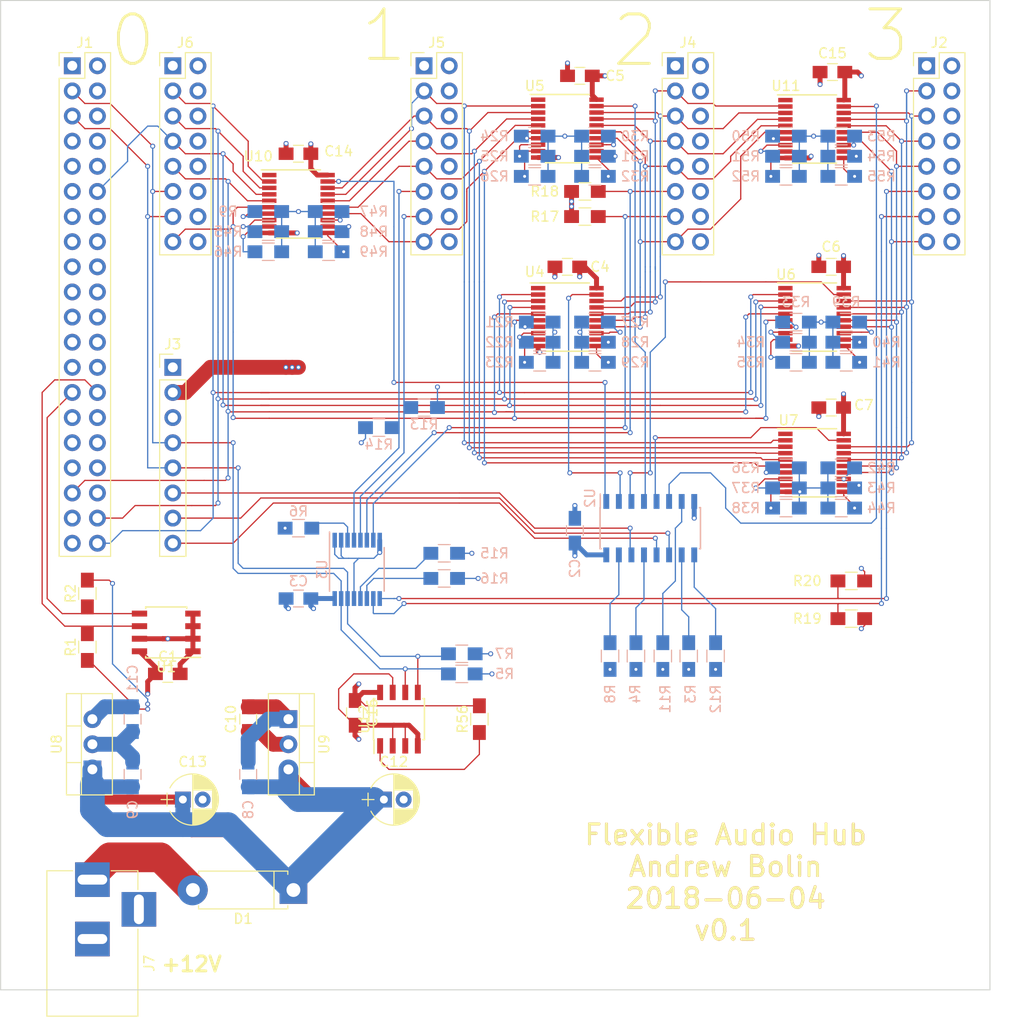
<source format=kicad_pcb>
(kicad_pcb (version 4) (host pcbnew 4.0.7-e2-6376~61~ubuntu18.04.1)
  (layers (0 F.Cu signal) (1 In1.Cu power) (2 In2.Cu power) (31 B.Cu signal) (34 B.Paste user) (35 F.Paste user) (36 B.SilkS user) (37 F.SilkS user) (38 B.Mask user) (39 F.Mask user) (44 Edge.Cuts user))
  (net 0 "")
  (net 1 +3V3)
  (net 2 GND)
  (net 3 +12V)
  (net 4 +5V)
  (net 5 "Net-(D1-Pad2)")
  (net 6 /pi_header/3v3)
  (net 7 /pi_sda)
  (net 8 /pi_scl)
  (net 9 "Net-(J1-Pad7)")
  (net 10 "Net-(J1-Pad8)")
  (net 11 "Net-(J1-Pad10)")
  (net 12 "Net-(J1-Pad11)")
  (net 13 /pi_sclk)
  (net 14 "Net-(J1-Pad13)")
  (net 15 "Net-(J1-Pad15)")
  (net 16 "Net-(J1-Pad16)")
  (net 17 "Net-(J1-Pad18)")
  (net 18 "Net-(J1-Pad19)")
  (net 19 "Net-(J1-Pad21)")
  (net 20 "Net-(J1-Pad22)")
  (net 21 "Net-(J1-Pad23)")
  (net 22 "Net-(J1-Pad24)")
  (net 23 "Net-(J1-Pad26)")
  (net 24 /hat_id_sda)
  (net 25 /hat_id_scl)
  (net 26 "Net-(J1-Pad29)")
  (net 27 "Net-(J1-Pad30)")
  (net 28 "Net-(J1-Pad31)")
  (net 29 "Net-(J1-Pad32)")
  (net 30 "Net-(J1-Pad33)")
  (net 31 /pi_lrclk)
  (net 32 "Net-(J1-Pad36)")
  (net 33 "Net-(J1-Pad37)")
  (net 34 /pi_i2sout)
  (net 35 /pi_i2sin)
  (net 36 /sw_ctrl_dat)
  (net 37 /sw_ctrl_clk)
  (net 38 /sw_ctrl_store)
  (net 39 /pi_mclk)
  (net 40 "Net-(R3-Pad1)")
  (net 41 "Net-(R4-Pad1)")
  (net 42 "Net-(R6-Pad1)")
  (net 43 "Net-(R8-Pad2)")
  (net 44 "Net-(R9-Pad1)")
  (net 45 "Net-(R11-Pad2)")
  (net 46 "Net-(R12-Pad2)")
  (net 47 "Net-(R15-Pad1)")
  (net 48 "Net-(R16-Pad2)")
  (net 49 "Net-(R21-Pad1)")
  (net 50 "Net-(R22-Pad1)")
  (net 51 "Net-(R23-Pad1)")
  (net 52 "Net-(R24-Pad1)")
  (net 53 "Net-(R25-Pad1)")
  (net 54 "Net-(R26-Pad1)")
  (net 55 "Net-(R27-Pad2)")
  (net 56 "Net-(R28-Pad2)")
  (net 57 "Net-(R29-Pad2)")
  (net 58 "Net-(R30-Pad2)")
  (net 59 "Net-(R31-Pad2)")
  (net 60 "Net-(R32-Pad2)")
  (net 61 "Net-(R33-Pad1)")
  (net 62 "Net-(R34-Pad1)")
  (net 63 "Net-(R35-Pad1)")
  (net 64 "Net-(R36-Pad1)")
  (net 65 "Net-(R37-Pad1)")
  (net 66 "Net-(R38-Pad1)")
  (net 67 "Net-(R39-Pad2)")
  (net 68 "Net-(R40-Pad2)")
  (net 69 "Net-(R41-Pad2)")
  (net 70 "Net-(R42-Pad2)")
  (net 71 "Net-(R43-Pad2)")
  (net 72 "Net-(R44-Pad2)")
  (net 73 "Net-(R45-Pad1)")
  (net 74 "Net-(R46-Pad1)")
  (net 75 "Net-(R47-Pad2)")
  (net 76 "Net-(R48-Pad2)")
  (net 77 "Net-(R49-Pad2)")
  (net 78 "Net-(R50-Pad1)")
  (net 79 "Net-(R51-Pad1)")
  (net 80 "Net-(R52-Pad1)")
  (net 81 "Net-(R53-Pad2)")
  (net 82 "Net-(R54-Pad2)")
  (net 83 "Net-(R55-Pad2)")
  (net 84 "Net-(R56-Pad1)")
  (net 85 /hub_core/bus_sw_2x2/sw_00_01)
  (net 86 /hub_core/bus_sw_2x2/sw_00_02)
  (net 87 /hub_core/bus_sw_2x2/sw_00_03)
  (net 88 /hub_core/bus_sw_2x2/sw_01_02)
  (net 89 /hub_core/bus_sw_2x2/sw_01_03)
  (net 90 "Net-(U4-Pad1)")
  (net 91 "Net-(U5-Pad1)")
  (net 92 "Net-(U6-Pad1)")
  (net 93 "Net-(U7-Pad1)")
  (net 94 "Net-(U10-Pad1)")
  (net 95 "Net-(U11-Pad1)")
  (net 96 /i2sin01)
  (net 97 /i2sout01)
  (net 98 /sclk01)
  (net 99 /lrclk01)
  (net 100 /sda01)
  (net 101 /scl01)
  (net 102 /mclk01)
  (net 103 /i2sin03)
  (net 104 /i2sout03)
  (net 105 /sclk03)
  (net 106 /lrclk03)
  (net 107 /sda03)
  (net 108 /scl03)
  (net 109 /mclk03)
  (net 110 /i2sin02)
  (net 111 /i2sout02)
  (net 112 /sclk02)
  (net 113 /lrclk02)
  (net 114 /sda02)
  (net 115 /scl02)
  (net 116 /mclk02)
  (net 117 /hub_core/bus_sw_2x2/sw_02_03)
  (net 118 "Net-(J7-Pad3)")
  (module Resistors_SMD:R_0805_HandSoldering (layer B.Cu) (at 101.092 110.744)
    (fp_text reference R31 (at 4.064 0) (layer B.SilkS) (effects (justify mirror)))
    (fp_text value R_Small)
    (pad 1 smd rect (at -1.35 0) (size 1.5 1.3) (layers B.Cu B.Paste B.Mask) (net 2 GND))
    (pad 2 smd rect (at 1.35 0) (size 1.5 1.3) (layers B.Cu B.Paste B.Mask) (net 59 "Net-(R31-Pad2)"))
  )
  (module TO_SOT_Packages_THT:TO-220_Vertical (layer F.Cu) (at 70.104 167.64 270)
    (fp_text reference U9 (at 2.54 -3.62 270) (layer F.SilkS))
    (fp_text value LM1117-3.3)
    (pad 1 thru_hole rect (at 0 0 270) (size 1.8 1.8) (drill 1) (layers *.Cu *.Mask) (net 2 GND))
    (pad 2 thru_hole oval (at 2.54 0 270) (size 1.8 1.8) (drill 1) (layers *.Cu *.Mask) (net 1 +3V3))
    (pad 3 thru_hole oval (at 5.08 0 270) (size 1.8 1.8) (drill 1) (layers *.Cu *.Mask) (net 3 +12V))
  )
  (module Pin_Headers:Pin_Header_Straight_2x08_Pitch2.54mm (layer F.Cu) (at 58.42 101.6)
    (fp_text reference J6 (at 1.27 -2.33) (layer F.SilkS))
    (fp_text value Conn_02x08_Odd_Even)
    (pad 1 thru_hole rect (at 0 0) (size 1.7 1.7) (drill 1) (layers *.Cu *.Mask) (net 3 +12V))
    (pad 2 thru_hole oval (at 2.54 0) (size 1.7 1.7) (drill 1) (layers *.Cu *.Mask) (net 2 GND))
    (pad 3 thru_hole oval (at 0 2.54) (size 1.7 1.7) (drill 1) (layers *.Cu *.Mask) (net 35 /pi_i2sin))
    (pad 4 thru_hole oval (at 2.54 2.54) (size 1.7 1.7) (drill 1) (layers *.Cu *.Mask) (net 2 GND))
    (pad 5 thru_hole oval (at 0 5.08) (size 1.7 1.7) (drill 1) (layers *.Cu *.Mask) (net 34 /pi_i2sout))
    (pad 6 thru_hole oval (at 2.54 5.08) (size 1.7 1.7) (drill 1) (layers *.Cu *.Mask) (net 2 GND))
    (pad 7 thru_hole oval (at 0 7.62) (size 1.7 1.7) (drill 1) (layers *.Cu *.Mask) (net 13 /pi_sclk))
    (pad 8 thru_hole oval (at 2.54 7.62) (size 1.7 1.7) (drill 1) (layers *.Cu *.Mask) (net 2 GND))
    (pad 9 thru_hole oval (at 0 10.16) (size 1.7 1.7) (drill 1) (layers *.Cu *.Mask) (net 31 /pi_lrclk))
    (pad 10 thru_hole oval (at 2.54 10.16) (size 1.7 1.7) (drill 1) (layers *.Cu *.Mask) (net 2 GND))
    (pad 11 thru_hole oval (at 0 12.7) (size 1.7 1.7) (drill 1) (layers *.Cu *.Mask) (net 7 /pi_sda))
    (pad 12 thru_hole oval (at 2.54 12.7) (size 1.7 1.7) (drill 1) (layers *.Cu *.Mask) (net 2 GND))
    (pad 13 thru_hole oval (at 0 15.24) (size 1.7 1.7) (drill 1) (layers *.Cu *.Mask) (net 8 /pi_scl))
    (pad 14 thru_hole oval (at 2.54 15.24) (size 1.7 1.7) (drill 1) (layers *.Cu *.Mask) (net 2 GND))
    (pad 15 thru_hole oval (at 0 17.78) (size 1.7 1.7) (drill 1) (layers *.Cu *.Mask) (net 39 /pi_mclk))
    (pad 16 thru_hole oval (at 2.54 17.78) (size 1.7 1.7) (drill 1) (layers *.Cu *.Mask) (net 2 GND))
  )
  (module Capacitors_SMD:C_0805_HandSoldering (layer F.Cu) (at 57.912 163.068)
    (fp_text reference C1 (at 0 -1.75) (layer F.SilkS))
    (fp_text value C_Small)
    (pad 1 smd rect (at -1.25 0) (size 1.5 1.25) (layers F.Cu F.Paste F.Mask) (net 1 +3V3))
    (pad 2 smd rect (at 1.25 0) (size 1.5 1.25) (layers F.Cu F.Paste F.Mask) (net 2 GND))
  )
  (module Capacitors_SMD:C_0805_HandSoldering (layer B.Cu) (at 99.06 148.59 90)
    (fp_text reference C2 (at -3.81 0 90) (layer B.SilkS) (effects (justify mirror)))
    (fp_text value C_Small)
    (pad 1 smd rect (at -1.25 0 90) (size 1.5 1.25) (layers B.Cu B.Paste B.Mask) (net 1 +3V3))
    (pad 2 smd rect (at 1.25 0 90) (size 1.5 1.25) (layers B.Cu B.Paste B.Mask) (net 2 GND))
  )
  (module Capacitors_SMD:C_0805_HandSoldering (layer B.Cu) (at 71.12 155.448 180)
    (fp_text reference C3 (at 0 1.75 180) (layer B.SilkS) (effects (justify mirror)))
    (fp_text value C_Small)
    (pad 1 smd rect (at -1.25 0 180) (size 1.5 1.25) (layers B.Cu B.Paste B.Mask) (net 1 +3V3))
    (pad 2 smd rect (at 1.25 0 180) (size 1.5 1.25) (layers B.Cu B.Paste B.Mask) (net 2 GND))
  )
  (module Capacitors_SMD:C_0805_HandSoldering (layer F.Cu) (at 98.298 121.92 180)
    (fp_text reference C4 (at -3.302 0 180) (layer F.SilkS))
    (fp_text value C_Small)
    (pad 1 smd rect (at -1.25 0 180) (size 1.5 1.25) (layers F.Cu F.Paste F.Mask) (net 1 +3V3))
    (pad 2 smd rect (at 1.25 0 180) (size 1.5 1.25) (layers F.Cu F.Paste F.Mask) (net 2 GND))
  )
  (module Capacitors_SMD:C_0805_HandSoldering (layer F.Cu) (at 99.568 102.616 180)
    (fp_text reference C5 (at -3.556 0 180) (layer F.SilkS))
    (fp_text value C_Small)
    (pad 1 smd rect (at -1.25 0 180) (size 1.5 1.25) (layers F.Cu F.Paste F.Mask) (net 1 +3V3))
    (pad 2 smd rect (at 1.25 0 180) (size 1.5 1.25) (layers F.Cu F.Paste F.Mask) (net 2 GND))
  )
  (module Capacitors_SMD:C_0805_HandSoldering (layer F.Cu) (at 124.968 121.92 180)
    (fp_text reference C6 (at 0 2.032 180) (layer F.SilkS))
    (fp_text value C_Small)
    (pad 1 smd rect (at -1.25 0 180) (size 1.5 1.25) (layers F.Cu F.Paste F.Mask) (net 1 +3V3))
    (pad 2 smd rect (at 1.25 0 180) (size 1.5 1.25) (layers F.Cu F.Paste F.Mask) (net 2 GND))
  )
  (module Capacitors_SMD:C_0805_HandSoldering (layer F.Cu) (at 124.968 136.144 180)
    (fp_text reference C7 (at -3.302 0.254 180) (layer F.SilkS))
    (fp_text value C_Small)
    (pad 1 smd rect (at -1.25 0 180) (size 1.5 1.25) (layers F.Cu F.Paste F.Mask) (net 1 +3V3))
    (pad 2 smd rect (at 1.25 0 180) (size 1.5 1.25) (layers F.Cu F.Paste F.Mask) (net 2 GND))
  )
  (module Capacitors_SMD:C_0805_HandSoldering (layer B.Cu) (at 66.04 173.228 90)
    (fp_text reference C8 (at -3.556 0 90) (layer B.SilkS) (effects (justify mirror)))
    (fp_text value C_Small)
    (pad 1 smd rect (at -1.25 0 90) (size 1.5 1.25) (layers B.Cu B.Paste B.Mask) (net 3 +12V))
    (pad 2 smd rect (at 1.25 0 90) (size 1.5 1.25) (layers B.Cu B.Paste B.Mask) (net 2 GND))
  )
  (module Capacitors_SMD:C_0805_HandSoldering (layer B.Cu) (at 54.356 173.228 90)
    (fp_text reference C9 (at -3.556 0 90) (layer B.SilkS) (effects (justify mirror)))
    (fp_text value C_Small)
    (pad 1 smd rect (at -1.25 0 90) (size 1.5 1.25) (layers B.Cu B.Paste B.Mask) (net 3 +12V))
    (pad 2 smd rect (at 1.25 0 90) (size 1.5 1.25) (layers B.Cu B.Paste B.Mask) (net 2 GND))
  )
  (module Capacitors_SMD:C_0805_HandSoldering (layer F.Cu) (at 66.04 167.64 90)
    (fp_text reference C10 (at 0 -1.75 90) (layer F.SilkS))
    (fp_text value C_Small)
    (pad 1 smd rect (at -1.25 0 90) (size 1.5 1.25) (layers F.Cu F.Paste F.Mask) (net 1 +3V3))
    (pad 2 smd rect (at 1.25 0 90) (size 1.5 1.25) (layers F.Cu F.Paste F.Mask) (net 2 GND))
  )
  (module Capacitors_SMD:C_0805_HandSoldering (layer B.Cu) (at 54.356 167.64 270)
    (fp_text reference C11 (at -4.064 0 270) (layer B.SilkS) (effects (justify mirror)))
    (fp_text value C_Small)
    (pad 1 smd rect (at -1.25 0 270) (size 1.5 1.25) (layers B.Cu B.Paste B.Mask) (net 4 +5V))
    (pad 2 smd rect (at 1.25 0 270) (size 1.5 1.25) (layers B.Cu B.Paste B.Mask) (net 2 GND))
  )
  (module Capacitors_THT:CP_Radial_D5.0mm_P2.00mm (layer F.Cu) (at 79.756 175.768)
    (fp_text reference C12 (at 1 -3.81) (layer F.SilkS))
    (fp_text value 10uF)
    (pad 1 thru_hole rect (at 0 0) (size 1.6 1.6) (drill 0.8) (layers *.Cu *.Mask) (net 3 +12V))
    (pad 2 thru_hole circle (at 2 0) (size 1.6 1.6) (drill 0.8) (layers *.Cu *.Mask) (net 2 GND))
  )
  (module Capacitors_THT:CP_Radial_D5.0mm_P2.00mm (layer F.Cu) (at 59.436 175.768)
    (fp_text reference C13 (at 1 -3.81) (layer F.SilkS))
    (fp_text value 10uF)
    (pad 1 thru_hole rect (at 0 0) (size 1.6 1.6) (drill 0.8) (layers *.Cu *.Mask) (net 3 +12V))
    (pad 2 thru_hole circle (at 2 0) (size 1.6 1.6) (drill 0.8) (layers *.Cu *.Mask) (net 2 GND))
  )
  (module Capacitors_SMD:C_0805_HandSoldering (layer F.Cu) (at 71.12 110.49 180)
    (fp_text reference C14 (at -4.064 0.254 180) (layer F.SilkS))
    (fp_text value C_Small)
    (pad 1 smd rect (at -1.25 0 180) (size 1.5 1.25) (layers F.Cu F.Paste F.Mask) (net 1 +3V3))
    (pad 2 smd rect (at 1.25 0 180) (size 1.5 1.25) (layers F.Cu F.Paste F.Mask) (net 2 GND))
  )
  (module Capacitors_SMD:C_0805_HandSoldering (layer F.Cu) (at 125.095 102.235 180)
    (fp_text reference C15 (at 0 1.905 180) (layer F.SilkS))
    (fp_text value C_Small)
    (pad 1 smd rect (at -1.25 0 180) (size 1.5 1.25) (layers F.Cu F.Paste F.Mask) (net 1 +3V3))
    (pad 2 smd rect (at 1.25 0 180) (size 1.5 1.25) (layers F.Cu F.Paste F.Mask) (net 2 GND))
  )
  (module Capacitors_SMD:C_0805_HandSoldering (layer F.Cu) (at 76.835 167.005 270)
    (fp_text reference C16 (at 0 -1.75 270) (layer F.SilkS))
    (fp_text value C_Small)
    (pad 1 smd rect (at -1.25 0 270) (size 1.5 1.25) (layers F.Cu F.Paste F.Mask) (net 1 +3V3))
    (pad 2 smd rect (at 1.25 0 270) (size 1.5 1.25) (layers F.Cu F.Paste F.Mask) (net 2 GND))
  )
  (module Diodes_THT:D_5W_P10.16mm_Horizontal (layer F.Cu) (at 70.612 184.912 180)
    (fp_text reference D1 (at 5.08 -2.91 180) (layer F.SilkS))
    (fp_text value D)
    (pad 1 thru_hole rect (at 0 0 180) (size 2.8 2.8) (drill 1.4) (layers *.Cu *.Mask) (net 3 +12V))
    (pad 2 thru_hole oval (at 10.16 0 180) (size 2.8 2.8) (drill 1.4) (layers *.Cu *.Mask) (net 5 "Net-(D1-Pad2)"))
  )
  (module Pin_Headers:Pin_Header_Straight_2x20_Pitch2.54mm (layer F.Cu) (at 48.26 101.6)
    (fp_text reference J1 (at 1.27 -2.33) (layer F.SilkS))
    (fp_text value Conn_02x20_Odd_Even)
    (pad 1 thru_hole rect (at 0 0) (size 1.7 1.7) (drill 1) (layers *.Cu *.Mask) (net 6 /pi_header/3v3))
    (pad 2 thru_hole oval (at 2.54 0) (size 1.7 1.7) (drill 1) (layers *.Cu *.Mask) (net 4 +5V))
    (pad 3 thru_hole oval (at 0 2.54) (size 1.7 1.7) (drill 1) (layers *.Cu *.Mask) (net 7 /pi_sda))
    (pad 4 thru_hole oval (at 2.54 2.54) (size 1.7 1.7) (drill 1) (layers *.Cu *.Mask) (net 4 +5V))
    (pad 5 thru_hole oval (at 0 5.08) (size 1.7 1.7) (drill 1) (layers *.Cu *.Mask) (net 8 /pi_scl))
    (pad 6 thru_hole oval (at 2.54 5.08) (size 1.7 1.7) (drill 1) (layers *.Cu *.Mask) (net 2 GND))
    (pad 7 thru_hole oval (at 0 7.62) (size 1.7 1.7) (drill 1) (layers *.Cu *.Mask) (net 9 "Net-(J1-Pad7)"))
    (pad 8 thru_hole oval (at 2.54 7.62) (size 1.7 1.7) (drill 1) (layers *.Cu *.Mask) (net 10 "Net-(J1-Pad8)"))
    (pad 9 thru_hole oval (at 0 10.16) (size 1.7 1.7) (drill 1) (layers *.Cu *.Mask) (net 2 GND))
    (pad 10 thru_hole oval (at 2.54 10.16) (size 1.7 1.7) (drill 1) (layers *.Cu *.Mask) (net 11 "Net-(J1-Pad10)"))
    (pad 11 thru_hole oval (at 0 12.7) (size 1.7 1.7) (drill 1) (layers *.Cu *.Mask) (net 12 "Net-(J1-Pad11)"))
    (pad 12 thru_hole oval (at 2.54 12.7) (size 1.7 1.7) (drill 1) (layers *.Cu *.Mask) (net 13 /pi_sclk))
    (pad 13 thru_hole oval (at 0 15.24) (size 1.7 1.7) (drill 1) (layers *.Cu *.Mask) (net 14 "Net-(J1-Pad13)"))
    (pad 14 thru_hole oval (at 2.54 15.24) (size 1.7 1.7) (drill 1) (layers *.Cu *.Mask) (net 2 GND))
    (pad 15 thru_hole oval (at 0 17.78) (size 1.7 1.7) (drill 1) (layers *.Cu *.Mask) (net 15 "Net-(J1-Pad15)"))
    (pad 16 thru_hole oval (at 2.54 17.78) (size 1.7 1.7) (drill 1) (layers *.Cu *.Mask) (net 16 "Net-(J1-Pad16)"))
    (pad 17 thru_hole oval (at 0 20.32) (size 1.7 1.7) (drill 1) (layers *.Cu *.Mask) (net 6 /pi_header/3v3))
    (pad 18 thru_hole oval (at 2.54 20.32) (size 1.7 1.7) (drill 1) (layers *.Cu *.Mask) (net 17 "Net-(J1-Pad18)"))
    (pad 19 thru_hole oval (at 0 22.86) (size 1.7 1.7) (drill 1) (layers *.Cu *.Mask) (net 18 "Net-(J1-Pad19)"))
    (pad 20 thru_hole oval (at 2.54 22.86) (size 1.7 1.7) (drill 1) (layers *.Cu *.Mask) (net 2 GND))
    (pad 21 thru_hole oval (at 0 25.4) (size 1.7 1.7) (drill 1) (layers *.Cu *.Mask) (net 19 "Net-(J1-Pad21)"))
    (pad 22 thru_hole oval (at 2.54 25.4) (size 1.7 1.7) (drill 1) (layers *.Cu *.Mask) (net 20 "Net-(J1-Pad22)"))
    (pad 23 thru_hole oval (at 0 27.94) (size 1.7 1.7) (drill 1) (layers *.Cu *.Mask) (net 21 "Net-(J1-Pad23)"))
    (pad 24 thru_hole oval (at 2.54 27.94) (size 1.7 1.7) (drill 1) (layers *.Cu *.Mask) (net 22 "Net-(J1-Pad24)"))
    (pad 25 thru_hole oval (at 0 30.48) (size 1.7 1.7) (drill 1) (layers *.Cu *.Mask) (net 2 GND))
    (pad 26 thru_hole oval (at 2.54 30.48) (size 1.7 1.7) (drill 1) (layers *.Cu *.Mask) (net 23 "Net-(J1-Pad26)"))
    (pad 27 thru_hole oval (at 0 33.02) (size 1.7 1.7) (drill 1) (layers *.Cu *.Mask) (net 24 /hat_id_sda))
    (pad 28 thru_hole oval (at 2.54 33.02) (size 1.7 1.7) (drill 1) (layers *.Cu *.Mask) (net 25 /hat_id_scl))
    (pad 29 thru_hole oval (at 0 35.56) (size 1.7 1.7) (drill 1) (layers *.Cu *.Mask) (net 26 "Net-(J1-Pad29)"))
    (pad 30 thru_hole oval (at 2.54 35.56) (size 1.7 1.7) (drill 1) (layers *.Cu *.Mask) (net 27 "Net-(J1-Pad30)"))
    (pad 31 thru_hole oval (at 0 38.1) (size 1.7 1.7) (drill 1) (layers *.Cu *.Mask) (net 28 "Net-(J1-Pad31)"))
    (pad 32 thru_hole oval (at 2.54 38.1) (size 1.7 1.7) (drill 1) (layers *.Cu *.Mask) (net 29 "Net-(J1-Pad32)"))
    (pad 33 thru_hole oval (at 0 40.64) (size 1.7 1.7) (drill 1) (layers *.Cu *.Mask) (net 30 "Net-(J1-Pad33)"))
    (pad 34 thru_hole oval (at 2.54 40.64) (size 1.7 1.7) (drill 1) (layers *.Cu *.Mask) (net 2 GND))
    (pad 35 thru_hole oval (at 0 43.18) (size 1.7 1.7) (drill 1) (layers *.Cu *.Mask) (net 31 /pi_lrclk))
    (pad 36 thru_hole oval (at 2.54 43.18) (size 1.7 1.7) (drill 1) (layers *.Cu *.Mask) (net 32 "Net-(J1-Pad36)"))
    (pad 37 thru_hole oval (at 0 45.72) (size 1.7 1.7) (drill 1) (layers *.Cu *.Mask) (net 33 "Net-(J1-Pad37)"))
    (pad 38 thru_hole oval (at 2.54 45.72) (size 1.7 1.7) (drill 1) (layers *.Cu *.Mask) (net 34 /pi_i2sout))
    (pad 39 thru_hole oval (at 0 48.26) (size 1.7 1.7) (drill 1) (layers *.Cu *.Mask) (net 2 GND))
    (pad 40 thru_hole oval (at 2.54 48.26) (size 1.7 1.7) (drill 1) (layers *.Cu *.Mask) (net 35 /pi_i2sin))
  )
  (module Pin_Headers:Pin_Header_Straight_2x08_Pitch2.54mm (layer F.Cu) (at 134.62 101.6)
    (fp_text reference J2 (at 1.27 -2.33) (layer F.SilkS))
    (fp_text value Conn_02x08_Odd_Even)
    (pad 1 thru_hole rect (at 0 0) (size 1.7 1.7) (drill 1) (layers *.Cu *.Mask) (net 3 +12V))
    (pad 2 thru_hole oval (at 2.54 0) (size 1.7 1.7) (drill 1) (layers *.Cu *.Mask) (net 2 GND))
    (pad 3 thru_hole oval (at 0 2.54) (size 1.7 1.7) (drill 1) (layers *.Cu *.Mask) (net 103 /i2sin03))
    (pad 4 thru_hole oval (at 2.54 2.54) (size 1.7 1.7) (drill 1) (layers *.Cu *.Mask) (net 2 GND))
    (pad 5 thru_hole oval (at 0 5.08) (size 1.7 1.7) (drill 1) (layers *.Cu *.Mask) (net 104 /i2sout03))
    (pad 6 thru_hole oval (at 2.54 5.08) (size 1.7 1.7) (drill 1) (layers *.Cu *.Mask) (net 2 GND))
    (pad 7 thru_hole oval (at 0 7.62) (size 1.7 1.7) (drill 1) (layers *.Cu *.Mask) (net 105 /sclk03))
    (pad 8 thru_hole oval (at 2.54 7.62) (size 1.7 1.7) (drill 1) (layers *.Cu *.Mask) (net 2 GND))
    (pad 9 thru_hole oval (at 0 10.16) (size 1.7 1.7) (drill 1) (layers *.Cu *.Mask) (net 106 /lrclk03))
    (pad 10 thru_hole oval (at 2.54 10.16) (size 1.7 1.7) (drill 1) (layers *.Cu *.Mask) (net 2 GND))
    (pad 11 thru_hole oval (at 0 12.7) (size 1.7 1.7) (drill 1) (layers *.Cu *.Mask) (net 107 /sda03))
    (pad 12 thru_hole oval (at 2.54 12.7) (size 1.7 1.7) (drill 1) (layers *.Cu *.Mask) (net 2 GND))
    (pad 13 thru_hole oval (at 0 15.24) (size 1.7 1.7) (drill 1) (layers *.Cu *.Mask) (net 108 /scl03))
    (pad 14 thru_hole oval (at 2.54 15.24) (size 1.7 1.7) (drill 1) (layers *.Cu *.Mask) (net 2 GND))
    (pad 15 thru_hole oval (at 0 17.78) (size 1.7 1.7) (drill 1) (layers *.Cu *.Mask) (net 109 /mclk03))
    (pad 16 thru_hole oval (at 2.54 17.78) (size 1.7 1.7) (drill 1) (layers *.Cu *.Mask) (net 2 GND))
  )
  (module Pin_Headers:Pin_Header_Straight_1x08_Pitch2.54mm (layer F.Cu) (at 58.42 132.08)
    (fp_text reference J3 (at 0 -2.33) (layer F.SilkS))
    (fp_text value Conn_01x08)
    (pad 1 thru_hole rect (at 0 0) (size 1.7 1.7) (drill 1) (layers *.Cu *.Mask) (net 4 +5V))
    (pad 2 thru_hole oval (at 0 2.54) (size 1.7 1.7) (drill 1) (layers *.Cu *.Mask) (net 1 +3V3))
    (pad 3 thru_hole oval (at 0 5.08) (size 1.7 1.7) (drill 1) (layers *.Cu *.Mask) (net 2 GND))
    (pad 4 thru_hole oval (at 0 7.62) (size 1.7 1.7) (drill 1) (layers *.Cu *.Mask) (net 7 /pi_sda))
    (pad 5 thru_hole oval (at 0 10.16) (size 1.7 1.7) (drill 1) (layers *.Cu *.Mask) (net 8 /pi_scl))
    (pad 6 thru_hole oval (at 0 12.7) (size 1.7 1.7) (drill 1) (layers *.Cu *.Mask) (net 36 /sw_ctrl_dat))
    (pad 7 thru_hole oval (at 0 15.24) (size 1.7 1.7) (drill 1) (layers *.Cu *.Mask) (net 37 /sw_ctrl_clk))
    (pad 8 thru_hole oval (at 0 17.78) (size 1.7 1.7) (drill 1) (layers *.Cu *.Mask) (net 38 /sw_ctrl_store))
  )
  (module Pin_Headers:Pin_Header_Straight_2x08_Pitch2.54mm (layer F.Cu) (at 109.22 101.6)
    (fp_text reference J4 (at 1.27 -2.33) (layer F.SilkS))
    (fp_text value Conn_02x08_Odd_Even)
    (pad 1 thru_hole rect (at 0 0) (size 1.7 1.7) (drill 1) (layers *.Cu *.Mask) (net 3 +12V))
    (pad 2 thru_hole oval (at 2.54 0) (size 1.7 1.7) (drill 1) (layers *.Cu *.Mask) (net 2 GND))
    (pad 3 thru_hole oval (at 0 2.54) (size 1.7 1.7) (drill 1) (layers *.Cu *.Mask) (net 110 /i2sin02))
    (pad 4 thru_hole oval (at 2.54 2.54) (size 1.7 1.7) (drill 1) (layers *.Cu *.Mask) (net 2 GND))
    (pad 5 thru_hole oval (at 0 5.08) (size 1.7 1.7) (drill 1) (layers *.Cu *.Mask) (net 111 /i2sout02))
    (pad 6 thru_hole oval (at 2.54 5.08) (size 1.7 1.7) (drill 1) (layers *.Cu *.Mask) (net 2 GND))
    (pad 7 thru_hole oval (at 0 7.62) (size 1.7 1.7) (drill 1) (layers *.Cu *.Mask) (net 112 /sclk02))
    (pad 8 thru_hole oval (at 2.54 7.62) (size 1.7 1.7) (drill 1) (layers *.Cu *.Mask) (net 2 GND))
    (pad 9 thru_hole oval (at 0 10.16) (size 1.7 1.7) (drill 1) (layers *.Cu *.Mask) (net 113 /lrclk02))
    (pad 10 thru_hole oval (at 2.54 10.16) (size 1.7 1.7) (drill 1) (layers *.Cu *.Mask) (net 2 GND))
    (pad 11 thru_hole oval (at 0 12.7) (size 1.7 1.7) (drill 1) (layers *.Cu *.Mask) (net 114 /sda02))
    (pad 12 thru_hole oval (at 2.54 12.7) (size 1.7 1.7) (drill 1) (layers *.Cu *.Mask) (net 2 GND))
    (pad 13 thru_hole oval (at 0 15.24) (size 1.7 1.7) (drill 1) (layers *.Cu *.Mask) (net 115 /scl02))
    (pad 14 thru_hole oval (at 2.54 15.24) (size 1.7 1.7) (drill 1) (layers *.Cu *.Mask) (net 2 GND))
    (pad 15 thru_hole oval (at 0 17.78) (size 1.7 1.7) (drill 1) (layers *.Cu *.Mask) (net 116 /mclk02))
    (pad 16 thru_hole oval (at 2.54 17.78) (size 1.7 1.7) (drill 1) (layers *.Cu *.Mask) (net 2 GND))
  )
  (module Pin_Headers:Pin_Header_Straight_2x08_Pitch2.54mm (layer F.Cu) (at 83.82 101.6)
    (fp_text reference J5 (at 1.27 -2.33) (layer F.SilkS))
    (fp_text value Conn_02x08_Odd_Even)
    (pad 1 thru_hole rect (at 0 0) (size 1.7 1.7) (drill 1) (layers *.Cu *.Mask) (net 3 +12V))
    (pad 2 thru_hole oval (at 2.54 0) (size 1.7 1.7) (drill 1) (layers *.Cu *.Mask) (net 2 GND))
    (pad 3 thru_hole oval (at 0 2.54) (size 1.7 1.7) (drill 1) (layers *.Cu *.Mask) (net 96 /i2sin01))
    (pad 4 thru_hole oval (at 2.54 2.54) (size 1.7 1.7) (drill 1) (layers *.Cu *.Mask) (net 2 GND))
    (pad 5 thru_hole oval (at 0 5.08) (size 1.7 1.7) (drill 1) (layers *.Cu *.Mask) (net 97 /i2sout01))
    (pad 6 thru_hole oval (at 2.54 5.08) (size 1.7 1.7) (drill 1) (layers *.Cu *.Mask) (net 2 GND))
    (pad 7 thru_hole oval (at 0 7.62) (size 1.7 1.7) (drill 1) (layers *.Cu *.Mask) (net 98 /sclk01))
    (pad 8 thru_hole oval (at 2.54 7.62) (size 1.7 1.7) (drill 1) (layers *.Cu *.Mask) (net 2 GND))
    (pad 9 thru_hole oval (at 0 10.16) (size 1.7 1.7) (drill 1) (layers *.Cu *.Mask) (net 99 /lrclk01))
    (pad 10 thru_hole oval (at 2.54 10.16) (size 1.7 1.7) (drill 1) (layers *.Cu *.Mask) (net 2 GND))
    (pad 11 thru_hole oval (at 0 12.7) (size 1.7 1.7) (drill 1) (layers *.Cu *.Mask) (net 100 /sda01))
    (pad 12 thru_hole oval (at 2.54 12.7) (size 1.7 1.7) (drill 1) (layers *.Cu *.Mask) (net 2 GND))
    (pad 13 thru_hole oval (at 0 15.24) (size 1.7 1.7) (drill 1) (layers *.Cu *.Mask) (net 101 /scl01))
    (pad 14 thru_hole oval (at 2.54 15.24) (size 1.7 1.7) (drill 1) (layers *.Cu *.Mask) (net 2 GND))
    (pad 15 thru_hole oval (at 0 17.78) (size 1.7 1.7) (drill 1) (layers *.Cu *.Mask) (net 102 /mclk01))
    (pad 16 thru_hole oval (at 2.54 17.78) (size 1.7 1.7) (drill 1) (layers *.Cu *.Mask) (net 2 GND))
  )
  (module Connectors:BARREL_JACK (layer F.Cu) (at 50.292 183.865 90)
    (fp_text reference J7 (at -8.45 5.75 270) (layer F.SilkS))
    (fp_text value Barrel_Jack)
    (pad 1 thru_hole rect (at 0 0 90) (size 3.5 3.5) (drill oval 1 3) (layers *.Cu *.Mask) (net 5 "Net-(D1-Pad2)"))
    (pad 2 thru_hole rect (at -6 0 90) (size 3.5 3.5) (drill oval 1 3) (layers *.Cu *.Mask) (net 2 GND))
    (pad 3 thru_hole rect (at -3 4.7 90) (size 3.5 3.5) (drill oval 3 1) (layers *.Cu *.Mask) (net 118 "Net-(J7-Pad3)"))
  )
  (module Resistors_SMD:R_0805_HandSoldering (layer F.Cu) (at 49.784 160.354 90)
    (fp_text reference R1 (at 0 -1.7 90) (layer F.SilkS))
    (fp_text value 3k9)
    (pad 1 smd rect (at -1.35 0 90) (size 1.5 1.3) (layers F.Cu F.Paste F.Mask) (net 1 +3V3))
    (pad 2 smd rect (at 1.35 0 90) (size 1.5 1.3) (layers F.Cu F.Paste F.Mask) (net 25 /hat_id_scl))
  )
  (module Resistors_SMD:R_0805_HandSoldering (layer F.Cu) (at 49.784 154.94 270)
    (fp_text reference R2 (at 0 1.7 270) (layer F.SilkS))
    (fp_text value 3k9)
    (pad 1 smd rect (at -1.35 0 270) (size 1.5 1.3) (layers F.Cu F.Paste F.Mask) (net 1 +3V3))
    (pad 2 smd rect (at 1.35 0 270) (size 1.5 1.3) (layers F.Cu F.Paste F.Mask) (net 24 /hat_id_sda))
  )
  (module Resistors_SMD:R_0805_HandSoldering (layer B.Cu) (at 110.567 161.261634 270)
    (fp_text reference R3 (at 3.838366 -0.177 270) (layer B.SilkS) (effects (justify mirror)))
    (fp_text value R_Small)
    (pad 1 smd rect (at -1.35 0 270) (size 1.5 1.3) (layers B.Cu B.Paste B.Mask) (net 40 "Net-(R3-Pad1)"))
    (pad 2 smd rect (at 1.35 0 270) (size 1.5 1.3) (layers B.Cu B.Paste B.Mask) (net 1 +3V3))
  )
  (module Resistors_SMD:R_0805_HandSoldering (layer B.Cu) (at 105.233 161.261634 270)
    (fp_text reference R4 (at 3.838366 0.077 270) (layer B.SilkS) (effects (justify mirror)))
    (fp_text value R_Small)
    (pad 1 smd rect (at -1.35 0 270) (size 1.5 1.3) (layers B.Cu B.Paste B.Mask) (net 41 "Net-(R4-Pad1)"))
    (pad 2 smd rect (at 1.35 0 270) (size 1.5 1.3) (layers B.Cu B.Paste B.Mask) (net 1 +3V3))
  )
  (module Resistors_SMD:R_0805_HandSoldering (layer B.Cu) (at 87.63 161.036)
    (fp_text reference R5 (at 4.318 2.032) (layer B.SilkS) (effects (justify mirror)))
    (fp_text value R_Small)
    (pad 1 smd rect (at -1.35 0) (size 1.5 1.3) (layers B.Cu B.Paste B.Mask) (net 8 /pi_scl))
    (pad 2 smd rect (at 1.35 0) (size 1.5 1.3) (layers B.Cu B.Paste B.Mask) (net 1 +3V3))
  )
  (module Resistors_SMD:R_0805_HandSoldering (layer B.Cu) (at 71.12 148.336 180)
    (fp_text reference R6 (at 0 1.7 180) (layer B.SilkS) (effects (justify mirror)))
    (fp_text value R_Small)
    (pad 1 smd rect (at -1.35 0 180) (size 1.5 1.3) (layers B.Cu B.Paste B.Mask) (net 42 "Net-(R6-Pad1)"))
    (pad 2 smd rect (at 1.35 0 180) (size 1.5 1.3) (layers B.Cu B.Paste B.Mask) (net 1 +3V3))
  )
  (module Resistors_SMD:R_0805_HandSoldering (layer B.Cu) (at 87.63 163.068 180)
    (fp_text reference R7 (at -4.318 2.032 180) (layer B.SilkS) (effects (justify mirror)))
    (fp_text value R_Small)
    (pad 1 smd rect (at -1.35 0 180) (size 1.5 1.3) (layers B.Cu B.Paste B.Mask) (net 1 +3V3))
    (pad 2 smd rect (at 1.35 0 180) (size 1.5 1.3) (layers B.Cu B.Paste B.Mask) (net 7 /pi_sda))
  )
  (module Resistors_SMD:R_0805_HandSoldering (layer B.Cu) (at 102.616 161.261634 90)
    (fp_text reference R8 (at -3.838366 0 90) (layer B.SilkS) (effects (justify mirror)))
    (fp_text value R_Small)
    (pad 1 smd rect (at -1.35 0 90) (size 1.5 1.3) (layers B.Cu B.Paste B.Mask) (net 2 GND))
    (pad 2 smd rect (at 1.35 0 90) (size 1.5 1.3) (layers B.Cu B.Paste B.Mask) (net 43 "Net-(R8-Pad2)"))
  )
  (module Resistors_SMD:R_0805_HandSoldering (layer B.Cu) (at 68.072 116.332)
    (fp_text reference R9 (at -4.064 0) (layer B.SilkS) (effects (justify mirror)))
    (fp_text value R_Small)
    (pad 1 smd rect (at -1.35 0) (size 1.5 1.3) (layers B.Cu B.Paste B.Mask) (net 44 "Net-(R9-Pad1)"))
    (pad 2 smd rect (at 1.35 0) (size 1.5 1.3) (layers B.Cu B.Paste B.Mask) (net 2 GND))
  )
  (module Resistors_SMD:R_0805_HandSoldering (layer B.Cu) (at 107.95 161.261634 90)
    (fp_text reference R11 (at -4.346366 0.254 90) (layer B.SilkS) (effects (justify mirror)))
    (fp_text value R_Small)
    (pad 1 smd rect (at -1.35 0 90) (size 1.5 1.3) (layers B.Cu B.Paste B.Mask) (net 2 GND))
    (pad 2 smd rect (at 1.35 0 90) (size 1.5 1.3) (layers B.Cu B.Paste B.Mask) (net 45 "Net-(R11-Pad2)"))
  )
  (module Resistors_SMD:R_0805_HandSoldering (layer B.Cu) (at 113.284 161.261634 90)
    (fp_text reference R12 (at -4.346366 0 90) (layer B.SilkS) (effects (justify mirror)))
    (fp_text value R_Small)
    (pad 1 smd rect (at -1.35 0 90) (size 1.5 1.3) (layers B.Cu B.Paste B.Mask) (net 2 GND))
    (pad 2 smd rect (at 1.35 0 90) (size 1.5 1.3) (layers B.Cu B.Paste B.Mask) (net 46 "Net-(R12-Pad2)"))
  )
  (module Resistors_SMD:R_0805_HandSoldering (layer B.Cu) (at 83.82 136.144)
    (fp_text reference R13 (at 0 1.7) (layer B.SilkS) (effects (justify mirror)))
    (fp_text value R_Small)
    (pad 1 smd rect (at -1.35 0) (size 1.5 1.3) (layers B.Cu B.Paste B.Mask) (net 101 /scl01))
    (pad 2 smd rect (at 1.35 0) (size 1.5 1.3) (layers B.Cu B.Paste B.Mask) (net 1 +3V3))
  )
  (module Resistors_SMD:R_0805_HandSoldering (layer B.Cu) (at 79.248 138.176)
    (fp_text reference R14 (at 0 1.7) (layer B.SilkS) (effects (justify mirror)))
    (fp_text value R_Small)
    (pad 1 smd rect (at -1.35 0) (size 1.5 1.3) (layers B.Cu B.Paste B.Mask) (net 1 +3V3))
    (pad 2 smd rect (at 1.35 0) (size 1.5 1.3) (layers B.Cu B.Paste B.Mask) (net 100 /sda01))
  )
  (module Resistors_SMD:R_0805_HandSoldering (layer B.Cu) (at 85.852 150.876)
    (fp_text reference R15 (at 5.08 0) (layer B.SilkS) (effects (justify mirror)))
    (fp_text value R_Small)
    (pad 1 smd rect (at -1.35 0) (size 1.5 1.3) (layers B.Cu B.Paste B.Mask) (net 47 "Net-(R15-Pad1)"))
    (pad 2 smd rect (at 1.35 0) (size 1.5 1.3) (layers B.Cu B.Paste B.Mask) (net 1 +3V3))
  )
  (module Resistors_SMD:R_0805_HandSoldering (layer B.Cu) (at 85.852 153.416 180)
    (fp_text reference R16 (at -5.08 0 180) (layer B.SilkS) (effects (justify mirror)))
    (fp_text value R_Small)
    (pad 1 smd rect (at -1.35 0 180) (size 1.5 1.3) (layers B.Cu B.Paste B.Mask) (net 1 +3V3))
    (pad 2 smd rect (at 1.35 0 180) (size 1.5 1.3) (layers B.Cu B.Paste B.Mask) (net 48 "Net-(R16-Pad2)"))
  )
  (module Resistors_SMD:R_0805_HandSoldering (layer F.Cu) (at 100.076 116.84 180)
    (fp_text reference R17 (at 4.064 0 180) (layer F.SilkS))
    (fp_text value R_Small)
    (pad 1 smd rect (at -1.35 0 180) (size 1.5 1.3) (layers F.Cu F.Paste F.Mask) (net 115 /scl02))
    (pad 2 smd rect (at 1.35 0 180) (size 1.5 1.3) (layers F.Cu F.Paste F.Mask) (net 1 +3V3))
  )
  (module Resistors_SMD:R_0805_HandSoldering (layer F.Cu) (at 100.076 114.3)
    (fp_text reference R18 (at -4.064 0) (layer F.SilkS))
    (fp_text value R_Small)
    (pad 1 smd rect (at -1.35 0) (size 1.5 1.3) (layers F.Cu F.Paste F.Mask) (net 1 +3V3))
    (pad 2 smd rect (at 1.35 0) (size 1.5 1.3) (layers F.Cu F.Paste F.Mask) (net 114 /sda02))
  )
  (module Resistors_SMD:R_0805_HandSoldering (layer F.Cu) (at 127 157.48)
    (fp_text reference R19 (at -4.445 0) (layer F.SilkS))
    (fp_text value R_Small)
    (pad 1 smd rect (at -1.35 0) (size 1.5 1.3) (layers F.Cu F.Paste F.Mask) (net 108 /scl03))
    (pad 2 smd rect (at 1.35 0) (size 1.5 1.3) (layers F.Cu F.Paste F.Mask) (net 1 +3V3))
  )
  (module Resistors_SMD:R_0805_HandSoldering (layer F.Cu) (at 127 153.67 180)
    (fp_text reference R20 (at 4.445 0 180) (layer F.SilkS))
    (fp_text value R_Small)
    (pad 1 smd rect (at -1.35 0 180) (size 1.5 1.3) (layers F.Cu F.Paste F.Mask) (net 1 +3V3))
    (pad 2 smd rect (at 1.35 0 180) (size 1.5 1.3) (layers F.Cu F.Paste F.Mask) (net 107 /sda03))
  )
  (module Resistors_SMD:R_0805_HandSoldering (layer B.Cu) (at 95.504 127.508)
    (fp_text reference R21 (at -4.064 0) (layer B.SilkS) (effects (justify mirror)))
    (fp_text value R_Small)
    (pad 1 smd rect (at -1.35 0) (size 1.5 1.3) (layers B.Cu B.Paste B.Mask) (net 49 "Net-(R21-Pad1)"))
    (pad 2 smd rect (at 1.35 0) (size 1.5 1.3) (layers B.Cu B.Paste B.Mask) (net 2 GND))
  )
  (module Resistors_SMD:R_0805_HandSoldering (layer B.Cu) (at 95.504 129.54)
    (fp_text reference R22 (at -4.064 0) (layer B.SilkS) (effects (justify mirror)))
    (fp_text value R_Small)
    (pad 1 smd rect (at -1.35 0) (size 1.5 1.3) (layers B.Cu B.Paste B.Mask) (net 50 "Net-(R22-Pad1)"))
    (pad 2 smd rect (at 1.35 0) (size 1.5 1.3) (layers B.Cu B.Paste B.Mask) (net 2 GND))
  )
  (module Resistors_SMD:R_0805_HandSoldering (layer B.Cu) (at 95.504 131.572)
    (fp_text reference R23 (at -4.064 0) (layer B.SilkS) (effects (justify mirror)))
    (fp_text value R_Small)
    (pad 1 smd rect (at -1.35 0) (size 1.5 1.3) (layers B.Cu B.Paste B.Mask) (net 51 "Net-(R23-Pad1)"))
    (pad 2 smd rect (at 1.35 0) (size 1.5 1.3) (layers B.Cu B.Paste B.Mask) (net 2 GND))
  )
  (module Resistors_SMD:R_0805_HandSoldering (layer B.Cu) (at 94.996 108.712)
    (fp_text reference R24 (at -4.064 0) (layer B.SilkS) (effects (justify mirror)))
    (fp_text value R_Small)
    (pad 1 smd rect (at -1.35 0) (size 1.5 1.3) (layers B.Cu B.Paste B.Mask) (net 52 "Net-(R24-Pad1)"))
    (pad 2 smd rect (at 1.35 0) (size 1.5 1.3) (layers B.Cu B.Paste B.Mask) (net 2 GND))
  )
  (module Resistors_SMD:R_0805_HandSoldering (layer B.Cu) (at 94.996 110.744)
    (fp_text reference R25 (at -4.064 0) (layer B.SilkS) (effects (justify mirror)))
    (fp_text value R_Small)
    (pad 1 smd rect (at -1.35 0) (size 1.5 1.3) (layers B.Cu B.Paste B.Mask) (net 53 "Net-(R25-Pad1)"))
    (pad 2 smd rect (at 1.35 0) (size 1.5 1.3) (layers B.Cu B.Paste B.Mask) (net 2 GND))
  )
  (module Resistors_SMD:R_0805_HandSoldering (layer B.Cu) (at 94.996 112.776)
    (fp_text reference R26 (at -4.064 0) (layer B.SilkS) (effects (justify mirror)))
    (fp_text value R_Small)
    (pad 1 smd rect (at -1.35 0) (size 1.5 1.3) (layers B.Cu B.Paste B.Mask) (net 54 "Net-(R26-Pad1)"))
    (pad 2 smd rect (at 1.35 0) (size 1.5 1.3) (layers B.Cu B.Paste B.Mask) (net 2 GND))
  )
  (module Resistors_SMD:R_0805_HandSoldering (layer B.Cu) (at 101.092 127.508)
    (fp_text reference R27 (at 4.064 0) (layer B.SilkS) (effects (justify mirror)))
    (fp_text value R_Small)
    (pad 1 smd rect (at -1.35 0) (size 1.5 1.3) (layers B.Cu B.Paste B.Mask) (net 2 GND))
    (pad 2 smd rect (at 1.35 0) (size 1.5 1.3) (layers B.Cu B.Paste B.Mask) (net 55 "Net-(R27-Pad2)"))
  )
  (module Resistors_SMD:R_0805_HandSoldering (layer B.Cu) (at 101.092 129.54)
    (fp_text reference R28 (at 4.064 0) (layer B.SilkS) (effects (justify mirror)))
    (fp_text value R_Small)
    (pad 1 smd rect (at -1.35 0) (size 1.5 1.3) (layers B.Cu B.Paste B.Mask) (net 2 GND))
    (pad 2 smd rect (at 1.35 0) (size 1.5 1.3) (layers B.Cu B.Paste B.Mask) (net 56 "Net-(R28-Pad2)"))
  )
  (module Resistors_SMD:R_0805_HandSoldering (layer B.Cu) (at 101.092 131.572)
    (fp_text reference R29 (at 4.064 0) (layer B.SilkS) (effects (justify mirror)))
    (fp_text value R_Small)
    (pad 1 smd rect (at -1.35 0) (size 1.5 1.3) (layers B.Cu B.Paste B.Mask) (net 2 GND))
    (pad 2 smd rect (at 1.35 0) (size 1.5 1.3) (layers B.Cu B.Paste B.Mask) (net 57 "Net-(R29-Pad2)"))
  )
  (module Resistors_SMD:R_0805_HandSoldering (layer B.Cu) (at 101.092 108.712)
    (fp_text reference R30 (at 4.064 0) (layer B.SilkS) (effects (justify mirror)))
    (fp_text value R_Small)
    (pad 1 smd rect (at -1.35 0) (size 1.5 1.3) (layers B.Cu B.Paste B.Mask) (net 2 GND))
    (pad 2 smd rect (at 1.35 0) (size 1.5 1.3) (layers B.Cu B.Paste B.Mask) (net 58 "Net-(R30-Pad2)"))
  )
  (module Resistors_SMD:R_0805_HandSoldering (layer B.Cu) (at 101.092 112.776)
    (fp_text reference R32 (at 4.064 0) (layer B.SilkS) (effects (justify mirror)))
    (fp_text value R_Small)
    (pad 1 smd rect (at -1.35 0) (size 1.5 1.3) (layers B.Cu B.Paste B.Mask) (net 2 GND))
    (pad 2 smd rect (at 1.35 0) (size 1.5 1.3) (layers B.Cu B.Paste B.Mask) (net 60 "Net-(R32-Pad2)"))
  )
  (module Resistors_SMD:R_0805_HandSoldering (layer B.Cu) (at 121.412 127.508)
    (fp_text reference R33 (at 0 -2.032) (layer B.SilkS) (effects (justify mirror)))
    (fp_text value R_Small)
    (pad 1 smd rect (at -1.35 0) (size 1.5 1.3) (layers B.Cu B.Paste B.Mask) (net 61 "Net-(R33-Pad1)"))
    (pad 2 smd rect (at 1.35 0) (size 1.5 1.3) (layers B.Cu B.Paste B.Mask) (net 2 GND))
  )
  (module Resistors_SMD:R_0805_HandSoldering (layer B.Cu) (at 121.412 129.54)
    (fp_text reference R34 (at -4.572 0) (layer B.SilkS) (effects (justify mirror)))
    (fp_text value R_Small)
    (pad 1 smd rect (at -1.35 0) (size 1.5 1.3) (layers B.Cu B.Paste B.Mask) (net 62 "Net-(R34-Pad1)"))
    (pad 2 smd rect (at 1.35 0) (size 1.5 1.3) (layers B.Cu B.Paste B.Mask) (net 2 GND))
  )
  (module Resistors_SMD:R_0805_HandSoldering (layer B.Cu) (at 121.412 131.572)
    (fp_text reference R35 (at -4.572 0) (layer B.SilkS) (effects (justify mirror)))
    (fp_text value R_Small)
    (pad 1 smd rect (at -1.35 0) (size 1.5 1.3) (layers B.Cu B.Paste B.Mask) (net 63 "Net-(R35-Pad1)"))
    (pad 2 smd rect (at 1.35 0) (size 1.5 1.3) (layers B.Cu B.Paste B.Mask) (net 2 GND))
  )
  (module Resistors_SMD:R_0805_HandSoldering (layer B.Cu) (at 120.396 142.24)
    (fp_text reference R36 (at -4.064 0) (layer B.SilkS) (effects (justify mirror)))
    (fp_text value R_Small)
    (pad 1 smd rect (at -1.35 0) (size 1.5 1.3) (layers B.Cu B.Paste B.Mask) (net 64 "Net-(R36-Pad1)"))
    (pad 2 smd rect (at 1.35 0) (size 1.5 1.3) (layers B.Cu B.Paste B.Mask) (net 2 GND))
  )
  (module Resistors_SMD:R_0805_HandSoldering (layer B.Cu) (at 120.396 144.272)
    (fp_text reference R37 (at -4.064 0) (layer B.SilkS) (effects (justify mirror)))
    (fp_text value R_Small)
    (pad 1 smd rect (at -1.35 0) (size 1.5 1.3) (layers B.Cu B.Paste B.Mask) (net 65 "Net-(R37-Pad1)"))
    (pad 2 smd rect (at 1.35 0) (size 1.5 1.3) (layers B.Cu B.Paste B.Mask) (net 2 GND))
  )
  (module Resistors_SMD:R_0805_HandSoldering (layer B.Cu) (at 120.396 146.304)
    (fp_text reference R38 (at -4.064 0) (layer B.SilkS) (effects (justify mirror)))
    (fp_text value R_Small)
    (pad 1 smd rect (at -1.35 0) (size 1.5 1.3) (layers B.Cu B.Paste B.Mask) (net 66 "Net-(R38-Pad1)"))
    (pad 2 smd rect (at 1.35 0) (size 1.5 1.3) (layers B.Cu B.Paste B.Mask) (net 2 GND))
  )
  (module Resistors_SMD:R_0805_HandSoldering (layer B.Cu) (at 126.492 127.508)
    (fp_text reference R39 (at 0 -2.032) (layer B.SilkS) (effects (justify mirror)))
    (fp_text value R_Small)
    (pad 1 smd rect (at -1.35 0) (size 1.5 1.3) (layers B.Cu B.Paste B.Mask) (net 2 GND))
    (pad 2 smd rect (at 1.35 0) (size 1.5 1.3) (layers B.Cu B.Paste B.Mask) (net 67 "Net-(R39-Pad2)"))
  )
  (module Resistors_SMD:R_0805_HandSoldering (layer B.Cu) (at 126.492 129.54)
    (fp_text reference R40 (at 4.064 0) (layer B.SilkS) (effects (justify mirror)))
    (fp_text value R_Small)
    (pad 1 smd rect (at -1.35 0) (size 1.5 1.3) (layers B.Cu B.Paste B.Mask) (net 2 GND))
    (pad 2 smd rect (at 1.35 0) (size 1.5 1.3) (layers B.Cu B.Paste B.Mask) (net 68 "Net-(R40-Pad2)"))
  )
  (module Resistors_SMD:R_0805_HandSoldering (layer B.Cu) (at 126.492 131.572)
    (fp_text reference R41 (at 4.064 0) (layer B.SilkS) (effects (justify mirror)))
    (fp_text value R_Small)
    (pad 1 smd rect (at -1.35 0) (size 1.5 1.3) (layers B.Cu B.Paste B.Mask) (net 2 GND))
    (pad 2 smd rect (at 1.35 0) (size 1.5 1.3) (layers B.Cu B.Paste B.Mask) (net 69 "Net-(R41-Pad2)"))
  )
  (module Resistors_SMD:R_0805_HandSoldering (layer B.Cu) (at 125.984 142.24)
    (fp_text reference R42 (at 4.064 0) (layer B.SilkS) (effects (justify mirror)))
    (fp_text value R_Small)
    (pad 1 smd rect (at -1.35 0) (size 1.5 1.3) (layers B.Cu B.Paste B.Mask) (net 2 GND))
    (pad 2 smd rect (at 1.35 0) (size 1.5 1.3) (layers B.Cu B.Paste B.Mask) (net 70 "Net-(R42-Pad2)"))
  )
  (module Resistors_SMD:R_0805_HandSoldering (layer B.Cu) (at 125.984 144.272)
    (fp_text reference R43 (at 4.064 0) (layer B.SilkS) (effects (justify mirror)))
    (fp_text value R_Small)
    (pad 1 smd rect (at -1.35 0) (size 1.5 1.3) (layers B.Cu B.Paste B.Mask) (net 2 GND))
    (pad 2 smd rect (at 1.35 0) (size 1.5 1.3) (layers B.Cu B.Paste B.Mask) (net 71 "Net-(R43-Pad2)"))
  )
  (module Resistors_SMD:R_0805_HandSoldering (layer B.Cu) (at 125.984 146.304)
    (fp_text reference R44 (at 4.064 0) (layer B.SilkS) (effects (justify mirror)))
    (fp_text value R_Small)
    (pad 1 smd rect (at -1.35 0) (size 1.5 1.3) (layers B.Cu B.Paste B.Mask) (net 2 GND))
    (pad 2 smd rect (at 1.35 0) (size 1.5 1.3) (layers B.Cu B.Paste B.Mask) (net 72 "Net-(R44-Pad2)"))
  )
  (module Resistors_SMD:R_0805_HandSoldering (layer B.Cu) (at 68.072 118.364)
    (fp_text reference R45 (at -4.064 0) (layer B.SilkS) (effects (justify mirror)))
    (fp_text value R_Small)
    (pad 1 smd rect (at -1.35 0) (size 1.5 1.3) (layers B.Cu B.Paste B.Mask) (net 73 "Net-(R45-Pad1)"))
    (pad 2 smd rect (at 1.35 0) (size 1.5 1.3) (layers B.Cu B.Paste B.Mask) (net 2 GND))
  )
  (module Resistors_SMD:R_0805_HandSoldering (layer B.Cu) (at 68.072 120.396)
    (fp_text reference R46 (at -4.064 0) (layer B.SilkS) (effects (justify mirror)))
    (fp_text value R_Small)
    (pad 1 smd rect (at -1.35 0) (size 1.5 1.3) (layers B.Cu B.Paste B.Mask) (net 74 "Net-(R46-Pad1)"))
    (pad 2 smd rect (at 1.35 0) (size 1.5 1.3) (layers B.Cu B.Paste B.Mask) (net 2 GND))
  )
  (module Resistors_SMD:R_0805_HandSoldering (layer B.Cu) (at 74.168 116.332)
    (fp_text reference R47 (at 4.572 0) (layer B.SilkS) (effects (justify mirror)))
    (fp_text value R_Small)
    (pad 1 smd rect (at -1.35 0) (size 1.5 1.3) (layers B.Cu B.Paste B.Mask) (net 2 GND))
    (pad 2 smd rect (at 1.35 0) (size 1.5 1.3) (layers B.Cu B.Paste B.Mask) (net 75 "Net-(R47-Pad2)"))
  )
  (module Resistors_SMD:R_0805_HandSoldering (layer B.Cu) (at 74.168 118.364)
    (fp_text reference R48 (at 4.572 0) (layer B.SilkS) (effects (justify mirror)))
    (fp_text value R_Small)
    (pad 1 smd rect (at -1.35 0) (size 1.5 1.3) (layers B.Cu B.Paste B.Mask) (net 2 GND))
    (pad 2 smd rect (at 1.35 0) (size 1.5 1.3) (layers B.Cu B.Paste B.Mask) (net 76 "Net-(R48-Pad2)"))
  )
  (module Resistors_SMD:R_0805_HandSoldering (layer B.Cu) (at 74.168 120.396)
    (fp_text reference R49 (at 4.572 0) (layer B.SilkS) (effects (justify mirror)))
    (fp_text value R_Small)
    (pad 1 smd rect (at -1.35 0) (size 1.5 1.3) (layers B.Cu B.Paste B.Mask) (net 2 GND))
    (pad 2 smd rect (at 1.35 0) (size 1.5 1.3) (layers B.Cu B.Paste B.Mask) (net 77 "Net-(R49-Pad2)"))
  )
  (module Resistors_SMD:R_0805_HandSoldering (layer B.Cu) (at 120.396 108.712)
    (fp_text reference R50 (at -4.064 0) (layer B.SilkS) (effects (justify mirror)))
    (fp_text value R_Small)
    (pad 1 smd rect (at -1.35 0) (size 1.5 1.3) (layers B.Cu B.Paste B.Mask) (net 78 "Net-(R50-Pad1)"))
    (pad 2 smd rect (at 1.35 0) (size 1.5 1.3) (layers B.Cu B.Paste B.Mask) (net 2 GND))
  )
  (module Resistors_SMD:R_0805_HandSoldering (layer B.Cu) (at 120.396 110.744)
    (fp_text reference R51 (at -4.064 0) (layer B.SilkS) (effects (justify mirror)))
    (fp_text value R_Small)
    (pad 1 smd rect (at -1.35 0) (size 1.5 1.3) (layers B.Cu B.Paste B.Mask) (net 79 "Net-(R51-Pad1)"))
    (pad 2 smd rect (at 1.35 0) (size 1.5 1.3) (layers B.Cu B.Paste B.Mask) (net 2 GND))
  )
  (module Resistors_SMD:R_0805_HandSoldering (layer B.Cu) (at 120.396 112.776)
    (fp_text reference R52 (at -4.064 0) (layer B.SilkS) (effects (justify mirror)))
    (fp_text value R_Small)
    (pad 1 smd rect (at -1.35 0) (size 1.5 1.3) (layers B.Cu B.Paste B.Mask) (net 80 "Net-(R52-Pad1)"))
    (pad 2 smd rect (at 1.35 0) (size 1.5 1.3) (layers B.Cu B.Paste B.Mask) (net 2 GND))
  )
  (module Resistors_SMD:R_0805_HandSoldering (layer B.Cu) (at 125.984 108.712)
    (fp_text reference R53 (at 4.064 0) (layer B.SilkS) (effects (justify mirror)))
    (fp_text value R_Small)
    (pad 1 smd rect (at -1.35 0) (size 1.5 1.3) (layers B.Cu B.Paste B.Mask) (net 2 GND))
    (pad 2 smd rect (at 1.35 0) (size 1.5 1.3) (layers B.Cu B.Paste B.Mask) (net 81 "Net-(R53-Pad2)"))
  )
  (module Resistors_SMD:R_0805_HandSoldering (layer B.Cu) (at 125.984 110.744)
    (fp_text reference R54 (at 4.064 0) (layer B.SilkS) (effects (justify mirror)))
    (fp_text value R_Small)
    (pad 1 smd rect (at -1.35 0) (size 1.5 1.3) (layers B.Cu B.Paste B.Mask) (net 2 GND))
    (pad 2 smd rect (at 1.35 0) (size 1.5 1.3) (layers B.Cu B.Paste B.Mask) (net 82 "Net-(R54-Pad2)"))
  )
  (module Resistors_SMD:R_0805_HandSoldering (layer B.Cu) (at 125.984 112.776)
    (fp_text reference R55 (at 4.064 0) (layer B.SilkS) (effects (justify mirror)))
    (fp_text value R_Small)
    (pad 1 smd rect (at -1.35 0) (size 1.5 1.3) (layers B.Cu B.Paste B.Mask) (net 2 GND))
    (pad 2 smd rect (at 1.35 0) (size 1.5 1.3) (layers B.Cu B.Paste B.Mask) (net 83 "Net-(R55-Pad2)"))
  )
  (module Resistors_SMD:R_0805_HandSoldering (layer F.Cu) (at 89.408 167.64 90)
    (fp_text reference R56 (at 0 -1.7 90) (layer F.SilkS))
    (fp_text value R_Small)
    (pad 1 smd rect (at -1.35 0 90) (size 1.5 1.3) (layers F.Cu F.Paste F.Mask) (net 84 "Net-(R56-Pad1)"))
    (pad 2 smd rect (at 1.35 0 90) (size 1.5 1.3) (layers F.Cu F.Paste F.Mask) (net 1 +3V3))
  )
  (module Housings_SOIC:SOIC-8_3.9x4.9mm_Pitch1.27mm (layer F.Cu) (at 57.752 158.877 180)
    (fp_text reference U1 (at 0 -3.5 180) (layer F.SilkS))
    (fp_text value AT24CS32-SSHM)
    (pad 1 smd rect (at -2.7 -1.905 180) (size 1.55 0.6) (layers F.Cu F.Paste F.Mask) (net 2 GND))
    (pad 2 smd rect (at -2.7 -0.635 180) (size 1.55 0.6) (layers F.Cu F.Paste F.Mask) (net 2 GND))
    (pad 3 smd rect (at -2.7 0.635 180) (size 1.55 0.6) (layers F.Cu F.Paste F.Mask) (net 2 GND))
    (pad 4 smd rect (at -2.7 1.905 180) (size 1.55 0.6) (layers F.Cu F.Paste F.Mask) (net 2 GND))
    (pad 5 smd rect (at 2.7 1.905 180) (size 1.55 0.6) (layers F.Cu F.Paste F.Mask) (net 24 /hat_id_sda))
    (pad 6 smd rect (at 2.7 0.635 180) (size 1.55 0.6) (layers F.Cu F.Paste F.Mask) (net 25 /hat_id_scl))
    (pad 7 smd rect (at 2.7 -0.635 180) (size 1.55 0.6) (layers F.Cu F.Paste F.Mask) (net 2 GND))
    (pad 8 smd rect (at 2.7 -1.905 180) (size 1.55 0.6) (layers F.Cu F.Paste F.Mask) (net 1 +3V3))
  )
  (module Housings_SOIC:SOIC-16_3.9x9.9mm_Pitch1.27mm (layer B.Cu) (at 106.68 148.336 270)
    (fp_text reference U2 (at -3.048 6.096 270) (layer B.SilkS) (effects (justify mirror)))
    (fp_text value 74AHC595)
    (pad 1 smd rect (at -2.7 4.445 270) (size 1.5 0.6) (layers B.Cu B.Paste B.Mask) (net 85 /hub_core/bus_sw_2x2/sw_00_01))
    (pad 2 smd rect (at -2.7 3.175 270) (size 1.5 0.6) (layers B.Cu B.Paste B.Mask) (net 86 /hub_core/bus_sw_2x2/sw_00_02))
    (pad 3 smd rect (at -2.7 1.905 270) (size 1.5 0.6) (layers B.Cu B.Paste B.Mask) (net 87 /hub_core/bus_sw_2x2/sw_00_03))
    (pad 4 smd rect (at -2.7 0.635 270) (size 1.5 0.6) (layers B.Cu B.Paste B.Mask) (net 88 /hub_core/bus_sw_2x2/sw_01_02))
    (pad 5 smd rect (at -2.7 -0.635 270) (size 1.5 0.6) (layers B.Cu B.Paste B.Mask) (net 89 /hub_core/bus_sw_2x2/sw_01_03))
    (pad 6 smd rect (at -2.7 -1.905 270) (size 1.5 0.6) (layers B.Cu B.Paste B.Mask) (net 117 /hub_core/bus_sw_2x2/sw_02_03))
    (pad 7 smd rect (at -2.7 -3.175 270) (size 1.5 0.6) (layers B.Cu B.Paste B.Mask) (net 45 "Net-(R11-Pad2)"))
    (pad 8 smd rect (at -2.7 -4.445 270) (size 1.5 0.6) (layers B.Cu B.Paste B.Mask) (net 2 GND))
    (pad 9 smd rect (at 2.7 -4.445 270) (size 1.5 0.6) (layers B.Cu B.Paste B.Mask) (net 46 "Net-(R12-Pad2)"))
    (pad 10 smd rect (at 2.7 -3.175 270) (size 1.5 0.6) (layers B.Cu B.Paste B.Mask) (net 40 "Net-(R3-Pad1)"))
    (pad 11 smd rect (at 2.7 -1.905 270) (size 1.5 0.6) (layers B.Cu B.Paste B.Mask) (net 37 /sw_ctrl_clk))
    (pad 12 smd rect (at 2.7 -0.635 270) (size 1.5 0.6) (layers B.Cu B.Paste B.Mask) (net 38 /sw_ctrl_store))
    (pad 13 smd rect (at 2.7 0.635 270) (size 1.5 0.6) (layers B.Cu B.Paste B.Mask) (net 41 "Net-(R4-Pad1)"))
    (pad 14 smd rect (at 2.7 1.905 270) (size 1.5 0.6) (layers B.Cu B.Paste B.Mask) (net 36 /sw_ctrl_dat))
    (pad 15 smd rect (at 2.7 3.175 270) (size 1.5 0.6) (layers B.Cu B.Paste B.Mask) (net 43 "Net-(R8-Pad2)"))
    (pad 16 smd rect (at 2.7 4.445 270) (size 1.5 0.6) (layers B.Cu B.Paste B.Mask) (net 1 +3V3))
  )
  (module Housings_SSOP:TSSOP-16_4.4x5mm_Pitch0.65mm (layer B.Cu) (at 77.06 152.501 270)
    (fp_text reference U3 (at 0 3.55 270) (layer B.SilkS) (effects (justify mirror)))
    (fp_text value TCA9546A)
    (pad 1 smd rect (at -2.95 2.275 270) (size 1.5 0.45) (layers B.Cu B.Paste B.Mask) (net 2 GND))
    (pad 2 smd rect (at -2.95 1.625 270) (size 1.5 0.45) (layers B.Cu B.Paste B.Mask) (net 2 GND))
    (pad 3 smd rect (at -2.95 0.975 270) (size 1.5 0.45) (layers B.Cu B.Paste B.Mask) (net 42 "Net-(R6-Pad1)"))
    (pad 4 smd rect (at -2.95 0.325 270) (size 1.5 0.45) (layers B.Cu B.Paste B.Mask) (net 100 /sda01))
    (pad 5 smd rect (at -2.95 -0.325 270) (size 1.5 0.45) (layers B.Cu B.Paste B.Mask) (net 101 /scl01))
    (pad 6 smd rect (at -2.95 -0.975 270) (size 1.5 0.45) (layers B.Cu B.Paste B.Mask) (net 114 /sda02))
    (pad 7 smd rect (at -2.95 -1.625 270) (size 1.5 0.45) (layers B.Cu B.Paste B.Mask) (net 115 /scl02))
    (pad 8 smd rect (at -2.95 -2.275 270) (size 1.5 0.45) (layers B.Cu B.Paste B.Mask) (net 2 GND))
    (pad 9 smd rect (at 2.95 -2.275 270) (size 1.5 0.45) (layers B.Cu B.Paste B.Mask) (net 107 /sda03))
    (pad 10 smd rect (at 2.95 -1.625 270) (size 1.5 0.45) (layers B.Cu B.Paste B.Mask) (net 108 /scl03))
    (pad 11 smd rect (at 2.95 -0.975 270) (size 1.5 0.45) (layers B.Cu B.Paste B.Mask) (net 48 "Net-(R16-Pad2)"))
    (pad 12 smd rect (at 2.95 -0.325 270) (size 1.5 0.45) (layers B.Cu B.Paste B.Mask) (net 47 "Net-(R15-Pad1)"))
    (pad 13 smd rect (at 2.95 0.325 270) (size 1.5 0.45) (layers B.Cu B.Paste B.Mask) (net 2 GND))
    (pad 14 smd rect (at 2.95 0.975 270) (size 1.5 0.45) (layers B.Cu B.Paste B.Mask) (net 8 /pi_scl))
    (pad 15 smd rect (at 2.95 1.625 270) (size 1.5 0.45) (layers B.Cu B.Paste B.Mask) (net 7 /pi_sda))
    (pad 16 smd rect (at 2.95 2.275 270) (size 1.5 0.45) (layers B.Cu B.Paste B.Mask) (net 1 +3V3))
  )
  (module Housings_SSOP:TSSOP-20_4.4x6.5mm_Pitch0.65mm (layer F.Cu) (at 98.298 127)
    (fp_text reference U4 (at -3.302 -4.572) (layer F.SilkS))
    (fp_text value 74CBTLV3245)
    (pad 1 smd rect (at -2.95 -2.925) (size 1.45 0.45) (layers F.Cu F.Paste F.Mask) (net 90 "Net-(U4-Pad1)"))
    (pad 2 smd rect (at -2.95 -2.275) (size 1.45 0.45) (layers F.Cu F.Paste F.Mask) (net 35 /pi_i2sin))
    (pad 3 smd rect (at -2.95 -1.625) (size 1.45 0.45) (layers F.Cu F.Paste F.Mask) (net 34 /pi_i2sout))
    (pad 4 smd rect (at -2.95 -0.975) (size 1.45 0.45) (layers F.Cu F.Paste F.Mask) (net 13 /pi_sclk))
    (pad 5 smd rect (at -2.95 -0.325) (size 1.45 0.45) (layers F.Cu F.Paste F.Mask) (net 31 /pi_lrclk))
    (pad 6 smd rect (at -2.95 0.325) (size 1.45 0.45) (layers F.Cu F.Paste F.Mask) (net 39 /pi_mclk))
    (pad 7 smd rect (at -2.95 0.975) (size 1.45 0.45) (layers F.Cu F.Paste F.Mask) (net 49 "Net-(R21-Pad1)"))
    (pad 8 smd rect (at -2.95 1.625) (size 1.45 0.45) (layers F.Cu F.Paste F.Mask) (net 50 "Net-(R22-Pad1)"))
    (pad 9 smd rect (at -2.95 2.275) (size 1.45 0.45) (layers F.Cu F.Paste F.Mask) (net 51 "Net-(R23-Pad1)"))
    (pad 10 smd rect (at -2.95 2.925) (size 1.45 0.45) (layers F.Cu F.Paste F.Mask) (net 2 GND))
    (pad 11 smd rect (at 2.95 2.925) (size 1.45 0.45) (layers F.Cu F.Paste F.Mask) (net 57 "Net-(R29-Pad2)"))
    (pad 12 smd rect (at 2.95 2.275) (size 1.45 0.45) (layers F.Cu F.Paste F.Mask) (net 56 "Net-(R28-Pad2)"))
    (pad 13 smd rect (at 2.95 1.625) (size 1.45 0.45) (layers F.Cu F.Paste F.Mask) (net 55 "Net-(R27-Pad2)"))
    (pad 14 smd rect (at 2.95 0.975) (size 1.45 0.45) (layers F.Cu F.Paste F.Mask) (net 116 /mclk02))
    (pad 15 smd rect (at 2.95 0.325) (size 1.45 0.45) (layers F.Cu F.Paste F.Mask) (net 113 /lrclk02))
    (pad 16 smd rect (at 2.95 -0.325) (size 1.45 0.45) (layers F.Cu F.Paste F.Mask) (net 112 /sclk02))
    (pad 17 smd rect (at 2.95 -0.975) (size 1.45 0.45) (layers F.Cu F.Paste F.Mask) (net 110 /i2sin02))
    (pad 18 smd rect (at 2.95 -1.625) (size 1.45 0.45) (layers F.Cu F.Paste F.Mask) (net 111 /i2sout02))
    (pad 19 smd rect (at 2.95 -2.275) (size 1.45 0.45) (layers F.Cu F.Paste F.Mask) (net 86 /hub_core/bus_sw_2x2/sw_00_02))
    (pad 20 smd rect (at 2.95 -2.925) (size 1.45 0.45) (layers F.Cu F.Paste F.Mask) (net 1 +3V3))
  )
  (module Housings_SSOP:TSSOP-20_4.4x6.5mm_Pitch0.65mm (layer F.Cu) (at 98.298 107.95)
    (fp_text reference U5 (at -3.302 -4.318) (layer F.SilkS))
    (fp_text value 74CBTLV3245)
    (pad 1 smd rect (at -2.95 -2.925) (size 1.45 0.45) (layers F.Cu F.Paste F.Mask) (net 91 "Net-(U5-Pad1)"))
    (pad 2 smd rect (at -2.95 -2.275) (size 1.45 0.45) (layers F.Cu F.Paste F.Mask) (net 96 /i2sin01))
    (pad 3 smd rect (at -2.95 -1.625) (size 1.45 0.45) (layers F.Cu F.Paste F.Mask) (net 97 /i2sout01))
    (pad 4 smd rect (at -2.95 -0.975) (size 1.45 0.45) (layers F.Cu F.Paste F.Mask) (net 98 /sclk01))
    (pad 5 smd rect (at -2.95 -0.325) (size 1.45 0.45) (layers F.Cu F.Paste F.Mask) (net 99 /lrclk01))
    (pad 6 smd rect (at -2.95 0.325) (size 1.45 0.45) (layers F.Cu F.Paste F.Mask) (net 102 /mclk01))
    (pad 7 smd rect (at -2.95 0.975) (size 1.45 0.45) (layers F.Cu F.Paste F.Mask) (net 52 "Net-(R24-Pad1)"))
    (pad 8 smd rect (at -2.95 1.625) (size 1.45 0.45) (layers F.Cu F.Paste F.Mask) (net 53 "Net-(R25-Pad1)"))
    (pad 9 smd rect (at -2.95 2.275) (size 1.45 0.45) (layers F.Cu F.Paste F.Mask) (net 54 "Net-(R26-Pad1)"))
    (pad 10 smd rect (at -2.95 2.925) (size 1.45 0.45) (layers F.Cu F.Paste F.Mask) (net 2 GND))
    (pad 11 smd rect (at 2.95 2.925) (size 1.45 0.45) (layers F.Cu F.Paste F.Mask) (net 60 "Net-(R32-Pad2)"))
    (pad 12 smd rect (at 2.95 2.275) (size 1.45 0.45) (layers F.Cu F.Paste F.Mask) (net 59 "Net-(R31-Pad2)"))
    (pad 13 smd rect (at 2.95 1.625) (size 1.45 0.45) (layers F.Cu F.Paste F.Mask) (net 58 "Net-(R30-Pad2)"))
    (pad 14 smd rect (at 2.95 0.975) (size 1.45 0.45) (layers F.Cu F.Paste F.Mask) (net 116 /mclk02))
    (pad 15 smd rect (at 2.95 0.325) (size 1.45 0.45) (layers F.Cu F.Paste F.Mask) (net 113 /lrclk02))
    (pad 16 smd rect (at 2.95 -0.325) (size 1.45 0.45) (layers F.Cu F.Paste F.Mask) (net 112 /sclk02))
    (pad 17 smd rect (at 2.95 -0.975) (size 1.45 0.45) (layers F.Cu F.Paste F.Mask) (net 110 /i2sin02))
    (pad 18 smd rect (at 2.95 -1.625) (size 1.45 0.45) (layers F.Cu F.Paste F.Mask) (net 111 /i2sout02))
    (pad 19 smd rect (at 2.95 -2.275) (size 1.45 0.45) (layers F.Cu F.Paste F.Mask) (net 88 /hub_core/bus_sw_2x2/sw_01_02))
    (pad 20 smd rect (at 2.95 -2.925) (size 1.45 0.45) (layers F.Cu F.Paste F.Mask) (net 1 +3V3))
  )
  (module Housings_SSOP:TSSOP-20_4.4x6.5mm_Pitch0.65mm (layer F.Cu) (at 123.288 127)
    (fp_text reference U6 (at -2.892 -4.3) (layer F.SilkS))
    (fp_text value 74CBTLV3245)
    (pad 1 smd rect (at -2.95 -2.925) (size 1.45 0.45) (layers F.Cu F.Paste F.Mask) (net 92 "Net-(U6-Pad1)"))
    (pad 2 smd rect (at -2.95 -2.275) (size 1.45 0.45) (layers F.Cu F.Paste F.Mask) (net 35 /pi_i2sin))
    (pad 3 smd rect (at -2.95 -1.625) (size 1.45 0.45) (layers F.Cu F.Paste F.Mask) (net 34 /pi_i2sout))
    (pad 4 smd rect (at -2.95 -0.975) (size 1.45 0.45) (layers F.Cu F.Paste F.Mask) (net 13 /pi_sclk))
    (pad 5 smd rect (at -2.95 -0.325) (size 1.45 0.45) (layers F.Cu F.Paste F.Mask) (net 31 /pi_lrclk))
    (pad 6 smd rect (at -2.95 0.325) (size 1.45 0.45) (layers F.Cu F.Paste F.Mask) (net 39 /pi_mclk))
    (pad 7 smd rect (at -2.95 0.975) (size 1.45 0.45) (layers F.Cu F.Paste F.Mask) (net 61 "Net-(R33-Pad1)"))
    (pad 8 smd rect (at -2.95 1.625) (size 1.45 0.45) (layers F.Cu F.Paste F.Mask) (net 62 "Net-(R34-Pad1)"))
    (pad 9 smd rect (at -2.95 2.275) (size 1.45 0.45) (layers F.Cu F.Paste F.Mask) (net 63 "Net-(R35-Pad1)"))
    (pad 10 smd rect (at -2.95 2.925) (size 1.45 0.45) (layers F.Cu F.Paste F.Mask) (net 2 GND))
    (pad 11 smd rect (at 2.95 2.925) (size 1.45 0.45) (layers F.Cu F.Paste F.Mask) (net 69 "Net-(R41-Pad2)"))
    (pad 12 smd rect (at 2.95 2.275) (size 1.45 0.45) (layers F.Cu F.Paste F.Mask) (net 68 "Net-(R40-Pad2)"))
    (pad 13 smd rect (at 2.95 1.625) (size 1.45 0.45) (layers F.Cu F.Paste F.Mask) (net 67 "Net-(R39-Pad2)"))
    (pad 14 smd rect (at 2.95 0.975) (size 1.45 0.45) (layers F.Cu F.Paste F.Mask) (net 109 /mclk03))
    (pad 15 smd rect (at 2.95 0.325) (size 1.45 0.45) (layers F.Cu F.Paste F.Mask) (net 106 /lrclk03))
    (pad 16 smd rect (at 2.95 -0.325) (size 1.45 0.45) (layers F.Cu F.Paste F.Mask) (net 105 /sclk03))
    (pad 17 smd rect (at 2.95 -0.975) (size 1.45 0.45) (layers F.Cu F.Paste F.Mask) (net 103 /i2sin03))
    (pad 18 smd rect (at 2.95 -1.625) (size 1.45 0.45) (layers F.Cu F.Paste F.Mask) (net 104 /i2sout03))
    (pad 19 smd rect (at 2.95 -2.275) (size 1.45 0.45) (layers F.Cu F.Paste F.Mask) (net 87 /hub_core/bus_sw_2x2/sw_00_03))
    (pad 20 smd rect (at 2.95 -2.925) (size 1.45 0.45) (layers F.Cu F.Paste F.Mask) (net 1 +3V3))
  )
  (module Housings_SSOP:TSSOP-20_4.4x6.5mm_Pitch0.65mm (layer F.Cu) (at 123.288 141.732)
    (fp_text reference U7 (at -2.638 -4.3) (layer F.SilkS))
    (fp_text value 74CBTLV3245)
    (pad 1 smd rect (at -2.95 -2.925) (size 1.45 0.45) (layers F.Cu F.Paste F.Mask) (net 93 "Net-(U7-Pad1)"))
    (pad 2 smd rect (at -2.95 -2.275) (size 1.45 0.45) (layers F.Cu F.Paste F.Mask) (net 96 /i2sin01))
    (pad 3 smd rect (at -2.95 -1.625) (size 1.45 0.45) (layers F.Cu F.Paste F.Mask) (net 97 /i2sout01))
    (pad 4 smd rect (at -2.95 -0.975) (size 1.45 0.45) (layers F.Cu F.Paste F.Mask) (net 98 /sclk01))
    (pad 5 smd rect (at -2.95 -0.325) (size 1.45 0.45) (layers F.Cu F.Paste F.Mask) (net 99 /lrclk01))
    (pad 6 smd rect (at -2.95 0.325) (size 1.45 0.45) (layers F.Cu F.Paste F.Mask) (net 102 /mclk01))
    (pad 7 smd rect (at -2.95 0.975) (size 1.45 0.45) (layers F.Cu F.Paste F.Mask) (net 64 "Net-(R36-Pad1)"))
    (pad 8 smd rect (at -2.95 1.625) (size 1.45 0.45) (layers F.Cu F.Paste F.Mask) (net 65 "Net-(R37-Pad1)"))
    (pad 9 smd rect (at -2.95 2.275) (size 1.45 0.45) (layers F.Cu F.Paste F.Mask) (net 66 "Net-(R38-Pad1)"))
    (pad 10 smd rect (at -2.95 2.925) (size 1.45 0.45) (layers F.Cu F.Paste F.Mask) (net 2 GND))
    (pad 11 smd rect (at 2.95 2.925) (size 1.45 0.45) (layers F.Cu F.Paste F.Mask) (net 72 "Net-(R44-Pad2)"))
    (pad 12 smd rect (at 2.95 2.275) (size 1.45 0.45) (layers F.Cu F.Paste F.Mask) (net 71 "Net-(R43-Pad2)"))
    (pad 13 smd rect (at 2.95 1.625) (size 1.45 0.45) (layers F.Cu F.Paste F.Mask) (net 70 "Net-(R42-Pad2)"))
    (pad 14 smd rect (at 2.95 0.975) (size 1.45 0.45) (layers F.Cu F.Paste F.Mask) (net 109 /mclk03))
    (pad 15 smd rect (at 2.95 0.325) (size 1.45 0.45) (layers F.Cu F.Paste F.Mask) (net 106 /lrclk03))
    (pad 16 smd rect (at 2.95 -0.325) (size 1.45 0.45) (layers F.Cu F.Paste F.Mask) (net 105 /sclk03))
    (pad 17 smd rect (at 2.95 -0.975) (size 1.45 0.45) (layers F.Cu F.Paste F.Mask) (net 103 /i2sin03))
    (pad 18 smd rect (at 2.95 -1.625) (size 1.45 0.45) (layers F.Cu F.Paste F.Mask) (net 104 /i2sout03))
    (pad 19 smd rect (at 2.95 -2.275) (size 1.45 0.45) (layers F.Cu F.Paste F.Mask) (net 89 /hub_core/bus_sw_2x2/sw_01_03))
    (pad 20 smd rect (at 2.95 -2.925) (size 1.45 0.45) (layers F.Cu F.Paste F.Mask) (net 1 +3V3))
  )
  (module TO_SOT_Packages_THT:TO-220_Vertical (layer F.Cu) (at 50.292 172.72 90)
    (fp_text reference U8 (at 2.54 -3.62 90) (layer F.SilkS))
    (fp_text value L7805)
    (pad 1 thru_hole rect (at 0 0 90) (size 1.8 1.8) (drill 1) (layers *.Cu *.Mask) (net 3 +12V))
    (pad 2 thru_hole oval (at 2.54 0 90) (size 1.8 1.8) (drill 1) (layers *.Cu *.Mask) (net 2 GND))
    (pad 3 thru_hole oval (at 5.08 0 90) (size 1.8 1.8) (drill 1) (layers *.Cu *.Mask) (net 4 +5V))
  )
  (module Housings_SSOP:TSSOP-20_4.4x6.5mm_Pitch0.65mm (layer F.Cu) (at 71.12 115.57)
    (fp_text reference U10 (at -4.064 -4.826) (layer F.SilkS))
    (fp_text value 74CBTLV3245)
    (pad 1 smd rect (at -2.95 -2.925) (size 1.45 0.45) (layers F.Cu F.Paste F.Mask) (net 94 "Net-(U10-Pad1)"))
    (pad 2 smd rect (at -2.95 -2.275) (size 1.45 0.45) (layers F.Cu F.Paste F.Mask) (net 35 /pi_i2sin))
    (pad 3 smd rect (at -2.95 -1.625) (size 1.45 0.45) (layers F.Cu F.Paste F.Mask) (net 34 /pi_i2sout))
    (pad 4 smd rect (at -2.95 -0.975) (size 1.45 0.45) (layers F.Cu F.Paste F.Mask) (net 13 /pi_sclk))
    (pad 5 smd rect (at -2.95 -0.325) (size 1.45 0.45) (layers F.Cu F.Paste F.Mask) (net 31 /pi_lrclk))
    (pad 6 smd rect (at -2.95 0.325) (size 1.45 0.45) (layers F.Cu F.Paste F.Mask) (net 39 /pi_mclk))
    (pad 7 smd rect (at -2.95 0.975) (size 1.45 0.45) (layers F.Cu F.Paste F.Mask) (net 44 "Net-(R9-Pad1)"))
    (pad 8 smd rect (at -2.95 1.625) (size 1.45 0.45) (layers F.Cu F.Paste F.Mask) (net 73 "Net-(R45-Pad1)"))
    (pad 9 smd rect (at -2.95 2.275) (size 1.45 0.45) (layers F.Cu F.Paste F.Mask) (net 74 "Net-(R46-Pad1)"))
    (pad 10 smd rect (at -2.95 2.925) (size 1.45 0.45) (layers F.Cu F.Paste F.Mask) (net 2 GND))
    (pad 11 smd rect (at 2.95 2.925) (size 1.45 0.45) (layers F.Cu F.Paste F.Mask) (net 77 "Net-(R49-Pad2)"))
    (pad 12 smd rect (at 2.95 2.275) (size 1.45 0.45) (layers F.Cu F.Paste F.Mask) (net 76 "Net-(R48-Pad2)"))
    (pad 13 smd rect (at 2.95 1.625) (size 1.45 0.45) (layers F.Cu F.Paste F.Mask) (net 75 "Net-(R47-Pad2)"))
    (pad 14 smd rect (at 2.95 0.975) (size 1.45 0.45) (layers F.Cu F.Paste F.Mask) (net 102 /mclk01))
    (pad 15 smd rect (at 2.95 0.325) (size 1.45 0.45) (layers F.Cu F.Paste F.Mask) (net 99 /lrclk01))
    (pad 16 smd rect (at 2.95 -0.325) (size 1.45 0.45) (layers F.Cu F.Paste F.Mask) (net 98 /sclk01))
    (pad 17 smd rect (at 2.95 -0.975) (size 1.45 0.45) (layers F.Cu F.Paste F.Mask) (net 96 /i2sin01))
    (pad 18 smd rect (at 2.95 -1.625) (size 1.45 0.45) (layers F.Cu F.Paste F.Mask) (net 97 /i2sout01))
    (pad 19 smd rect (at 2.95 -2.275) (size 1.45 0.45) (layers F.Cu F.Paste F.Mask) (net 85 /hub_core/bus_sw_2x2/sw_00_01))
    (pad 20 smd rect (at 2.95 -2.925) (size 1.45 0.45) (layers F.Cu F.Paste F.Mask) (net 1 +3V3))
  )
  (module Housings_SSOP:TSSOP-20_4.4x6.5mm_Pitch0.65mm (layer F.Cu) (at 123.288 107.991)
    (fp_text reference U11 (at -2.892 -4.359) (layer F.SilkS))
    (fp_text value 74CBTLV3245)
    (pad 1 smd rect (at -2.95 -2.925) (size 1.45 0.45) (layers F.Cu F.Paste F.Mask) (net 95 "Net-(U11-Pad1)"))
    (pad 2 smd rect (at -2.95 -2.275) (size 1.45 0.45) (layers F.Cu F.Paste F.Mask) (net 110 /i2sin02))
    (pad 3 smd rect (at -2.95 -1.625) (size 1.45 0.45) (layers F.Cu F.Paste F.Mask) (net 111 /i2sout02))
    (pad 4 smd rect (at -2.95 -0.975) (size 1.45 0.45) (layers F.Cu F.Paste F.Mask) (net 112 /sclk02))
    (pad 5 smd rect (at -2.95 -0.325) (size 1.45 0.45) (layers F.Cu F.Paste F.Mask) (net 113 /lrclk02))
    (pad 6 smd rect (at -2.95 0.325) (size 1.45 0.45) (layers F.Cu F.Paste F.Mask) (net 116 /mclk02))
    (pad 7 smd rect (at -2.95 0.975) (size 1.45 0.45) (layers F.Cu F.Paste F.Mask) (net 78 "Net-(R50-Pad1)"))
    (pad 8 smd rect (at -2.95 1.625) (size 1.45 0.45) (layers F.Cu F.Paste F.Mask) (net 79 "Net-(R51-Pad1)"))
    (pad 9 smd rect (at -2.95 2.275) (size 1.45 0.45) (layers F.Cu F.Paste F.Mask) (net 80 "Net-(R52-Pad1)"))
    (pad 10 smd rect (at -2.95 2.925) (size 1.45 0.45) (layers F.Cu F.Paste F.Mask) (net 2 GND))
    (pad 11 smd rect (at 2.95 2.925) (size 1.45 0.45) (layers F.Cu F.Paste F.Mask) (net 83 "Net-(R55-Pad2)"))
    (pad 12 smd rect (at 2.95 2.275) (size 1.45 0.45) (layers F.Cu F.Paste F.Mask) (net 82 "Net-(R54-Pad2)"))
    (pad 13 smd rect (at 2.95 1.625) (size 1.45 0.45) (layers F.Cu F.Paste F.Mask) (net 81 "Net-(R53-Pad2)"))
    (pad 14 smd rect (at 2.95 0.975) (size 1.45 0.45) (layers F.Cu F.Paste F.Mask) (net 109 /mclk03))
    (pad 15 smd rect (at 2.95 0.325) (size 1.45 0.45) (layers F.Cu F.Paste F.Mask) (net 106 /lrclk03))
    (pad 16 smd rect (at 2.95 -0.325) (size 1.45 0.45) (layers F.Cu F.Paste F.Mask) (net 105 /sclk03))
    (pad 17 smd rect (at 2.95 -0.975) (size 1.45 0.45) (layers F.Cu F.Paste F.Mask) (net 103 /i2sin03))
    (pad 18 smd rect (at 2.95 -1.625) (size 1.45 0.45) (layers F.Cu F.Paste F.Mask) (net 104 /i2sout03))
    (pad 19 smd rect (at 2.95 -2.275) (size 1.45 0.45) (layers F.Cu F.Paste F.Mask) (net 117 /hub_core/bus_sw_2x2/sw_02_03))
    (pad 20 smd rect (at 2.95 -2.925) (size 1.45 0.45) (layers F.Cu F.Paste F.Mask) (net 1 +3V3))
  )
  (module Housings_SOIC:SOIC-8_3.9x4.9mm_Pitch1.27mm (layer F.Cu) (at 81.28 167.64 90)
    (fp_text reference U12 (at 0 -3.5 90) (layer F.SilkS))
    (fp_text value AT24CS32-SSHM)
    (pad 1 smd rect (at -2.7 -1.905 90) (size 1.55 0.6) (layers F.Cu F.Paste F.Mask) (net 84 "Net-(R56-Pad1)"))
    (pad 2 smd rect (at -2.7 -0.635 90) (size 1.55 0.6) (layers F.Cu F.Paste F.Mask) (net 2 GND))
    (pad 3 smd rect (at -2.7 0.635 90) (size 1.55 0.6) (layers F.Cu F.Paste F.Mask) (net 2 GND))
    (pad 4 smd rect (at -2.7 1.905 90) (size 1.55 0.6) (layers F.Cu F.Paste F.Mask) (net 2 GND))
    (pad 5 smd rect (at 2.7 1.905 90) (size 1.55 0.6) (layers F.Cu F.Paste F.Mask) (net 8 /pi_scl))
    (pad 6 smd rect (at 2.7 0.635 90) (size 1.55 0.6) (layers F.Cu F.Paste F.Mask) (net 7 /pi_sda))
    (pad 7 smd rect (at 2.7 -0.635 90) (size 1.55 0.6) (layers F.Cu F.Paste F.Mask) (net 2 GND))
    (pad 8 smd rect (at 2.7 -1.905 90) (size 1.55 0.6) (layers F.Cu F.Paste F.Mask) (net 1 +3V3))
  )
  (gr_text "Flexible Audio Hub\nAndrew Bolin\n2018-06-04\nv0.1" (at 114.3 184.15) (layer F.Cu) (effects (font (size 2 2) (thickness 0.3))))
  (gr_text "Flexible Audio Hub\nAndrew Bolin\n2018-06-04\nv0.1" (at 114.3 184.15) (layer F.SilkS) (effects (font (size 2 2) (thickness 0.3))))
  (gr_text +12V (at 60.325 192.405) (layer F.SilkS) (effects (font (size 1.5 1.5) (thickness 0.3))))
  (gr_text 0 (at 54.356 99.06) (layer F.SilkS) (effects (font (size 5 5) (thickness 0.3))))
  (gr_line (start 141.016 95) (end 41.016 95) (layer Edge.Cuts) (width 0.1))
  (gr_line (start 141.016 195) (end 141.016 95) (layer Edge.Cuts) (width 0.1))
  (gr_line (start 41.016 195) (end 141.016 195) (layer Edge.Cuts) (width 0.1))
  (gr_line (start 41.016 95) (end 41.016 195) (layer Edge.Cuts) (width 0.1))
  (gr_text 3 (at 130.556 98.552) (layer F.SilkS) (effects (font (size 5 5) (thickness 0.3))))
  (gr_text 2 (at 105.156 99.06) (layer F.SilkS) (effects (font (size 5 5) (thickness 0.3))))
  (gr_text 1 (at 79.756 98.552) (layer F.SilkS) (effects (font (size 5 5) (thickness 0.3))))
  (segment (start 55.88 165.608) (end 55.88 166.116) (width 0.127) (layer B.Cu) (net 1))
  (via (at 55.88 166.116) (size 0.5) (drill 0.3) (layers F.Cu B.Cu) (net 1))
  (segment (start 52.324 162.052) (end 55.88 165.608) (width 0.127) (layer B.Cu) (net 1))
  (segment (start 52.324 153.924) (end 52.324 162.052) (width 0.127) (layer B.Cu) (net 1))
  (via (at 52.324 153.924) (size 0.5) (drill 0.3) (layers F.Cu B.Cu) (net 1))
  (segment (start 51.99 153.59) (end 52.324 153.924) (width 0.127) (layer F.Cu) (net 1))
  (segment (start 49.784 153.59) (end 51.99 153.59) (width 0.127) (layer F.Cu) (net 1))
  (via (at 55.88 166.624) (size 0.5) (drill 0.3) (layers F.Cu B.Cu) (net 1))
  (segment (start 54.864 166.624) (end 55.88 166.624) (width 0.127) (layer F.Cu) (net 1))
  (segment (start 49.944 161.704) (end 54.864 166.624) (width 0.127) (layer F.Cu) (net 1))
  (segment (start 49.784 161.704) (end 49.944 161.704) (width 0.127) (layer F.Cu) (net 1))
  (via (at 102.108 102.616) (size 0.5) (drill 0.3) (layers F.Cu B.Cu) (net 1))
  (segment (start 100.818 102.616) (end 102.108 102.616) (width 0.5) (layer F.Cu) (net 1))
  (via (at 110.567 162.611634) (size 0.5) (drill 0.3) (layers F.Cu B.Cu) (net 1))
  (via (at 105.233 162.611634) (size 0.5) (drill 0.3) (layers F.Cu B.Cu) (net 1))
  (via (at 128.016 102.616) (size 0.5) (drill 0.3) (layers F.Cu B.Cu) (net 1))
  (segment (start 127.635 102.235) (end 128.016 102.616) (width 0.5) (layer F.Cu) (net 1))
  (segment (start 126.345 102.235) (end 127.635 102.235) (width 0.5) (layer F.Cu) (net 1))
  (via (at 69.77 148.336) (size 0.5) (drill 0.3) (layers F.Cu B.Cu) (net 1))
  (via (at 72.644 156.464) (size 0.5) (drill 0.3) (layers F.Cu B.Cu) (net 1))
  (segment (start 72.37 156.19) (end 72.644 156.464) (width 0.5) (layer B.Cu) (net 1))
  (segment (start 72.37 155.448) (end 72.37 156.19) (width 0.5) (layer B.Cu) (net 1))
  (segment (start 74.7268 155.448) (end 72.3148 155.448) (width 0.5) (layer B.Cu) (net 1))
  (segment (start 72.373 155.451) (end 72.37 155.448) (width 0.5) (layer B.Cu) (net 1))
  (segment (start 70.485 132.08) (end 71.12 132.08) (width 1.5) (layer F.Cu) (net 1))
  (via (at 71.12 132.08) (size 0.5) (drill 0.3) (layers F.Cu B.Cu) (net 1))
  (segment (start 69.85 132.08) (end 70.485 132.08) (width 1.5) (layer F.Cu) (net 1))
  (segment (start 62.23 132.08) (end 69.85 132.08) (width 1.5) (layer F.Cu) (net 1))
  (via (at 69.85 132.08) (size 0.5) (drill 0.3) (layers F.Cu B.Cu) (net 1))
  (via (at 70.485 132.08) (size 0.5) (drill 0.3) (layers F.Cu B.Cu) (net 1))
  (segment (start 59.69 134.62) (end 62.23 132.08) (width 1.5) (layer F.Cu) (net 1))
  (segment (start 58.42 134.62) (end 59.69 134.62) (width 1.5) (layer F.Cu) (net 1))
  (via (at 77.47 139.7) (size 0.5) (drill 0.3) (layers F.Cu B.Cu) (net 1))
  (segment (start 77.898 139.272) (end 77.47 139.7) (width 0.127) (layer B.Cu) (net 1))
  (segment (start 77.898 138.176) (end 77.898 139.272) (width 0.127) (layer B.Cu) (net 1))
  (via (at 85.17 134.065) (size 0.5) (drill 0.3) (layers F.Cu B.Cu) (net 1))
  (segment (start 85.17 136.144) (end 85.17 134.065) (width 0.127) (layer B.Cu) (net 1))
  (via (at 99.06 151.13) (size 0.5) (drill 0.3) (layers F.Cu B.Cu) (net 1))
  (segment (start 99.06 149.84) (end 99.06 151.13) (width 0.5) (layer B.Cu) (net 1))
  (segment (start 102.235 151.036) (end 100.256 151.036) (width 0.5) (layer B.Cu) (net 1))
  (segment (start 100.256 151.036) (end 99.06 149.84) (width 0.5) (layer B.Cu) (net 1))
  (via (at 88.646 150.876) (size 0.5) (drill 0.3) (layers F.Cu B.Cu) (net 1))
  (segment (start 87.202 150.876) (end 88.646 150.876) (width 0.127) (layer B.Cu) (net 1))
  (via (at 89.281 153.416) (size 0.5) (drill 0.3) (layers F.Cu B.Cu) (net 1))
  (segment (start 87.202 153.416) (end 89.281 153.416) (width 0.127) (layer B.Cu) (net 1))
  (via (at 90.551 161.036) (size 0.5) (drill 0.3) (layers F.Cu B.Cu) (net 1))
  (segment (start 88.98 161.036) (end 90.551 161.036) (width 0.127) (layer B.Cu) (net 1))
  (via (at 90.678 163.068) (size 0.5) (drill 0.3) (layers F.Cu B.Cu) (net 1))
  (segment (start 88.98 163.068) (end 90.678 163.068) (width 0.127) (layer B.Cu) (net 1))
  (via (at 77.216 164.084) (size 0.5) (drill 0.3) (layers F.Cu B.Cu) (net 1))
  (segment (start 76.835 164.465) (end 77.216 164.084) (width 0.5) (layer F.Cu) (net 1))
  (segment (start 76.835 165.755) (end 76.835 164.465) (width 0.5) (layer F.Cu) (net 1))
  (segment (start 77.363 165.755) (end 77.898 166.29) (width 0.127) (layer F.Cu) (net 1))
  (segment (start 77.898 166.29) (end 89.408 166.29) (width 0.127) (layer F.Cu) (net 1))
  (segment (start 76.835 165.755) (end 77.363 165.755) (width 0.127) (layer F.Cu) (net 1))
  (segment (start 79.375 164.94) (end 77.65 164.94) (width 0.5) (layer F.Cu) (net 1))
  (segment (start 77.65 164.94) (end 76.835 165.755) (width 0.5) (layer F.Cu) (net 1))
  (via (at 72.37 109.494) (size 0.5) (drill 0.3) (layers F.Cu B.Cu) (net 1))
  (segment (start 72.37 110.49) (end 72.37 109.494) (width 0.5) (layer F.Cu) (net 1))
  (segment (start 73.021 112.645) (end 72.37 111.994) (width 0.5) (layer F.Cu) (net 1))
  (segment (start 72.37 111.994) (end 72.37 110.49) (width 0.5) (layer F.Cu) (net 1))
  (segment (start 74.07 112.645) (end 73.021 112.645) (width 0.5) (layer F.Cu) (net 1))
  (segment (start 101.248 105.025) (end 101.248 105.0072) (width 0.127) (layer F.Cu) (net 1))
  (segment (start 101.248 105.0072) (end 100.8144 104.5736) (width 0.127) (layer F.Cu) (net 1))
  (segment (start 100.818 102.616) (end 100.818 104.595) (width 0.5) (layer F.Cu) (net 1))
  (segment (start 100.8144 104.5736) (end 101.2444 105.0036) (width 0.5) (layer F.Cu) (net 1))
  (segment (start 98.726 115.824) (end 98.726 116.84) (width 0.5) (layer F.Cu) (net 1))
  (segment (start 98.726 115.316) (end 98.726 115.824) (width 0.5) (layer F.Cu) (net 1))
  (via (at 98.726 115.824) (size 0.5) (drill 0.3) (layers F.Cu B.Cu) (net 1))
  (segment (start 98.726 114.3) (end 98.726 115.316) (width 0.5) (layer F.Cu) (net 1))
  (via (at 98.726 115.316) (size 0.5) (drill 0.3) (layers F.Cu B.Cu) (net 1))
  (via (at 99.548 122.916) (size 0.5) (drill 0.3) (layers F.Cu B.Cu) (net 1))
  (segment (start 99.548 121.92) (end 99.548 122.916) (width 0.5) (layer F.Cu) (net 1))
  (segment (start 100.076 121.92) (end 101.248 123.092) (width 0.5) (layer F.Cu) (net 1))
  (segment (start 101.248 123.092) (end 101.248 124.075) (width 0.5) (layer F.Cu) (net 1))
  (segment (start 99.548 121.92) (end 100.076 121.92) (width 0.5) (layer F.Cu) (net 1))
  (segment (start 126.345 102.235) (end 126.345 104.959) (width 0.5) (layer F.Cu) (net 1))
  (segment (start 126.345 104.959) (end 126.238 105.066) (width 0.5) (layer F.Cu) (net 1))
  (via (at 126.218 120.797) (size 0.5) (drill 0.3) (layers F.Cu B.Cu) (net 1))
  (segment (start 126.218 121.92) (end 126.218 120.797) (width 0.5) (layer F.Cu) (net 1))
  (segment (start 126.218 121.92) (end 126.218 124.055) (width 0.5) (layer F.Cu) (net 1))
  (segment (start 126.218 124.055) (end 126.238 124.075) (width 0.5) (layer F.Cu) (net 1))
  (via (at 126.218 134.767) (size 0.5) (drill 0.3) (layers F.Cu B.Cu) (net 1))
  (segment (start 126.218 136.144) (end 126.218 134.767) (width 0.5) (layer F.Cu) (net 1))
  (segment (start 126.218 136.144) (end 126.218 138.787) (width 0.5) (layer F.Cu) (net 1))
  (segment (start 126.218 138.787) (end 126.238 138.807) (width 0.5) (layer F.Cu) (net 1))
  (via (at 128.016 152.4) (size 0.5) (drill 0.3) (layers F.Cu B.Cu) (net 1))
  (segment (start 128.35 152.734) (end 128.016 152.4) (width 0.127) (layer F.Cu) (net 1))
  (segment (start 128.35 153.67) (end 128.35 152.734) (width 0.127) (layer F.Cu) (net 1))
  (via (at 128.016 158.496) (size 0.5) (drill 0.3) (layers F.Cu B.Cu) (net 1))
  (segment (start 128.35 158.162) (end 128.016 158.496) (width 0.127) (layer F.Cu) (net 1))
  (segment (start 128.35 157.48) (end 128.35 158.162) (width 0.127) (layer F.Cu) (net 1))
  (segment (start 56.662 163.068) (end 56.662 162.392) (width 0.5) (layer F.Cu) (net 1))
  (segment (start 56.662 162.392) (end 55.052 160.782) (width 0.5) (layer F.Cu) (net 1))
  (segment (start 55.88 165.1) (end 55.88 163.85) (width 0.5) (layer F.Cu) (net 1))
  (segment (start 55.88 163.85) (end 56.662 163.068) (width 0.5) (layer F.Cu) (net 1))
  (via (at 55.88 165.1) (size 0.5) (drill 0.3) (layers F.Cu B.Cu) (net 1))
  (segment (start 68.58 170.18) (end 67.29 168.89) (width 1.5) (layer F.Cu) (net 1))
  (segment (start 67.29 168.89) (end 66.04 168.89) (width 1.5) (layer F.Cu) (net 1))
  (segment (start 70.104 170.18) (end 68.58 170.18) (width 1.5) (layer F.Cu) (net 1))
  (segment (start 80.645 164.94) (end 80.645 163.449) (width 0.127) (layer F.Cu) (net 2))
  (segment (start 81.788 168.255) (end 80.772 168.255) (width 0.5) (layer F.Cu) (net 2))
  (segment (start 80.772 168.255) (end 76.835 168.255) (width 0.5) (layer F.Cu) (net 2))
  (segment (start 80.645 170.34) (end 80.645 168.382) (width 0.127) (layer F.Cu) (net 2))
  (segment (start 80.645 168.382) (end 80.772 168.255) (width 0.127) (layer F.Cu) (net 2))
  (segment (start 74.785 150.985) (end 75.184 151.384) (width 0.127) (layer B.Cu) (net 2))
  (segment (start 75.184 151.384) (end 75.692 151.384) (width 0.127) (layer B.Cu) (net 2))
  (segment (start 74.785 149.551) (end 74.785 150.985) (width 0.127) (layer B.Cu) (net 2))
  (segment (start 75.692 151.384) (end 76.2 151.384) (width 0.127) (layer B.Cu) (net 2))
  (via (at 113.284 162.611634) (size 0.5) (drill 0.3) (layers F.Cu B.Cu) (net 2))
  (via (at 107.95 162.611634) (size 0.5) (drill 0.3) (layers F.Cu B.Cu) (net 2))
  (via (at 102.616 162.611634) (size 0.5) (drill 0.3) (layers F.Cu B.Cu) (net 2))
  (segment (start 76.2 151.384) (end 77.216 151.384) (width 0.127) (layer B.Cu) (net 2))
  (segment (start 77.216 151.384) (end 78.74 151.384) (width 0.127) (layer B.Cu) (net 2))
  (segment (start 76.735 151.919) (end 76.735 151.865) (width 0.127) (layer B.Cu) (net 2))
  (segment (start 76.735 151.865) (end 77.216 151.384) (width 0.127) (layer B.Cu) (net 2))
  (segment (start 78.74 151.384) (end 79.335 150.789) (width 0.127) (layer B.Cu) (net 2))
  (segment (start 75.435 151.127) (end 75.692 151.384) (width 0.127) (layer B.Cu) (net 2))
  (segment (start 75.435 149.551) (end 75.435 151.127) (width 0.127) (layer B.Cu) (net 2))
  (segment (start 76.735 151.919) (end 76.735 155.451) (width 0.127) (layer B.Cu) (net 2))
  (via (at 79.335 150.789) (size 0.5) (drill 0.3) (layers F.Cu B.Cu) (net 2))
  (segment (start 79.335 149.551) (end 79.335 150.789) (width 0.5) (layer B.Cu) (net 2))
  (via (at 70.104 156.464) (size 0.5) (drill 0.3) (layers F.Cu B.Cu) (net 2))
  (segment (start 69.87 156.23) (end 70.104 156.464) (width 0.5) (layer B.Cu) (net 2))
  (segment (start 69.87 155.448) (end 69.87 156.23) (width 0.5) (layer B.Cu) (net 2))
  (segment (start 124.634 144.272) (end 121.746 144.272) (width 0.127) (layer B.Cu) (net 2))
  (segment (start 124.634 144.272) (end 124.634 142.24) (width 0.127) (layer B.Cu) (net 2))
  (segment (start 124.634 146.304) (end 124.634 144.272) (width 0.127) (layer B.Cu) (net 2))
  (segment (start 121.746 144.272) (end 121.746 146.304) (width 0.127) (layer B.Cu) (net 2))
  (segment (start 121.746 142.24) (end 121.746 144.272) (width 0.127) (layer B.Cu) (net 2))
  (via (at 111.125 147.32) (size 0.5) (drill 0.3) (layers F.Cu B.Cu) (net 2))
  (segment (start 111.125 145.636) (end 111.125 147.32) (width 0.5) (layer B.Cu) (net 2))
  (via (at 99.06 146.05) (size 0.5) (drill 0.3) (layers F.Cu B.Cu) (net 2))
  (segment (start 99.06 147.34) (end 99.06 146.05) (width 0.5) (layer B.Cu) (net 2))
  (via (at 77.216 169.672) (size 0.5) (drill 0.3) (layers F.Cu B.Cu) (net 2))
  (segment (start 76.835 169.291) (end 77.216 169.672) (width 0.5) (layer F.Cu) (net 2))
  (segment (start 76.835 168.255) (end 76.835 169.291) (width 0.5) (layer F.Cu) (net 2))
  (segment (start 75.184 164.592) (end 75.184 166.604) (width 0.127) (layer F.Cu) (net 2))
  (segment (start 75.184 166.604) (end 76.835 168.255) (width 0.127) (layer F.Cu) (net 2))
  (segment (start 76.708 163.068) (end 75.184 164.592) (width 0.127) (layer F.Cu) (net 2))
  (segment (start 80.264 163.068) (end 76.708 163.068) (width 0.127) (layer F.Cu) (net 2))
  (segment (start 80.645 163.449) (end 80.264 163.068) (width 0.127) (layer F.Cu) (net 2))
  (segment (start 82.296 168.255) (end 81.788 168.255) (width 0.5) (layer F.Cu) (net 2))
  (segment (start 81.915 170.34) (end 81.915 168.382) (width 0.127) (layer F.Cu) (net 2))
  (segment (start 81.915 168.382) (end 81.788 168.255) (width 0.127) (layer F.Cu) (net 2))
  (segment (start 83.185 170.34) (end 83.185 169.144) (width 0.5) (layer F.Cu) (net 2))
  (segment (start 83.185 169.144) (end 82.296 168.255) (width 0.5) (layer F.Cu) (net 2))
  (segment (start 71.12 116.332) (end 72.818 116.332) (width 0.127) (layer B.Cu) (net 2))
  (segment (start 69.422 116.332) (end 71.12 116.332) (width 0.127) (layer B.Cu) (net 2))
  (via (at 71.12 116.332) (size 0.5) (drill 0.3) (layers F.Cu B.Cu) (net 2))
  (segment (start 72.818 118.364) (end 72.818 120.396) (width 0.127) (layer B.Cu) (net 2))
  (segment (start 72.818 116.332) (end 72.818 118.364) (width 0.127) (layer B.Cu) (net 2))
  (segment (start 69.422 118.364) (end 69.422 116.332) (width 0.127) (layer B.Cu) (net 2))
  (segment (start 69.422 120.396) (end 69.422 118.364) (width 0.127) (layer B.Cu) (net 2))
  (via (at 70.989 118.495) (size 0.5) (drill 0.3) (layers F.Cu B.Cu) (net 2))
  (segment (start 68.17 118.495) (end 70.989 118.495) (width 0.5) (layer F.Cu) (net 2))
  (via (at 69.87 109.454) (size 0.5) (drill 0.3) (layers F.Cu B.Cu) (net 2))
  (segment (start 69.87 110.49) (end 69.87 109.454) (width 0.5) (layer F.Cu) (net 2))
  (via (at 97.405 110.875) (size 0.5) (drill 0.3) (layers F.Cu B.Cu) (net 2))
  (segment (start 95.348 110.875) (end 97.405 110.875) (width 0.5) (layer F.Cu) (net 2))
  (via (at 98.318 101.326) (size 0.5) (drill 0.3) (layers F.Cu B.Cu) (net 2))
  (segment (start 98.318 102.616) (end 98.318 101.326) (width 0.5) (layer F.Cu) (net 2))
  (segment (start 98.044 108.712) (end 99.742 108.712) (width 0.127) (layer B.Cu) (net 2))
  (segment (start 96.346 108.712) (end 98.044 108.712) (width 0.127) (layer B.Cu) (net 2))
  (via (at 98.044 108.712) (size 0.5) (drill 0.3) (layers F.Cu B.Cu) (net 2))
  (segment (start 96.346 110.744) (end 96.346 108.712) (width 0.127) (layer B.Cu) (net 2))
  (segment (start 96.346 112.776) (end 96.346 110.744) (width 0.127) (layer B.Cu) (net 2))
  (segment (start 99.742 108.712) (end 99.742 110.744) (width 0.127) (layer B.Cu) (net 2))
  (segment (start 99.742 112.776) (end 99.742 110.744) (width 0.127) (layer B.Cu) (net 2))
  (segment (start 97.048 122.916) (end 97.028 122.936) (width 0.5) (layer F.Cu) (net 2))
  (via (at 97.028 122.936) (size 0.5) (drill 0.3) (layers F.Cu B.Cu) (net 2))
  (segment (start 97.048 121.92) (end 97.048 122.916) (width 0.5) (layer F.Cu) (net 2))
  (via (at 95.504 130.556) (size 0.5) (drill 0.3) (layers F.Cu B.Cu) (net 2))
  (segment (start 95.348 130.4) (end 95.504 130.556) (width 0.5) (layer F.Cu) (net 2))
  (segment (start 95.348 129.9845) (end 95.348 130.4595) (width 0.5) (layer F.Cu) (net 2))
  (segment (start 96.854 128.524) (end 96.854 129.54) (width 0.127) (layer B.Cu) (net 2))
  (segment (start 96.854 128.524) (end 97.028 128.524) (width 0.127) (layer B.Cu) (net 2))
  (segment (start 96.854 127.508) (end 96.854 128.524) (width 0.127) (layer B.Cu) (net 2))
  (via (at 97.028 128.524) (size 0.5) (drill 0.3) (layers F.Cu B.Cu) (net 2))
  (segment (start 96.854 131.572) (end 96.854 129.54) (width 0.127) (layer B.Cu) (net 2))
  (via (at 99.568 128.524) (size 0.5) (drill 0.3) (layers F.Cu B.Cu) (net 2))
  (segment (start 99.742 128.524) (end 99.742 129.54) (width 0.127) (layer B.Cu) (net 2))
  (segment (start 99.742 127.508) (end 99.742 128.524) (width 0.127) (layer B.Cu) (net 2))
  (segment (start 99.742 128.524) (end 99.568 128.524) (width 0.127) (layer B.Cu) (net 2))
  (segment (start 99.742 131.572) (end 99.742 129.54) (width 0.127) (layer B.Cu) (net 2))
  (via (at 122.936 110.744) (size 0.5) (drill 0.3) (layers F.Cu B.Cu) (net 2))
  (segment (start 122.764 110.916) (end 122.936 110.744) (width 0.5) (layer F.Cu) (net 2))
  (segment (start 120.338 110.916) (end 122.764 110.916) (width 0.5) (layer F.Cu) (net 2))
  (via (at 123.845 103.485) (size 0.5) (drill 0.3) (layers F.Cu B.Cu) (net 2))
  (segment (start 123.845 102.235) (end 123.845 103.485) (width 0.5) (layer F.Cu) (net 2))
  (segment (start 123.19 108.712) (end 121.746 108.712) (width 0.127) (layer B.Cu) (net 2))
  (segment (start 124.634 108.712) (end 123.19 108.712) (width 0.127) (layer B.Cu) (net 2))
  (via (at 123.19 108.712) (size 0.5) (drill 0.3) (layers F.Cu B.Cu) (net 2))
  (segment (start 121.746 110.744) (end 121.746 112.776) (width 0.127) (layer B.Cu) (net 2))
  (segment (start 121.746 108.712) (end 121.746 110.744) (width 0.127) (layer B.Cu) (net 2))
  (segment (start 124.634 110.744) (end 124.634 108.712) (width 0.127) (layer B.Cu) (net 2))
  (segment (start 124.634 112.776) (end 124.634 110.744) (width 0.127) (layer B.Cu) (net 2))
  (segment (start 123.825 127.508) (end 125.142 127.508) (width 0.127) (layer B.Cu) (net 2))
  (segment (start 122.762 127.508) (end 123.825 127.508) (width 0.127) (layer B.Cu) (net 2))
  (segment (start 123.825 127.508) (end 123.952 127.508) (width 0.127) (layer B.Cu) (net 2))
  (via (at 123.952 127.508) (size 0.5) (drill 0.3) (layers F.Cu B.Cu) (net 2))
  (segment (start 125.142 129.54) (end 125.142 131.572) (width 0.127) (layer B.Cu) (net 2))
  (segment (start 125.142 127.508) (end 125.142 129.54) (width 0.127) (layer B.Cu) (net 2))
  (segment (start 122.762 129.54) (end 122.762 127.508) (width 0.127) (layer B.Cu) (net 2))
  (segment (start 122.762 131.572) (end 122.762 129.54) (width 0.127) (layer B.Cu) (net 2))
  (via (at 121.67 129.925) (size 0.5) (drill 0.3) (layers F.Cu B.Cu) (net 2))
  (segment (start 120.338 129.925) (end 121.67 129.925) (width 0.5) (layer F.Cu) (net 2))
  (via (at 123.718 120.757) (size 0.5) (drill 0.3) (layers F.Cu B.Cu) (net 2))
  (segment (start 123.718 121.92) (end 123.718 120.757) (width 0.5) (layer F.Cu) (net 2))
  (via (at 123.718 137.053) (size 0.5) (drill 0.3) (layers F.Cu B.Cu) (net 2))
  (segment (start 123.718 136.144) (end 123.718 137.053) (width 0.5) (layer F.Cu) (net 2))
  (via (at 121.797 144.657) (size 0.5) (drill 0.3) (layers F.Cu B.Cu) (net 2))
  (segment (start 120.338 144.657) (end 121.797 144.657) (width 0.5) (layer F.Cu) (net 2))
  (segment (start 57.404 159.512) (end 60.452 159.512) (width 0.5) (layer F.Cu) (net 2))
  (segment (start 55.052 159.512) (end 57.404 159.512) (width 0.5) (layer F.Cu) (net 2))
  (segment (start 57.404 159.512) (end 57.912 159.512) (width 0.5) (layer F.Cu) (net 2))
  (via (at 57.912 159.512) (size 0.5) (drill 0.3) (layers F.Cu B.Cu) (net 2))
  (segment (start 60.452 158.242) (end 60.452 156.972) (width 0.5) (layer F.Cu) (net 2))
  (segment (start 60.452 159.512) (end 60.452 158.242) (width 0.5) (layer F.Cu) (net 2))
  (segment (start 60.452 160.782) (end 60.452 159.512) (width 0.5) (layer F.Cu) (net 2))
  (segment (start 59.162 163.068) (end 59.162 163.342) (width 0.5) (layer F.Cu) (net 2))
  (segment (start 59.162 163.068) (end 59.162 162.072) (width 0.5) (layer F.Cu) (net 2))
  (segment (start 59.162 162.072) (end 60.452 160.782) (width 0.5) (layer F.Cu) (net 2))
  (segment (start 66.04 169.672) (end 68.072 167.64) (width 1.5) (layer B.Cu) (net 2))
  (segment (start 68.072 167.64) (end 70.104 167.64) (width 1.5) (layer B.Cu) (net 2))
  (segment (start 66.04 171.978) (end 66.04 169.672) (width 1.5) (layer B.Cu) (net 2))
  (segment (start 70.104 167.64) (end 68.854 166.39) (width 1.5) (layer F.Cu) (net 2))
  (segment (start 68.854 166.39) (end 66.04 166.39) (width 1.5) (layer F.Cu) (net 2))
  (segment (start 54.356 171.978) (end 54.356 171.47) (width 1.5) (layer B.Cu) (net 2))
  (segment (start 54.356 171.47) (end 53.066 170.18) (width 1.5) (layer B.Cu) (net 2))
  (segment (start 50.292 170.18) (end 53.066 170.18) (width 1.5) (layer B.Cu) (net 2))
  (segment (start 53.066 170.18) (end 54.356 168.89) (width 1.5) (layer B.Cu) (net 2))
  (segment (start 70.612 184.912) (end 79.756 175.768) (width 1) (layer F.Cu) (net 3))
  (segment (start 60.325 179.07) (end 64.77 179.07) (width 1) (layer F.Cu) (net 3))
  (segment (start 64.77 179.07) (end 70.612 184.912) (width 1) (layer F.Cu) (net 3))
  (segment (start 59.436 178.181) (end 60.325 179.07) (width 1) (layer F.Cu) (net 3))
  (segment (start 59.436 175.768) (end 59.436 178.181) (width 1) (layer F.Cu) (net 3))
  (segment (start 70.104 172.974) (end 72.898 175.768) (width 1) (layer F.Cu) (net 3))
  (segment (start 72.898 175.768) (end 79.756 175.768) (width 1) (layer F.Cu) (net 3))
  (segment (start 70.104 172.72) (end 70.104 172.974) (width 1) (layer F.Cu) (net 3))
  (segment (start 50.292 174.752) (end 51.308 175.768) (width 1) (layer F.Cu) (net 3))
  (segment (start 51.308 175.768) (end 59.436 175.768) (width 1) (layer F.Cu) (net 3))
  (segment (start 50.292 172.72) (end 50.292 174.752) (width 1) (layer F.Cu) (net 3))
  (segment (start 70.612 184.912) (end 70.612 183.896) (width 2.5) (layer B.Cu) (net 3))
  (segment (start 70.612 183.896) (end 78.74 175.768) (width 2.5) (layer B.Cu) (net 3))
  (segment (start 78.74 175.768) (end 71.12 175.768) (width 2.5) (layer B.Cu) (net 3))
  (segment (start 71.12 175.768) (end 70.612 175.26) (width 2.5) (layer B.Cu) (net 3))
  (segment (start 79.756 175.768) (end 78.74 175.768) (width 1.5) (layer B.Cu) (net 3))
  (segment (start 66.04 174.478) (end 69.83 174.478) (width 1.5) (layer B.Cu) (net 3))
  (segment (start 69.83 174.478) (end 70.104 174.752) (width 1.5) (layer B.Cu) (net 3))
  (segment (start 70.612 175.26) (end 70.104 174.752) (width 2.5) (layer B.Cu) (net 3))
  (segment (start 64.008 178.308) (end 70.612 184.912) (width 2.5) (layer B.Cu) (net 3))
  (segment (start 59.436 178.308) (end 64.008 178.308) (width 2.5) (layer B.Cu) (net 3))
  (segment (start 51.816 178.308) (end 59.436 178.308) (width 2.5) (layer B.Cu) (net 3))
  (segment (start 50.292 176.784) (end 51.816 178.308) (width 2.5) (layer B.Cu) (net 3))
  (segment (start 50.292 176.784) (end 50.292 174.244) (width 2.5) (layer B.Cu) (net 3))
  (segment (start 70.104 172.72) (end 70.104 174.752) (width 2) (layer B.Cu) (net 3))
  (segment (start 50.292 172.72) (end 50.292 174.244) (width 2) (layer B.Cu) (net 3))
  (segment (start 54.356 174.478) (end 50.526 174.478) (width 1.5) (layer B.Cu) (net 3))
  (segment (start 50.526 174.478) (end 50.292 174.244) (width 1.5) (layer B.Cu) (net 3))
  (segment (start 59.436 175.768) (end 59.436 178.308) (width 1.5) (layer B.Cu) (net 3))
  (segment (start 54.356 166.39) (end 51.542 166.39) (width 1.5) (layer B.Cu) (net 4))
  (segment (start 51.542 166.39) (end 50.292 167.64) (width 1.5) (layer B.Cu) (net 4))
  (segment (start 50.292 183.865) (end 50.292 183.388) (width 3) (layer F.Cu) (net 5))
  (segment (start 50.292 183.388) (end 52.07 181.61) (width 3) (layer F.Cu) (net 5))
  (segment (start 57.15 181.61) (end 52.07 181.61) (width 3) (layer F.Cu) (net 5))
  (segment (start 60.452 184.912) (end 57.15 181.61) (width 3) (layer F.Cu) (net 5))
  (segment (start 60.404 184.96) (end 60.452 184.912) (width 3) (layer B.Cu) (net 5))
  (segment (start 81.915 162.56) (end 85.772 162.56) (width 0.127) (layer B.Cu) (net 7))
  (segment (start 85.772 162.56) (end 86.28 163.068) (width 0.127) (layer B.Cu) (net 7))
  (segment (start 81.915 164.94) (end 81.915 162.56) (width 0.127) (layer F.Cu) (net 7))
  (via (at 81.915 162.56) (size 0.5) (drill 0.3) (layers F.Cu B.Cu) (net 7))
  (segment (start 79.375 162.56) (end 81.915 162.56) (width 0.127) (layer B.Cu) (net 7))
  (segment (start 75.435 158.62) (end 79.375 162.56) (width 0.127) (layer B.Cu) (net 7))
  (segment (start 75.435 155.451) (end 75.435 158.62) (width 0.127) (layer B.Cu) (net 7))
  (segment (start 64.516 152.4) (end 65.024 152.908) (width 0.127) (layer B.Cu) (net 7))
  (segment (start 65.024 152.908) (end 74.676 152.908) (width 0.127) (layer B.Cu) (net 7))
  (segment (start 74.676 152.908) (end 75.435 153.667) (width 0.127) (layer B.Cu) (net 7))
  (segment (start 75.435 153.667) (end 75.435 155.451) (width 0.127) (layer B.Cu) (net 7))
  (segment (start 64.516 139.7) (end 64.516 152.4) (width 0.127) (layer B.Cu) (net 7))
  (segment (start 58.42 139.7) (end 64.516 139.7) (width 0.127) (layer F.Cu) (net 7))
  (via (at 64.516 139.7) (size 0.5) (drill 0.3) (layers F.Cu B.Cu) (net 7))
  (segment (start 58.42 139.7) (end 56.388 139.7) (width 0.127) (layer B.Cu) (net 7))
  (via (at 56.388 114.3) (size 0.5) (drill 0.3) (layers F.Cu B.Cu) (net 7))
  (segment (start 58.42 114.3) (end 56.388 114.3) (width 0.127) (layer F.Cu) (net 7))
  (segment (start 56.388 109.728) (end 56.388 139.7) (width 0.127) (layer B.Cu) (net 7))
  (segment (start 52.07 105.41) (end 56.388 109.728) (width 0.127) (layer F.Cu) (net 7))
  (via (at 56.388 109.728) (size 0.5) (drill 0.3) (layers F.Cu B.Cu) (net 7))
  (segment (start 49.53 105.41) (end 52.07 105.41) (width 0.127) (layer F.Cu) (net 7))
  (segment (start 48.26 104.14) (end 49.53 105.41) (width 0.127) (layer F.Cu) (net 7))
  (segment (start 83.185 161.29) (end 86.026 161.29) (width 0.127) (layer B.Cu) (net 8))
  (segment (start 86.026 161.29) (end 86.28 161.036) (width 0.127) (layer B.Cu) (net 8))
  (segment (start 83.185 164.94) (end 83.185 161.29) (width 0.127) (layer F.Cu) (net 8))
  (via (at 83.185 161.29) (size 0.5) (drill 0.3) (layers F.Cu B.Cu) (net 8))
  (segment (start 79.375 161.29) (end 83.185 161.29) (width 0.127) (layer B.Cu) (net 8))
  (segment (start 76.085 158) (end 79.375 161.29) (width 0.127) (layer B.Cu) (net 8))
  (segment (start 76.085 155.451) (end 76.085 158) (width 0.127) (layer B.Cu) (net 8))
  (segment (start 75.692 152.4) (end 76.085 152.793) (width 0.127) (layer B.Cu) (net 8))
  (segment (start 76.085 152.793) (end 76.085 155.451) (width 0.127) (layer B.Cu) (net 8))
  (segment (start 65.532 152.4) (end 75.692 152.4) (width 0.127) (layer B.Cu) (net 8))
  (segment (start 65.024 151.892) (end 65.532 152.4) (width 0.127) (layer B.Cu) (net 8))
  (segment (start 65.024 142.24) (end 65.024 150.876) (width 0.127) (layer B.Cu) (net 8))
  (segment (start 65.024 150.876) (end 65.024 151.892) (width 0.127) (layer B.Cu) (net 8))
  (segment (start 58.42 142.24) (end 65.024 142.24) (width 0.127) (layer F.Cu) (net 8))
  (via (at 65.024 142.24) (size 0.5) (drill 0.3) (layers F.Cu B.Cu) (net 8))
  (segment (start 58.42 142.24) (end 55.88 142.24) (width 0.127) (layer B.Cu) (net 8))
  (via (at 55.88 116.84) (size 0.5) (drill 0.3) (layers F.Cu B.Cu) (net 8))
  (segment (start 58.42 116.84) (end 55.88 116.84) (width 0.127) (layer F.Cu) (net 8))
  (segment (start 55.88 111.76) (end 55.88 142.24) (width 0.127) (layer B.Cu) (net 8))
  (via (at 55.88 111.76) (size 0.5) (drill 0.3) (layers F.Cu B.Cu) (net 8))
  (segment (start 55.245 111.125) (end 55.88 111.76) (width 0.127) (layer F.Cu) (net 8))
  (segment (start 48.26 106.68) (end 49.53 107.95) (width 0.127) (layer F.Cu) (net 8))
  (segment (start 49.53 107.95) (end 52.07 107.95) (width 0.127) (layer F.Cu) (net 8))
  (segment (start 52.07 107.95) (end 55.245 111.125) (width 0.127) (layer F.Cu) (net 8))
  (segment (start 92.456 135.931) (end 92.456 135.636) (width 0.127) (layer B.Cu) (net 13))
  (segment (start 92.456 135.636) (end 92.497 135.595) (width 0.127) (layer B.Cu) (net 13))
  (segment (start 92.456 135.931) (end 107.696 135.931) (width 0.127) (layer F.Cu) (net 13))
  (segment (start 67.31 135.931) (end 92.456 135.931) (width 0.127) (layer F.Cu) (net 13))
  (via (at 92.456 135.931) (size 0.5) (drill 0.3) (layers F.Cu B.Cu) (net 13))
  (segment (start 92.497 126.025) (end 92.497 135.595) (width 0.127) (layer B.Cu) (net 13))
  (segment (start 120.338 126.025) (end 117.897 126.025) (width 0.127) (layer F.Cu) (net 13))
  (segment (start 117.897 126.025) (end 117.856 125.984) (width 0.127) (layer F.Cu) (net 13))
  (via (at 117.856 125.984) (size 0.5) (drill 0.3) (layers F.Cu B.Cu) (net 13))
  (segment (start 117.856 135.931) (end 117.856 125.984) (width 0.127) (layer B.Cu) (net 13))
  (segment (start 50.8 114.3) (end 53.848 111.252) (width 0.127) (layer B.Cu) (net 13))
  (segment (start 56.896 107.696) (end 58.42 109.22) (width 0.127) (layer B.Cu) (net 13))
  (segment (start 53.848 111.252) (end 53.848 109.728) (width 0.127) (layer B.Cu) (net 13))
  (segment (start 53.848 109.728) (end 55.88 107.696) (width 0.127) (layer B.Cu) (net 13))
  (segment (start 55.88 107.696) (end 56.896 107.696) (width 0.127) (layer B.Cu) (net 13))
  (via (at 92.497 126.025) (size 0.5) (drill 0.3) (layers F.Cu B.Cu) (net 13))
  (segment (start 95.348 126.025) (end 92.497 126.025) (width 0.127) (layer F.Cu) (net 13))
  (segment (start 116.84 135.931) (end 117.856 135.931) (width 0.127) (layer F.Cu) (net 13))
  (via (at 117.856 135.931) (size 0.5) (drill 0.3) (layers F.Cu B.Cu) (net 13))
  (segment (start 107.696 135.931) (end 116.84 135.931) (width 0.127) (layer F.Cu) (net 13))
  (segment (start 67.31 135.931) (end 63.541 135.931) (width 0.127) (layer F.Cu) (net 13))
  (segment (start 68.17 135.931) (end 67.31 135.931) (width 0.127) (layer F.Cu) (net 13))
  (segment (start 63.5 110.49) (end 63.5 134.62) (width 0.127) (layer B.Cu) (net 13))
  (segment (start 63.5 134.62) (end 63.5 135.89) (width 0.127) (layer B.Cu) (net 13))
  (via (at 63.5 135.89) (size 0.5) (drill 0.3) (layers F.Cu B.Cu) (net 13))
  (segment (start 63.541 135.931) (end 63.5 135.89) (width 0.127) (layer F.Cu) (net 13))
  (segment (start 64.516 112.268) (end 64.516 111.506) (width 0.127) (layer F.Cu) (net 13))
  (segment (start 64.516 111.506) (end 63.5 110.49) (width 0.127) (layer F.Cu) (net 13))
  (segment (start 66.843 114.595) (end 64.516 112.268) (width 0.127) (layer F.Cu) (net 13))
  (segment (start 68.17 114.595) (end 66.843 114.595) (width 0.127) (layer F.Cu) (net 13))
  (via (at 63.5 110.49) (size 0.5) (drill 0.3) (layers F.Cu B.Cu) (net 13))
  (segment (start 59.69 110.49) (end 63.5 110.49) (width 0.127) (layer F.Cu) (net 13))
  (segment (start 59.69 110.49) (end 58.42 109.22) (width 0.127) (layer F.Cu) (net 13))
  (segment (start 49.784 156.29) (end 49.784 156.972) (width 0.127) (layer F.Cu) (net 24))
  (segment (start 45.72 155.448) (end 45.72 137.16) (width 0.127) (layer F.Cu) (net 24))
  (segment (start 45.72 137.16) (end 48.26 134.62) (width 0.127) (layer F.Cu) (net 24))
  (segment (start 47.244 156.972) (end 45.72 155.448) (width 0.127) (layer F.Cu) (net 24))
  (segment (start 55.052 156.972) (end 47.244 156.972) (width 0.127) (layer F.Cu) (net 24))
  (segment (start 47.498 158.242) (end 49.784 158.242) (width 0.127) (layer F.Cu) (net 25))
  (segment (start 49.784 159.004) (end 49.784 158.242) (width 0.127) (layer F.Cu) (net 25))
  (segment (start 49.784 158.242) (end 55.052 158.242) (width 0.127) (layer F.Cu) (net 25))
  (segment (start 50.8 134.62) (end 49.53 133.35) (width 0.127) (layer F.Cu) (net 25))
  (segment (start 49.53 133.35) (end 46.482 133.35) (width 0.127) (layer F.Cu) (net 25))
  (segment (start 46.482 133.35) (end 45.212 134.62) (width 0.127) (layer F.Cu) (net 25))
  (segment (start 45.212 134.62) (end 45.212 155.956) (width 0.127) (layer F.Cu) (net 25))
  (segment (start 45.212 155.956) (end 47.498 158.242) (width 0.127) (layer F.Cu) (net 25))
  (via (at 116.332 127) (size 0.5) (drill 0.3) (layers F.Cu B.Cu) (net 31))
  (segment (start 116.657 126.675) (end 116.332 127) (width 0.127) (layer F.Cu) (net 31))
  (segment (start 120.338 126.675) (end 116.657 126.675) (width 0.127) (layer F.Cu) (net 31))
  (via (at 64.008 143.256) (size 0.5) (drill 0.3) (layers F.Cu B.Cu) (net 31))
  (segment (start 63.754 143.51) (end 64.008 143.256) (width 0.127) (layer F.Cu) (net 31))
  (segment (start 61.595 143.51) (end 63.754 143.51) (width 0.127) (layer F.Cu) (net 31))
  (segment (start 64.008 136.525) (end 64.008 143.256) (width 0.127) (layer B.Cu) (net 31))
  (segment (start 49.53 143.51) (end 61.595 143.51) (width 0.127) (layer F.Cu) (net 31))
  (segment (start 48.26 144.78) (end 49.53 143.51) (width 0.127) (layer F.Cu) (net 31))
  (via (at 90.932 136.652) (size 0.5) (drill 0.3) (layers F.Cu B.Cu) (net 31))
  (segment (start 90.932 127) (end 90.932 136.652) (width 0.127) (layer B.Cu) (net 31))
  (via (at 90.932 127) (size 0.5) (drill 0.3) (layers F.Cu B.Cu) (net 31))
  (segment (start 91.257 126.675) (end 90.932 127) (width 0.127) (layer F.Cu) (net 31))
  (segment (start 95.348 126.675) (end 91.257 126.675) (width 0.127) (layer F.Cu) (net 31))
  (segment (start 116.332 136.581) (end 116.332 127) (width 0.127) (layer B.Cu) (net 31))
  (via (at 116.332 136.581) (size 0.5) (drill 0.3) (layers F.Cu B.Cu) (net 31))
  (segment (start 92.075 136.581) (end 116.332 136.581) (width 0.127) (layer F.Cu) (net 31))
  (segment (start 92.075 136.581) (end 92.654 136.581) (width 0.127) (layer F.Cu) (net 31))
  (segment (start 68.17 136.581) (end 92.075 136.581) (width 0.127) (layer F.Cu) (net 31))
  (segment (start 64.008 113.284) (end 64.008 136.144) (width 0.127) (layer B.Cu) (net 31))
  (segment (start 64.008 136.144) (end 64.008 136.525) (width 0.127) (layer B.Cu) (net 31))
  (segment (start 68.17 136.581) (end 64.064 136.581) (width 0.127) (layer F.Cu) (net 31))
  (segment (start 64.064 136.581) (end 64.008 136.525) (width 0.127) (layer F.Cu) (net 31))
  (via (at 64.008 136.525) (size 0.5) (drill 0.3) (layers F.Cu B.Cu) (net 31))
  (segment (start 65.532 114.808) (end 64.008 113.284) (width 0.127) (layer F.Cu) (net 31))
  (segment (start 68.17 115.245) (end 65.969 115.245) (width 0.127) (layer F.Cu) (net 31))
  (segment (start 65.969 115.245) (end 65.532 114.808) (width 0.127) (layer F.Cu) (net 31))
  (via (at 64.008 113.284) (size 0.5) (drill 0.3) (layers F.Cu B.Cu) (net 31))
  (segment (start 63.754 113.03) (end 64.008 113.284) (width 0.127) (layer F.Cu) (net 31))
  (segment (start 58.42 111.76) (end 59.69 113.03) (width 0.127) (layer F.Cu) (net 31))
  (segment (start 59.69 113.03) (end 63.754 113.03) (width 0.127) (layer F.Cu) (net 31))
  (segment (start 90.144 135.281) (end 91.948 135.281) (width 0.127) (layer F.Cu) (net 34))
  (segment (start 91.948 135.281) (end 117.348 135.281) (width 0.127) (layer F.Cu) (net 34))
  (segment (start 91.948 135.128) (end 91.948 135.281) (width 0.127) (layer B.Cu) (net 34))
  (via (at 91.948 135.281) (size 0.5) (drill 0.3) (layers F.Cu B.Cu) (net 34))
  (segment (start 91.948 125.476) (end 91.948 135.128) (width 0.127) (layer B.Cu) (net 34))
  (segment (start 120.338 125.375) (end 117.449 125.375) (width 0.127) (layer F.Cu) (net 34))
  (segment (start 117.449 125.375) (end 117.348 125.476) (width 0.127) (layer F.Cu) (net 34))
  (via (at 117.348 125.476) (size 0.5) (drill 0.3) (layers F.Cu B.Cu) (net 34))
  (segment (start 117.348 135.281) (end 117.348 125.476) (width 0.127) (layer B.Cu) (net 34))
  (segment (start 62.992 145.796) (end 62.992 135.255) (width 0.127) (layer B.Cu) (net 34))
  (via (at 62.992 145.796) (size 0.5) (drill 0.3) (layers F.Cu B.Cu) (net 34))
  (segment (start 62.738 146.05) (end 62.992 145.796) (width 0.127) (layer F.Cu) (net 34))
  (segment (start 60.325 146.05) (end 62.738 146.05) (width 0.127) (layer F.Cu) (net 34))
  (segment (start 54.61 146.05) (end 60.325 146.05) (width 0.127) (layer F.Cu) (net 34))
  (segment (start 53.34 147.32) (end 54.61 146.05) (width 0.127) (layer F.Cu) (net 34))
  (segment (start 50.8 147.32) (end 53.34 147.32) (width 0.127) (layer F.Cu) (net 34))
  (via (at 91.948 125.476) (size 0.5) (drill 0.3) (layers F.Cu B.Cu) (net 34))
  (segment (start 92.049 125.375) (end 91.948 125.476) (width 0.127) (layer F.Cu) (net 34))
  (segment (start 95.348 125.375) (end 92.049 125.375) (width 0.127) (layer F.Cu) (net 34))
  (via (at 117.348 135.281) (size 0.5) (drill 0.3) (layers F.Cu B.Cu) (net 34))
  (segment (start 68.17 135.281) (end 90.144 135.281) (width 0.127) (layer F.Cu) (net 34))
  (segment (start 62.992 130.81) (end 62.992 135.255) (width 0.127) (layer B.Cu) (net 34))
  (segment (start 63.018 135.281) (end 62.992 135.255) (width 0.127) (layer F.Cu) (net 34))
  (via (at 62.992 135.255) (size 0.5) (drill 0.3) (layers F.Cu B.Cu) (net 34))
  (segment (start 68.17 135.281) (end 63.018 135.281) (width 0.127) (layer F.Cu) (net 34))
  (segment (start 62.992 128.524) (end 62.992 130.81) (width 0.127) (layer B.Cu) (net 34))
  (segment (start 65.532 112.268) (end 65.532 110.744) (width 0.127) (layer F.Cu) (net 34))
  (segment (start 65.532 110.744) (end 62.992 108.204) (width 0.127) (layer F.Cu) (net 34))
  (segment (start 67.209 113.945) (end 65.532 112.268) (width 0.127) (layer F.Cu) (net 34))
  (segment (start 68.17 113.945) (end 67.209 113.945) (width 0.127) (layer F.Cu) (net 34))
  (segment (start 62.992 108.204) (end 62.992 128.524) (width 0.127) (layer B.Cu) (net 34))
  (via (at 62.992 108.204) (size 0.5) (drill 0.3) (layers F.Cu B.Cu) (net 34))
  (segment (start 62.738 107.95) (end 62.992 108.204) (width 0.127) (layer F.Cu) (net 34))
  (segment (start 62.484 107.95) (end 62.738 107.95) (width 0.127) (layer F.Cu) (net 34))
  (segment (start 59.69 107.95) (end 62.484 107.95) (width 0.127) (layer F.Cu) (net 34))
  (segment (start 58.42 106.68) (end 59.69 107.95) (width 0.127) (layer F.Cu) (net 34))
  (via (at 91.44 134.62) (size 0.5) (drill 0.3) (layers F.Cu B.Cu) (net 35))
  (segment (start 91.44 124.968) (end 91.44 134.62) (width 0.127) (layer B.Cu) (net 35))
  (via (at 116.84 124.968) (size 0.5) (drill 0.3) (layers F.Cu B.Cu) (net 35))
  (segment (start 117.083 124.725) (end 116.84 124.968) (width 0.127) (layer F.Cu) (net 35))
  (segment (start 120.338 124.725) (end 117.083 124.725) (width 0.127) (layer F.Cu) (net 35))
  (segment (start 116.84 134.62) (end 116.84 124.968) (width 0.127) (layer B.Cu) (net 35))
  (segment (start 62.495 134.631) (end 62.495 147.32) (width 0.127) (layer B.Cu) (net 35))
  (segment (start 53.34 148.59) (end 61.225 148.59) (width 0.127) (layer B.Cu) (net 35))
  (segment (start 61.225 148.59) (end 62.495 147.32) (width 0.127) (layer B.Cu) (net 35))
  (segment (start 52.07 149.86) (end 53.34 148.59) (width 0.127) (layer B.Cu) (net 35))
  (segment (start 50.8 149.86) (end 52.07 149.86) (width 0.127) (layer B.Cu) (net 35))
  (via (at 91.44 124.968) (size 0.5) (drill 0.3) (layers F.Cu B.Cu) (net 35))
  (segment (start 91.683 124.725) (end 91.44 124.968) (width 0.127) (layer F.Cu) (net 35))
  (segment (start 95.348 124.725) (end 91.683 124.725) (width 0.127) (layer F.Cu) (net 35))
  (segment (start 116.84 134.631) (end 116.84 134.62) (width 0.127) (layer F.Cu) (net 35))
  (segment (start 93.969 134.631) (end 116.84 134.631) (width 0.127) (layer F.Cu) (net 35))
  (via (at 116.84 134.62) (size 0.5) (drill 0.3) (layers F.Cu B.Cu) (net 35))
  (segment (start 67.31 134.631) (end 62.495 134.631) (width 0.127) (layer F.Cu) (net 35))
  (segment (start 68.17 134.631) (end 67.31 134.631) (width 0.127) (layer F.Cu) (net 35))
  (segment (start 67.31 134.631) (end 93.969 134.631) (width 0.127) (layer F.Cu) (net 35))
  (segment (start 62.484 105.664) (end 62.484 134.62) (width 0.127) (layer B.Cu) (net 35))
  (segment (start 62.484 134.62) (end 62.495 134.631) (width 0.127) (layer B.Cu) (net 35))
  (via (at 62.495 134.631) (size 0.5) (drill 0.3) (layers F.Cu B.Cu) (net 35))
  (segment (start 66.04 109.22) (end 66.04 111.76) (width 0.127) (layer F.Cu) (net 35))
  (segment (start 68.17 113.295) (end 67.575 113.295) (width 0.127) (layer F.Cu) (net 35))
  (segment (start 67.575 113.295) (end 66.04 111.76) (width 0.127) (layer F.Cu) (net 35))
  (segment (start 62.484 105.664) (end 66.04 109.22) (width 0.127) (layer F.Cu) (net 35))
  (via (at 62.484 105.664) (size 0.5) (drill 0.3) (layers F.Cu B.Cu) (net 35))
  (segment (start 62.23 105.41) (end 62.484 105.664) (width 0.127) (layer F.Cu) (net 35))
  (segment (start 59.69 105.41) (end 62.23 105.41) (width 0.127) (layer F.Cu) (net 35))
  (segment (start 58.42 104.14) (end 59.69 105.41) (width 0.127) (layer F.Cu) (net 35))
  (segment (start 104.648 148.336) (end 104.648 150.909) (width 0.127) (layer B.Cu) (net 36))
  (segment (start 104.648 150.909) (end 104.775 151.036) (width 0.127) (layer B.Cu) (net 36))
  (via (at 104.648 148.336) (size 0.5) (drill 0.3) (layers F.Cu B.Cu) (net 36))
  (segment (start 94.996 148.336) (end 104.648 148.336) (width 0.127) (layer F.Cu) (net 36))
  (segment (start 91.44 144.78) (end 94.996 148.336) (width 0.127) (layer F.Cu) (net 36))
  (segment (start 87.376 144.78) (end 91.44 144.78) (width 0.127) (layer F.Cu) (net 36))
  (segment (start 58.42 144.78) (end 87.376 144.78) (width 0.127) (layer F.Cu) (net 36))
  (segment (start 108.585 151.036) (end 108.585 148.971) (width 0.127) (layer B.Cu) (net 37))
  (segment (start 108.585 148.971) (end 108.458 148.844) (width 0.127) (layer B.Cu) (net 37))
  (via (at 108.458 148.844) (size 0.5) (drill 0.3) (layers F.Cu B.Cu) (net 37))
  (segment (start 94.996 148.844) (end 108.458 148.844) (width 0.127) (layer F.Cu) (net 37))
  (segment (start 91.44 145.288) (end 94.996 148.844) (width 0.127) (layer F.Cu) (net 37))
  (segment (start 87.376 145.288) (end 91.44 145.288) (width 0.127) (layer F.Cu) (net 37))
  (segment (start 67.31 145.288) (end 87.376 145.288) (width 0.127) (layer F.Cu) (net 37))
  (segment (start 58.42 147.32) (end 65.278 147.32) (width 0.127) (layer F.Cu) (net 37))
  (segment (start 65.278 147.32) (end 67.31 145.288) (width 0.127) (layer F.Cu) (net 37))
  (segment (start 107.315 151.036) (end 107.315 149.479) (width 0.127) (layer B.Cu) (net 38))
  (segment (start 107.315 149.479) (end 107.188 149.352) (width 0.127) (layer B.Cu) (net 38))
  (via (at 107.188 149.352) (size 0.5) (drill 0.3) (layers F.Cu B.Cu) (net 38))
  (segment (start 94.996 149.352) (end 107.188 149.352) (width 0.127) (layer F.Cu) (net 38))
  (segment (start 91.44 145.796) (end 94.996 149.352) (width 0.127) (layer F.Cu) (net 38))
  (segment (start 87.376 145.796) (end 91.44 145.796) (width 0.127) (layer F.Cu) (net 38))
  (segment (start 68.58 145.796) (end 87.376 145.796) (width 0.127) (layer F.Cu) (net 38))
  (segment (start 58.42 149.86) (end 64.516 149.86) (width 0.127) (layer F.Cu) (net 38))
  (segment (start 64.516 149.86) (end 68.58 145.796) (width 0.127) (layer F.Cu) (net 38))
  (segment (start 68.17 115.895) (end 64.953 115.895) (width 0.127) (layer F.Cu) (net 39))
  (segment (start 64.953 115.895) (end 64.516 116.332) (width 0.127) (layer F.Cu) (net 39))
  (segment (start 64.516 116.332) (end 64.516 117.348) (width 0.127) (layer F.Cu) (net 39))
  (segment (start 64.516 117.348) (end 64.516 117.856) (width 0.127) (layer F.Cu) (net 39))
  (segment (start 92.639 137.231) (end 92.964 137.231) (width 0.127) (layer F.Cu) (net 39))
  (via (at 92.964 137.231) (size 0.5) (drill 0.3) (layers F.Cu B.Cu) (net 39))
  (segment (start 92.964 137.231) (end 106.426 137.231) (width 0.127) (layer F.Cu) (net 39))
  (segment (start 92.964 137.16) (end 92.964 137.231) (width 0.127) (layer B.Cu) (net 39))
  (segment (start 92.964 127.508) (end 92.964 137.16) (width 0.127) (layer B.Cu) (net 39))
  (segment (start 93.147 127.325) (end 92.964 127.508) (width 0.127) (layer F.Cu) (net 39))
  (via (at 92.964 127.508) (size 0.5) (drill 0.3) (layers F.Cu B.Cu) (net 39))
  (segment (start 95.348 127.325) (end 93.147 127.325) (width 0.127) (layer F.Cu) (net 39))
  (segment (start 120.338 127.325) (end 118.547 127.325) (width 0.127) (layer F.Cu) (net 39))
  (segment (start 118.547 127.325) (end 118.364 127.508) (width 0.127) (layer F.Cu) (net 39))
  (via (at 118.364 127.508) (size 0.5) (drill 0.3) (layers F.Cu B.Cu) (net 39))
  (segment (start 118.364 137.231) (end 118.364 127.508) (width 0.127) (layer B.Cu) (net 39))
  (segment (start 117.348 137.231) (end 118.364 137.231) (width 0.127) (layer F.Cu) (net 39))
  (via (at 118.364 137.231) (size 0.5) (drill 0.3) (layers F.Cu B.Cu) (net 39))
  (segment (start 117.348 137.231) (end 118.039 137.231) (width 0.127) (layer F.Cu) (net 39))
  (segment (start 115.824 137.231) (end 117.348 137.231) (width 0.127) (layer F.Cu) (net 39))
  (segment (start 106.426 137.231) (end 115.824 137.231) (width 0.127) (layer F.Cu) (net 39))
  (segment (start 68.17 137.231) (end 92.639 137.231) (width 0.127) (layer F.Cu) (net 39))
  (segment (start 64.516 137.16) (end 64.516 136.652) (width 0.127) (layer B.Cu) (net 39))
  (via (at 64.516 137.16) (size 0.5) (drill 0.3) (layers F.Cu B.Cu) (net 39))
  (segment (start 64.587 137.231) (end 64.516 137.16) (width 0.127) (layer F.Cu) (net 39))
  (segment (start 68.17 137.231) (end 64.587 137.231) (width 0.127) (layer F.Cu) (net 39))
  (segment (start 64.516 128.524) (end 64.516 136.652) (width 0.127) (layer B.Cu) (net 39))
  (segment (start 64.516 117.856) (end 64.516 128.524) (width 0.127) (layer B.Cu) (net 39))
  (via (at 64.516 117.856) (size 0.5) (drill 0.3) (layers F.Cu B.Cu) (net 39))
  (segment (start 64.262 118.11) (end 64.516 117.856) (width 0.127) (layer F.Cu) (net 39))
  (segment (start 63.754 118.11) (end 64.262 118.11) (width 0.127) (layer F.Cu) (net 39))
  (segment (start 58.42 119.38) (end 59.69 118.11) (width 0.127) (layer F.Cu) (net 39))
  (segment (start 59.69 118.11) (end 63.754 118.11) (width 0.127) (layer F.Cu) (net 39))
  (segment (start 109.855 156.591) (end 110.567 157.303) (width 0.127) (layer B.Cu) (net 40))
  (segment (start 110.567 157.303) (end 110.567 159.911634) (width 0.127) (layer B.Cu) (net 40))
  (segment (start 109.855 151.036) (end 109.855 156.591) (width 0.127) (layer B.Cu) (net 40))
  (segment (start 105.233 156.387) (end 106.045 155.575) (width 0.127) (layer B.Cu) (net 41))
  (segment (start 106.045 155.575) (end 106.045 151.036) (width 0.127) (layer B.Cu) (net 41))
  (segment (start 105.233 159.911634) (end 105.233 156.387) (width 0.127) (layer B.Cu) (net 41))
  (segment (start 75.692 147.828) (end 72.978 147.828) (width 0.127) (layer B.Cu) (net 42))
  (segment (start 72.978 147.828) (end 72.47 148.336) (width 0.127) (layer B.Cu) (net 42))
  (segment (start 76.085 148.221) (end 75.692 147.828) (width 0.127) (layer B.Cu) (net 42))
  (segment (start 76.085 149.551) (end 76.085 148.221) (width 0.127) (layer B.Cu) (net 42))
  (segment (start 102.616 155.956) (end 103.505 155.067) (width 0.127) (layer B.Cu) (net 43))
  (segment (start 103.505 155.067) (end 103.505 151.036) (width 0.127) (layer B.Cu) (net 43))
  (segment (start 102.616 159.911634) (end 102.616 155.956) (width 0.127) (layer B.Cu) (net 43))
  (segment (start 68.17 116.545) (end 66.04 116.545) (width 0.127) (layer F.Cu) (net 44))
  (segment (start 65.532 116.84) (end 65.745 116.84) (width 0.127) (layer F.Cu) (net 44))
  (segment (start 65.745 116.84) (end 66.04 116.545) (width 0.127) (layer F.Cu) (net 44))
  (segment (start 65.532 116.84) (end 66.214 116.84) (width 0.127) (layer B.Cu) (net 44))
  (segment (start 66.214 116.84) (end 66.722 116.332) (width 0.127) (layer B.Cu) (net 44))
  (via (at 65.532 116.84) (size 0.5) (drill 0.3) (layers F.Cu B.Cu) (net 44))
  (segment (start 66.761 116.545) (end 66.335 116.545) (width 0.127) (layer F.Cu) (net 44))
  (segment (start 68.17 116.545) (end 66.761 116.545) (width 0.127) (layer F.Cu) (net 44))
  (segment (start 109.22 153.67) (end 107.95 154.94) (width 0.127) (layer B.Cu) (net 45))
  (segment (start 107.95 154.94) (end 107.95 159.911634) (width 0.127) (layer B.Cu) (net 45))
  (segment (start 109.22 148.336) (end 109.22 153.67) (width 0.127) (layer B.Cu) (net 45))
  (segment (start 109.855 147.701) (end 109.22 148.336) (width 0.127) (layer B.Cu) (net 45))
  (segment (start 109.855 145.636) (end 109.855 147.701) (width 0.127) (layer B.Cu) (net 45))
  (segment (start 111.125 154.305) (end 113.284 156.464) (width 0.127) (layer B.Cu) (net 46))
  (segment (start 113.284 156.464) (end 113.284 159.911634) (width 0.127) (layer B.Cu) (net 46))
  (segment (start 111.125 151.036) (end 111.125 154.305) (width 0.127) (layer B.Cu) (net 46))
  (segment (start 79.248 152.4) (end 82.978 152.4) (width 0.127) (layer B.Cu) (net 47))
  (segment (start 82.978 152.4) (end 84.502 150.876) (width 0.127) (layer B.Cu) (net 47))
  (segment (start 77.385 154.263) (end 79.248 152.4) (width 0.127) (layer B.Cu) (net 47))
  (segment (start 77.385 155.451) (end 77.385 154.263) (width 0.127) (layer B.Cu) (net 47))
  (segment (start 78.035 154.121) (end 78.74 153.416) (width 0.127) (layer B.Cu) (net 48))
  (segment (start 78.74 153.416) (end 84.502 153.416) (width 0.127) (layer B.Cu) (net 48))
  (segment (start 78.035 155.451) (end 78.035 154.121) (width 0.127) (layer B.Cu) (net 48))
  (via (at 94.021 127.975) (size 0.5) (drill 0.3) (layers F.Cu B.Cu) (net 49))
  (segment (start 95.348 127.975) (end 94.021 127.975) (width 0.127) (layer F.Cu) (net 49))
  (segment (start 95.348 128.625) (end 93.879 128.625) (width 0.127) (layer F.Cu) (net 50))
  (segment (start 93.879 128.625) (end 93.472 129.032) (width 0.127) (layer F.Cu) (net 50))
  (via (at 93.472 129.032) (size 0.5) (drill 0.3) (layers F.Cu B.Cu) (net 50))
  (segment (start 94.245 129.275) (end 93.98 129.54) (width 0.127) (layer F.Cu) (net 51))
  (segment (start 93.98 129.54) (end 93.98 130.048) (width 0.127) (layer F.Cu) (net 51))
  (segment (start 95.348 129.275) (end 94.245 129.275) (width 0.127) (layer F.Cu) (net 51))
  (via (at 93.98 131.572) (size 0.5) (drill 0.3) (layers F.Cu B.Cu) (net 51))
  (segment (start 93.98 130.048) (end 93.98 131.572) (width 0.127) (layer F.Cu) (net 51))
  (via (at 94.193 108.925) (size 0.5) (drill 0.3) (layers F.Cu B.Cu) (net 52))
  (segment (start 95.348 108.925) (end 94.193 108.925) (width 0.127) (layer F.Cu) (net 52))
  (via (at 93.472 110.744) (size 0.5) (drill 0.3) (layers F.Cu B.Cu) (net 53))
  (segment (start 93.472 109.728) (end 93.472 110.744) (width 0.127) (layer F.Cu) (net 53))
  (segment (start 93.625 109.575) (end 93.472 109.728) (width 0.127) (layer F.Cu) (net 53))
  (segment (start 95.348 109.575) (end 93.625 109.575) (width 0.127) (layer F.Cu) (net 53))
  (segment (start 93.991 110.225) (end 93.98 110.236) (width 0.127) (layer F.Cu) (net 54))
  (segment (start 95.348 110.225) (end 93.991 110.225) (width 0.127) (layer F.Cu) (net 54))
  (segment (start 93.98 110.236) (end 93.98 112.776) (width 0.127) (layer F.Cu) (net 54))
  (via (at 93.98 112.776) (size 0.5) (drill 0.3) (layers F.Cu B.Cu) (net 54))
  (segment (start 103.632 128.524) (end 103.458 128.524) (width 0.127) (layer B.Cu) (net 55))
  (segment (start 103.458 128.524) (end 102.442 127.508) (width 0.127) (layer B.Cu) (net 55))
  (segment (start 102.616 128.524) (end 103.632 128.524) (width 0.127) (layer F.Cu) (net 55))
  (via (at 103.632 128.524) (size 0.5) (drill 0.3) (layers F.Cu B.Cu) (net 55))
  (segment (start 102.515 128.625) (end 102.616 128.524) (width 0.127) (layer F.Cu) (net 55))
  (segment (start 101.248 128.625) (end 102.515 128.625) (width 0.127) (layer F.Cu) (net 55))
  (segment (start 102.351 129.275) (end 102.442 129.366) (width 0.127) (layer F.Cu) (net 56))
  (segment (start 102.442 129.366) (end 102.442 129.54) (width 0.127) (layer F.Cu) (net 56))
  (via (at 102.442 129.54) (size 0.5) (drill 0.3) (layers F.Cu B.Cu) (net 56))
  (segment (start 101.248 129.275) (end 102.351 129.275) (width 0.127) (layer F.Cu) (net 56))
  (segment (start 102.108 131.572) (end 102.442 131.572) (width 0.127) (layer F.Cu) (net 57))
  (via (at 102.442 131.572) (size 0.5) (drill 0.3) (layers F.Cu B.Cu) (net 57))
  (segment (start 101.248 130.712) (end 102.108 131.572) (width 0.127) (layer F.Cu) (net 57))
  (segment (start 101.248 129.925) (end 101.248 130.712) (width 0.127) (layer F.Cu) (net 57))
  (segment (start 102.971 109.575) (end 102.971 109.241) (width 0.127) (layer B.Cu) (net 58))
  (segment (start 102.971 109.241) (end 102.442 108.712) (width 0.127) (layer B.Cu) (net 58))
  (via (at 102.971 109.575) (size 0.5) (drill 0.3) (layers F.Cu B.Cu) (net 58))
  (segment (start 102.261 109.575) (end 102.971 109.575) (width 0.127) (layer F.Cu) (net 58))
  (segment (start 101.248 109.575) (end 102.261 109.575) (width 0.127) (layer F.Cu) (net 58))
  (via (at 103.124 110.744) (size 0.5) (drill 0.3) (layers F.Cu B.Cu) (net 59))
  (segment (start 102.605 110.225) (end 103.124 110.744) (width 0.127) (layer F.Cu) (net 59))
  (segment (start 101.248 110.225) (end 102.605 110.225) (width 0.127) (layer F.Cu) (net 59))
  (segment (start 102.616 112.776) (end 102.442 112.776) (width 0.127) (layer F.Cu) (net 60))
  (via (at 102.442 112.776) (size 0.5) (drill 0.3) (layers F.Cu B.Cu) (net 60))
  (segment (start 102.616 112.268) (end 102.616 112.776) (width 0.127) (layer F.Cu) (net 60))
  (segment (start 101.248 110.9) (end 102.616 112.268) (width 0.127) (layer F.Cu) (net 60))
  (segment (start 101.248 110.875) (end 101.248 110.9) (width 0.127) (layer F.Cu) (net 60))
  (segment (start 121.412 128.016) (end 120.379 128.016) (width 0.127) (layer F.Cu) (net 61))
  (segment (start 120.379 128.016) (end 120.338 127.975) (width 0.127) (layer F.Cu) (net 61))
  (via (at 121.412 128.016) (size 0.5) (drill 0.3) (layers F.Cu B.Cu) (net 61))
  (segment (start 120.904 127.508) (end 121.412 128.016) (width 0.127) (layer B.Cu) (net 61))
  (segment (start 120.062 127.508) (end 120.904 127.508) (width 0.127) (layer B.Cu) (net 61))
  (segment (start 118.872 128.524) (end 120.237 128.524) (width 0.127) (layer F.Cu) (net 62))
  (segment (start 120.237 128.524) (end 120.338 128.625) (width 0.127) (layer F.Cu) (net 62))
  (via (at 118.872 128.524) (size 0.5) (drill 0.3) (layers F.Cu B.Cu) (net 62))
  (segment (start 119.888 129.54) (end 118.872 128.524) (width 0.127) (layer B.Cu) (net 62))
  (segment (start 120.062 129.54) (end 119.888 129.54) (width 0.127) (layer B.Cu) (net 62))
  (segment (start 118.872 131.064) (end 119.554 131.064) (width 0.127) (layer B.Cu) (net 63))
  (segment (start 119.554 131.064) (end 120.062 131.572) (width 0.127) (layer B.Cu) (net 63))
  (segment (start 118.872 129.54) (end 118.872 131.064) (width 0.127) (layer F.Cu) (net 63))
  (via (at 118.872 131.064) (size 0.5) (drill 0.3) (layers F.Cu B.Cu) (net 63))
  (segment (start 119.137 129.275) (end 118.872 129.54) (width 0.127) (layer F.Cu) (net 63))
  (segment (start 120.338 129.275) (end 119.137 129.275) (width 0.127) (layer F.Cu) (net 63))
  (via (at 118.405 142.707) (size 0.5) (drill 0.3) (layers F.Cu B.Cu) (net 64))
  (segment (start 120.338 142.707) (end 118.405 142.707) (width 0.127) (layer F.Cu) (net 64))
  (segment (start 117.348 144.272) (end 119.046 144.272) (width 0.127) (layer B.Cu) (net 65))
  (via (at 117.348 144.272) (size 0.5) (drill 0.3) (layers F.Cu B.Cu) (net 65))
  (segment (start 118.263 143.357) (end 117.348 144.272) (width 0.127) (layer F.Cu) (net 65))
  (segment (start 120.338 143.357) (end 118.263 143.357) (width 0.127) (layer F.Cu) (net 65))
  (via (at 118.872 146.304) (size 0.5) (drill 0.3) (layers F.Cu B.Cu) (net 66))
  (segment (start 118.872 144.272) (end 118.872 146.304) (width 0.127) (layer F.Cu) (net 66))
  (segment (start 119.137 144.007) (end 118.872 144.272) (width 0.127) (layer F.Cu) (net 66))
  (segment (start 120.338 144.007) (end 119.137 144.007) (width 0.127) (layer F.Cu) (net 66))
  (segment (start 129.032 128.524) (end 128.858 128.524) (width 0.127) (layer B.Cu) (net 67))
  (segment (start 128.858 128.524) (end 127.842 127.508) (width 0.127) (layer B.Cu) (net 67))
  (segment (start 128.016 128.524) (end 129.032 128.524) (width 0.127) (layer F.Cu) (net 67))
  (via (at 129.032 128.524) (size 0.5) (drill 0.3) (layers F.Cu B.Cu) (net 67))
  (segment (start 127 128.524) (end 128.016 128.524) (width 0.127) (layer F.Cu) (net 67))
  (segment (start 126.899 128.625) (end 127 128.524) (width 0.127) (layer F.Cu) (net 67))
  (segment (start 126.238 128.625) (end 126.899 128.625) (width 0.127) (layer F.Cu) (net 67))
  (segment (start 126.238 129.275) (end 127.577 129.275) (width 0.127) (layer F.Cu) (net 68))
  (segment (start 127.577 129.275) (end 127.842 129.54) (width 0.127) (layer F.Cu) (net 68))
  (via (at 127.842 129.54) (size 0.5) (drill 0.3) (layers F.Cu B.Cu) (net 68))
  (segment (start 128.016 131.572) (end 127.842 131.572) (width 0.127) (layer F.Cu) (net 69))
  (via (at 127.842 131.572) (size 0.5) (drill 0.3) (layers F.Cu B.Cu) (net 69))
  (segment (start 126.369 129.925) (end 128.016 131.572) (width 0.127) (layer F.Cu) (net 69))
  (segment (start 126.238 129.925) (end 126.369 129.925) (width 0.127) (layer F.Cu) (net 69))
  (segment (start 126.238 143.357) (end 126.238 143.336) (width 0.127) (layer B.Cu) (net 70))
  (segment (start 126.238 143.336) (end 127.334 142.24) (width 0.127) (layer B.Cu) (net 70))
  (via (at 126.238 143.357) (size 0.5) (drill 0.3) (layers F.Cu B.Cu) (net 70))
  (segment (start 127.334 142.24) (end 127 142.24) (width 0.127) (layer B.Cu) (net 70))
  (via (at 127.773 144.007) (size 0.5) (drill 0.3) (layers F.Cu B.Cu) (net 71))
  (segment (start 126.238 144.007) (end 127.773 144.007) (width 0.127) (layer F.Cu) (net 71))
  (segment (start 127.508 146.304) (end 127.334 146.304) (width 0.127) (layer F.Cu) (net 72))
  (via (at 127.334 146.304) (size 0.5) (drill 0.3) (layers F.Cu B.Cu) (net 72))
  (segment (start 126.238 145.034) (end 127.508 146.304) (width 0.127) (layer F.Cu) (net 72))
  (segment (start 126.238 144.657) (end 126.238 145.034) (width 0.127) (layer F.Cu) (net 72))
  (segment (start 65.532 117.856) (end 66.214 117.856) (width 0.127) (layer B.Cu) (net 73))
  (segment (start 66.214 117.856) (end 66.722 118.364) (width 0.127) (layer B.Cu) (net 73))
  (segment (start 66.04 117.856) (end 65.532 117.856) (width 0.127) (layer F.Cu) (net 73))
  (via (at 65.532 117.856) (size 0.5) (drill 0.3) (layers F.Cu B.Cu) (net 73))
  (segment (start 66.701 117.195) (end 66.04 117.856) (width 0.127) (layer F.Cu) (net 73))
  (segment (start 68.17 117.195) (end 66.701 117.195) (width 0.127) (layer F.Cu) (net 73))
  (segment (start 66.04 118.364) (end 66.548 118.364) (width 0.127) (layer F.Cu) (net 74))
  (segment (start 65.532 118.872) (end 66.04 118.364) (width 0.127) (layer F.Cu) (net 74))
  (segment (start 65.532 120.396) (end 66.722 120.396) (width 0.127) (layer B.Cu) (net 74))
  (segment (start 65.532 118.872) (end 65.532 120.396) (width 0.127) (layer B.Cu) (net 74))
  (via (at 65.532 118.872) (size 0.5) (drill 0.3) (layers F.Cu B.Cu) (net 74))
  (segment (start 67.067 117.845) (end 66.548 118.364) (width 0.127) (layer F.Cu) (net 74))
  (segment (start 68.17 117.845) (end 67.067 117.845) (width 0.127) (layer F.Cu) (net 74))
  (segment (start 75.337 117.195) (end 75.337 116.513) (width 0.127) (layer B.Cu) (net 75))
  (segment (start 75.337 116.513) (end 75.518 116.332) (width 0.127) (layer B.Cu) (net 75))
  (via (at 75.337 117.195) (size 0.5) (drill 0.3) (layers F.Cu B.Cu) (net 75))
  (segment (start 74.07 117.195) (end 75.337 117.195) (width 0.127) (layer F.Cu) (net 75))
  (segment (start 76.2 117.856) (end 76.026 117.856) (width 0.127) (layer B.Cu) (net 76))
  (segment (start 76.026 117.856) (end 75.518 118.364) (width 0.127) (layer B.Cu) (net 76))
  (segment (start 75.681 117.845) (end 75.692 117.856) (width 0.127) (layer F.Cu) (net 76))
  (segment (start 75.692 117.856) (end 76.2 117.856) (width 0.127) (layer F.Cu) (net 76))
  (via (at 76.2 117.856) (size 0.5) (drill 0.3) (layers F.Cu B.Cu) (net 76))
  (segment (start 74.07 117.845) (end 75.681 117.845) (width 0.127) (layer F.Cu) (net 76))
  (via (at 75.692 120.396) (size 0.5) (drill 0.3) (layers F.Cu B.Cu) (net 77))
  (segment (start 74.07 118.774) (end 75.692 120.396) (width 0.127) (layer F.Cu) (net 77))
  (segment (start 74.07 118.495) (end 74.07 118.774) (width 0.127) (layer F.Cu) (net 77))
  (via (at 119.126 108.966) (size 0.5) (drill 0.3) (layers F.Cu B.Cu) (net 78))
  (segment (start 120.338 108.966) (end 119.126 108.966) (width 0.127) (layer F.Cu) (net 78))
  (segment (start 117.856 110.236) (end 118.538 110.236) (width 0.127) (layer B.Cu) (net 79))
  (segment (start 118.538 110.236) (end 119.046 110.744) (width 0.127) (layer B.Cu) (net 79))
  (via (at 117.856 110.236) (size 0.5) (drill 0.3) (layers F.Cu B.Cu) (net 79))
  (segment (start 118.476 109.616) (end 117.856 110.236) (width 0.127) (layer F.Cu) (net 79))
  (segment (start 120.338 109.616) (end 118.476 109.616) (width 0.127) (layer F.Cu) (net 79))
  (via (at 118.872 112.776) (size 0.5) (drill 0.3) (layers F.Cu B.Cu) (net 80))
  (segment (start 118.872 110.296) (end 118.872 112.776) (width 0.127) (layer F.Cu) (net 80))
  (segment (start 118.902 110.266) (end 118.872 110.296) (width 0.127) (layer F.Cu) (net 80))
  (segment (start 120.338 110.266) (end 118.902 110.266) (width 0.127) (layer F.Cu) (net 80))
  (segment (start 127.239 109.616) (end 127.239 108.807) (width 0.127) (layer B.Cu) (net 81))
  (segment (start 127.239 108.807) (end 127.334 108.712) (width 0.127) (layer B.Cu) (net 81))
  (via (at 127.239 109.616) (size 0.5) (drill 0.3) (layers F.Cu B.Cu) (net 81))
  (segment (start 126.238 109.616) (end 127.239 109.616) (width 0.127) (layer F.Cu) (net 81))
  (via (at 127.508 110.744) (size 0.5) (drill 0.3) (layers F.Cu B.Cu) (net 82))
  (segment (start 127.03 110.266) (end 127.508 110.744) (width 0.127) (layer F.Cu) (net 82))
  (segment (start 126.238 110.266) (end 127.03 110.266) (width 0.127) (layer F.Cu) (net 82))
  (segment (start 127 112.776) (end 127.334 112.776) (width 0.127) (layer F.Cu) (net 83))
  (via (at 127.334 112.776) (size 0.5) (drill 0.3) (layers F.Cu B.Cu) (net 83))
  (segment (start 126.238 112.014) (end 127 112.776) (width 0.127) (layer F.Cu) (net 83))
  (segment (start 126.238 110.916) (end 126.238 112.014) (width 0.127) (layer F.Cu) (net 83))
  (segment (start 87.884 172.72) (end 89.408 171.196) (width 0.127) (layer F.Cu) (net 84))
  (segment (start 89.408 171.196) (end 89.408 168.99) (width 0.127) (layer F.Cu) (net 84))
  (segment (start 80.264 172.72) (end 87.884 172.72) (width 0.127) (layer F.Cu) (net 84))
  (segment (start 79.375 171.831) (end 80.264 172.72) (width 0.127) (layer F.Cu) (net 84))
  (segment (start 79.375 170.34) (end 79.375 171.831) (width 0.127) (layer F.Cu) (net 84))
  (segment (start 102.108 133.604) (end 102.108 145.509) (width 0.127) (layer B.Cu) (net 85))
  (segment (start 102.108 145.509) (end 102.235 145.636) (width 0.127) (layer B.Cu) (net 85))
  (via (at 102.108 133.604) (size 0.5) (drill 0.3) (layers F.Cu B.Cu) (net 85))
  (segment (start 80.772 133.604) (end 102.108 133.604) (width 0.127) (layer F.Cu) (net 85))
  (via (at 80.772 133.604) (size 0.5) (drill 0.3) (layers F.Cu B.Cu) (net 85))
  (segment (start 80.772 117.856) (end 80.772 133.604) (width 0.127) (layer B.Cu) (net 85))
  (segment (start 80.772 113.284) (end 80.772 117.856) (width 0.127) (layer B.Cu) (net 85))
  (segment (start 75.184 113.284) (end 80.772 113.284) (width 0.127) (layer B.Cu) (net 85))
  (segment (start 75.173 113.295) (end 75.184 113.284) (width 0.127) (layer F.Cu) (net 85))
  (via (at 75.184 113.284) (size 0.5) (drill 0.3) (layers F.Cu B.Cu) (net 85))
  (segment (start 74.07 113.295) (end 75.173 113.295) (width 0.127) (layer F.Cu) (net 85))
  (segment (start 103.632 142.748) (end 103.632 145.509) (width 0.127) (layer B.Cu) (net 86))
  (segment (start 103.632 145.509) (end 103.505 145.636) (width 0.127) (layer B.Cu) (net 86))
  (via (at 103.632 142.748) (size 0.5) (drill 0.3) (layers F.Cu B.Cu) (net 86))
  (segment (start 98.552 142.748) (end 103.632 142.748) (width 0.127) (layer F.Cu) (net 86))
  (via (at 98.552 142.748) (size 0.5) (drill 0.3) (layers F.Cu B.Cu) (net 86))
  (segment (start 98.425 142.621) (end 98.552 142.748) (width 0.127) (layer B.Cu) (net 86))
  (segment (start 98.425 142.24) (end 98.425 142.621) (width 0.127) (layer B.Cu) (net 86))
  (segment (start 98.425 125.095) (end 98.425 142.24) (width 0.127) (layer B.Cu) (net 86))
  (via (at 98.425 125.095) (size 0.5) (drill 0.3) (layers F.Cu B.Cu) (net 86))
  (segment (start 98.795 124.725) (end 98.425 125.095) (width 0.127) (layer F.Cu) (net 86))
  (segment (start 101.248 124.725) (end 98.795 124.725) (width 0.127) (layer F.Cu) (net 86))
  (segment (start 104.648 142.748) (end 104.648 145.509) (width 0.127) (layer B.Cu) (net 87))
  (segment (start 104.648 145.509) (end 104.775 145.636) (width 0.127) (layer B.Cu) (net 87))
  (via (at 104.648 142.748) (size 0.5) (drill 0.3) (layers F.Cu B.Cu) (net 87))
  (segment (start 106.68 142.748) (end 104.648 142.748) (width 0.127) (layer F.Cu) (net 87))
  (via (at 106.68 142.748) (size 0.5) (drill 0.3) (layers F.Cu B.Cu) (net 87))
  (segment (start 106.68 130.556) (end 106.68 142.748) (width 0.127) (layer B.Cu) (net 87))
  (segment (start 108.204 129.032) (end 106.68 130.556) (width 0.127) (layer B.Cu) (net 87))
  (segment (start 108.204 123.444) (end 108.204 129.032) (width 0.127) (layer B.Cu) (net 87))
  (via (at 108.204 123.444) (size 0.5) (drill 0.3) (layers F.Cu B.Cu) (net 87))
  (segment (start 111.76 123.444) (end 108.204 123.444) (width 0.127) (layer F.Cu) (net 87))
  (segment (start 118.364 123.444) (end 111.76 123.444) (width 0.127) (layer F.Cu) (net 87))
  (segment (start 123.952 123.444) (end 118.364 123.444) (width 0.127) (layer F.Cu) (net 87))
  (segment (start 125.233 124.725) (end 123.952 123.444) (width 0.127) (layer F.Cu) (net 87))
  (segment (start 126.238 124.725) (end 125.233 124.725) (width 0.127) (layer F.Cu) (net 87))
  (segment (start 106.172 130.556) (end 106.172 145.509) (width 0.127) (layer B.Cu) (net 88))
  (segment (start 106.172 145.509) (end 106.045 145.636) (width 0.127) (layer B.Cu) (net 88))
  (segment (start 105.156 129.54) (end 106.172 130.556) (width 0.127) (layer B.Cu) (net 88))
  (segment (start 105.145 129.54) (end 105.156 129.54) (width 0.127) (layer B.Cu) (net 88))
  (segment (start 105.145 114.289) (end 105.145 129.54) (width 0.127) (layer B.Cu) (net 88))
  (segment (start 105.145 114.289) (end 105.156 114.3) (width 0.127) (layer B.Cu) (net 88))
  (segment (start 105.145 105.675) (end 105.145 114.289) (width 0.127) (layer B.Cu) (net 88))
  (via (at 105.145 105.675) (size 0.5) (drill 0.3) (layers F.Cu B.Cu) (net 88))
  (segment (start 101.248 105.675) (end 105.145 105.675) (width 0.127) (layer F.Cu) (net 88))
  (segment (start 107.188 139.192) (end 107.188 145.509) (width 0.127) (layer B.Cu) (net 89))
  (segment (start 107.188 145.509) (end 107.315 145.636) (width 0.127) (layer B.Cu) (net 89))
  (segment (start 116.84 139.192) (end 107.188 139.192) (width 0.127) (layer F.Cu) (net 89))
  (via (at 107.188 139.192) (size 0.5) (drill 0.3) (layers F.Cu B.Cu) (net 89))
  (segment (start 117.856 138.176) (end 116.84 139.192) (width 0.127) (layer F.Cu) (net 89))
  (segment (start 123.444 138.176) (end 117.856 138.176) (width 0.127) (layer F.Cu) (net 89))
  (segment (start 124.725 139.457) (end 123.444 138.176) (width 0.127) (layer F.Cu) (net 89))
  (segment (start 126.238 139.457) (end 124.725 139.457) (width 0.127) (layer F.Cu) (net 89))
  (segment (start 87.884 139.7) (end 87.884 123.444) (width 0.127) (layer B.Cu) (net 96))
  (via (at 87.884 139.7) (size 0.5) (drill 0.3) (layers F.Cu B.Cu) (net 96))
  (segment (start 118.872 139.7) (end 87.884 139.7) (width 0.127) (layer F.Cu) (net 96))
  (segment (start 119.115 139.457) (end 118.872 139.7) (width 0.127) (layer F.Cu) (net 96))
  (segment (start 120.338 139.457) (end 119.115 139.457) (width 0.127) (layer F.Cu) (net 96))
  (segment (start 87.884 105.664) (end 87.884 123.444) (width 0.127) (layer B.Cu) (net 96))
  (segment (start 87.884 105.664) (end 95.337 105.664) (width 0.127) (layer F.Cu) (net 96))
  (segment (start 95.337 105.664) (end 95.348 105.675) (width 0.127) (layer F.Cu) (net 96))
  (via (at 87.884 105.664) (size 0.5) (drill 0.3) (layers F.Cu B.Cu) (net 96))
  (segment (start 87.63 105.41) (end 87.884 105.664) (width 0.127) (layer F.Cu) (net 96))
  (segment (start 85.09 105.41) (end 87.63 105.41) (width 0.127) (layer F.Cu) (net 96))
  (segment (start 83.82 104.14) (end 85.09 105.41) (width 0.127) (layer F.Cu) (net 96))
  (segment (start 82.55 107.95) (end 82.55 105.41) (width 0.127) (layer B.Cu) (net 96))
  (segment (start 82.55 105.41) (end 83.82 104.14) (width 0.127) (layer B.Cu) (net 96))
  (via (at 82.55 107.95) (size 0.5) (drill 0.3) (layers F.Cu B.Cu) (net 96))
  (segment (start 75.905 114.595) (end 82.55 107.95) (width 0.127) (layer F.Cu) (net 96))
  (segment (start 74.07 114.595) (end 75.905 114.595) (width 0.127) (layer F.Cu) (net 96))
  (segment (start 74.07 113.945) (end 75.539 113.945) (width 0.127) (layer F.Cu) (net 97))
  (segment (start 82.804 106.68) (end 83.82 106.68) (width 0.127) (layer F.Cu) (net 97))
  (segment (start 75.539 113.945) (end 82.804 106.68) (width 0.127) (layer F.Cu) (net 97))
  (segment (start 88.392 140.208) (end 120.237 140.208) (width 0.127) (layer F.Cu) (net 97))
  (segment (start 120.237 140.208) (end 120.338 140.107) (width 0.127) (layer F.Cu) (net 97))
  (via (at 88.392 140.208) (size 0.5) (drill 0.3) (layers F.Cu B.Cu) (net 97))
  (segment (start 88.392 123.444) (end 88.392 140.208) (width 0.127) (layer B.Cu) (net 97))
  (segment (start 88.392 108.204) (end 88.392 123.444) (width 0.127) (layer B.Cu) (net 97))
  (segment (start 88.392 108.204) (end 90.271 106.325) (width 0.127) (layer F.Cu) (net 97))
  (segment (start 90.271 106.325) (end 95.348 106.325) (width 0.127) (layer F.Cu) (net 97))
  (via (at 88.392 108.204) (size 0.5) (drill 0.3) (layers F.Cu B.Cu) (net 97))
  (segment (start 88.138 107.95) (end 88.392 108.204) (width 0.127) (layer F.Cu) (net 97))
  (segment (start 85.09 107.95) (end 88.138 107.95) (width 0.127) (layer F.Cu) (net 97))
  (segment (start 83.82 106.68) (end 85.09 107.95) (width 0.127) (layer F.Cu) (net 97))
  (segment (start 88.9 140.716) (end 117.348 140.716) (width 0.127) (layer F.Cu) (net 98))
  (segment (start 117.348 140.716) (end 117.389 140.757) (width 0.127) (layer F.Cu) (net 98))
  (segment (start 117.389 140.757) (end 120.338 140.757) (width 0.127) (layer F.Cu) (net 98))
  (via (at 88.9 140.716) (size 0.5) (drill 0.3) (layers F.Cu B.Cu) (net 98))
  (segment (start 88.9 123.444) (end 88.9 140.716) (width 0.127) (layer B.Cu) (net 98))
  (segment (start 88.9 110.236) (end 88.9 123.444) (width 0.127) (layer B.Cu) (net 98))
  (segment (start 88.9 110.236) (end 88.646 110.49) (width 0.127) (layer F.Cu) (net 98))
  (segment (start 92.161 106.975) (end 88.9 110.236) (width 0.127) (layer F.Cu) (net 98))
  (via (at 88.9 110.236) (size 0.5) (drill 0.3) (layers F.Cu B.Cu) (net 98))
  (segment (start 95.348 106.975) (end 92.161 106.975) (width 0.127) (layer F.Cu) (net 98))
  (segment (start 88.646 110.49) (end 85.09 110.49) (width 0.127) (layer F.Cu) (net 98))
  (segment (start 85.09 110.49) (end 83.82 109.22) (width 0.127) (layer F.Cu) (net 98))
  (segment (start 82.296 109.22) (end 76.271 115.245) (width 0.127) (layer F.Cu) (net 98))
  (segment (start 76.271 115.245) (end 74.07 115.245) (width 0.127) (layer F.Cu) (net 98))
  (segment (start 83.82 109.22) (end 82.296 109.22) (width 0.127) (layer F.Cu) (net 98))
  (segment (start 89.408 141.224) (end 89.408 123.444) (width 0.127) (layer B.Cu) (net 99))
  (segment (start 117.856 141.224) (end 89.408 141.224) (width 0.127) (layer F.Cu) (net 99))
  (via (at 89.408 141.224) (size 0.5) (drill 0.3) (layers F.Cu B.Cu) (net 99))
  (segment (start 118.039 141.407) (end 117.856 141.224) (width 0.127) (layer F.Cu) (net 99))
  (segment (start 120.338 141.407) (end 118.039 141.407) (width 0.127) (layer F.Cu) (net 99))
  (segment (start 89.408 111.252) (end 89.408 123.444) (width 0.127) (layer B.Cu) (net 99))
  (segment (start 89.408 111.252) (end 93.035 107.625) (width 0.127) (layer F.Cu) (net 99))
  (segment (start 87.63 113.03) (end 89.408 111.252) (width 0.127) (layer F.Cu) (net 99))
  (via (at 89.408 111.252) (size 0.5) (drill 0.3) (layers F.Cu B.Cu) (net 99))
  (segment (start 93.035 107.625) (end 95.348 107.625) (width 0.127) (layer F.Cu) (net 99))
  (segment (start 85.09 113.03) (end 87.63 113.03) (width 0.127) (layer F.Cu) (net 99))
  (segment (start 83.82 111.76) (end 85.09 113.03) (width 0.127) (layer F.Cu) (net 99))
  (segment (start 77.145 115.895) (end 81.28 111.76) (width 0.127) (layer F.Cu) (net 99))
  (segment (start 81.28 111.76) (end 83.82 111.76) (width 0.127) (layer F.Cu) (net 99))
  (segment (start 74.07 115.895) (end 77.145 115.895) (width 0.127) (layer F.Cu) (net 99))
  (segment (start 80.598 138.176) (end 81.28 138.176) (width 0.127) (layer B.Cu) (net 100))
  (segment (start 81.28 114.3) (end 81.28 140.208) (width 0.127) (layer B.Cu) (net 100))
  (segment (start 81.28 140.208) (end 76.735 144.753) (width 0.127) (layer B.Cu) (net 100))
  (segment (start 76.735 144.753) (end 76.735 149.551) (width 0.127) (layer B.Cu) (net 100))
  (via (at 81.28 114.3) (size 0.5) (drill 0.3) (layers F.Cu B.Cu) (net 100))
  (segment (start 83.82 114.3) (end 81.28 114.3) (width 0.127) (layer F.Cu) (net 100))
  (segment (start 82.47 136.144) (end 81.788 136.144) (width 0.127) (layer B.Cu) (net 101))
  (segment (start 81.788 116.84) (end 81.788 140.716) (width 0.127) (layer B.Cu) (net 101))
  (segment (start 81.788 140.716) (end 77.385 145.119) (width 0.127) (layer B.Cu) (net 101))
  (segment (start 77.385 145.119) (end 77.385 149.551) (width 0.127) (layer B.Cu) (net 101))
  (via (at 81.788 116.84) (size 0.5) (drill 0.3) (layers F.Cu B.Cu) (net 101))
  (segment (start 83.82 116.84) (end 81.788 116.84) (width 0.127) (layer F.Cu) (net 101))
  (segment (start 89.916 141.732) (end 89.916 123.444) (width 0.127) (layer B.Cu) (net 102))
  (segment (start 89.916 123.444) (end 89.916 112.268) (width 0.127) (layer B.Cu) (net 102))
  (via (at 89.916 141.732) (size 0.5) (drill 0.3) (layers F.Cu B.Cu) (net 102))
  (segment (start 117.206 141.732) (end 89.916 141.732) (width 0.127) (layer F.Cu) (net 102))
  (segment (start 117.531 142.057) (end 117.206 141.732) (width 0.127) (layer F.Cu) (net 102))
  (segment (start 120.338 142.057) (end 117.531 142.057) (width 0.127) (layer F.Cu) (net 102))
  (segment (start 95.348 108.275) (end 93.909 108.275) (width 0.127) (layer F.Cu) (net 102))
  (segment (start 93.909 108.275) (end 89.916 112.268) (width 0.127) (layer F.Cu) (net 102))
  (segment (start 94.488 108.275) (end 95.348 108.275) (width 0.127) (layer F.Cu) (net 102))
  (segment (start 94.163 108.275) (end 94.488 108.275) (width 0.127) (layer F.Cu) (net 102))
  (via (at 89.916 112.268) (size 0.5) (drill 0.3) (layers F.Cu B.Cu) (net 102))
  (segment (start 88.138 114.046) (end 89.916 112.268) (width 0.127) (layer F.Cu) (net 102))
  (segment (start 88.138 114.3) (end 88.138 114.046) (width 0.127) (layer F.Cu) (net 102))
  (segment (start 83.82 119.38) (end 85.09 118.11) (width 0.127) (layer F.Cu) (net 102))
  (segment (start 88.138 117.348) (end 88.138 114.3) (width 0.127) (layer F.Cu) (net 102))
  (segment (start 85.09 118.11) (end 87.376 118.11) (width 0.127) (layer F.Cu) (net 102))
  (segment (start 87.376 118.11) (end 88.138 117.348) (width 0.127) (layer F.Cu) (net 102))
  (segment (start 77.429 116.545) (end 80.264 119.38) (width 0.127) (layer F.Cu) (net 102))
  (segment (start 80.264 119.38) (end 83.82 119.38) (width 0.127) (layer F.Cu) (net 102))
  (segment (start 74.07 116.545) (end 77.429 116.545) (width 0.127) (layer F.Cu) (net 102))
  (segment (start 132.588 140.716) (end 127 140.716) (width 0.127) (layer F.Cu) (net 103))
  (segment (start 127 140.716) (end 126.279 140.716) (width 0.127) (layer F.Cu) (net 103))
  (segment (start 132.588 107.188) (end 132.588 104.14) (width 0.127) (layer B.Cu) (net 103))
  (via (at 132.588 140.716) (size 0.5) (drill 0.3) (layers F.Cu B.Cu) (net 103))
  (segment (start 132.588 137.16) (end 132.588 140.716) (width 0.127) (layer B.Cu) (net 103))
  (via (at 132.588 125.984) (size 0.5) (drill 0.3) (layers F.Cu B.Cu) (net 103))
  (segment (start 126.238 126.025) (end 132.547 126.025) (width 0.127) (layer F.Cu) (net 103))
  (segment (start 132.416 107.016) (end 132.588 107.188) (width 0.127) (layer F.Cu) (net 103))
  (via (at 132.588 107.188) (size 0.5) (drill 0.3) (layers F.Cu B.Cu) (net 103))
  (segment (start 126.238 107.016) (end 132.416 107.016) (width 0.127) (layer F.Cu) (net 103))
  (via (at 132.588 104.14) (size 0.5) (drill 0.3) (layers F.Cu B.Cu) (net 103))
  (segment (start 133.604 104.14) (end 132.588 104.14) (width 0.127) (layer F.Cu) (net 103))
  (segment (start 132.588 104.14) (end 132.588 137.16) (width 0.127) (layer B.Cu) (net 103))
  (segment (start 134.62 104.14) (end 133.604 104.14) (width 0.127) (layer F.Cu) (net 103))
  (segment (start 126.238 140.107) (end 132.689 140.107) (width 0.127) (layer F.Cu) (net 104))
  (segment (start 132.689 140.107) (end 133.096 139.7) (width 0.127) (layer F.Cu) (net 104))
  (via (at 133.096 139.7) (size 0.5) (drill 0.3) (layers F.Cu B.Cu) (net 104))
  (segment (start 133.096 133.604) (end 133.096 139.7) (width 0.127) (layer B.Cu) (net 104))
  (segment (start 133.096 106.68) (end 133.096 125.476) (width 0.127) (layer B.Cu) (net 104))
  (segment (start 133.096 125.476) (end 133.096 133.604) (width 0.127) (layer B.Cu) (net 104))
  (segment (start 132.995 125.375) (end 133.096 125.476) (width 0.127) (layer F.Cu) (net 104))
  (via (at 133.096 125.476) (size 0.5) (drill 0.3) (layers F.Cu B.Cu) (net 104))
  (segment (start 126.238 125.375) (end 132.995 125.375) (width 0.127) (layer F.Cu) (net 104))
  (segment (start 126.238 106.366) (end 132.782 106.366) (width 0.127) (layer F.Cu) (net 104))
  (segment (start 132.782 106.366) (end 133.096 106.68) (width 0.127) (layer F.Cu) (net 104))
  (segment (start 133.604 106.68) (end 133.096 106.68) (width 0.127) (layer F.Cu) (net 104))
  (segment (start 134.62 106.68) (end 133.604 106.68) (width 0.127) (layer F.Cu) (net 104))
  (via (at 133.096 106.68) (size 0.5) (drill 0.3) (layers F.Cu B.Cu) (net 104))
  (segment (start 126.238 141.407) (end 131.897 141.407) (width 0.127) (layer F.Cu) (net 105))
  (segment (start 131.897 141.407) (end 132.08 141.224) (width 0.127) (layer F.Cu) (net 105))
  (via (at 132.08 141.224) (size 0.5) (drill 0.3) (layers F.Cu B.Cu) (net 105))
  (segment (start 132.08 137.668) (end 132.08 141.224) (width 0.127) (layer B.Cu) (net 105))
  (segment (start 126.238 126.675) (end 131.897 126.675) (width 0.127) (layer F.Cu) (net 105))
  (segment (start 131.897 126.675) (end 132.08 126.492) (width 0.127) (layer F.Cu) (net 105))
  (segment (start 132.08 109.22) (end 132.08 126.492) (width 0.127) (layer B.Cu) (net 105))
  (segment (start 132.08 126.492) (end 132.08 137.668) (width 0.127) (layer B.Cu) (net 105))
  (via (at 132.08 126.492) (size 0.5) (drill 0.3) (layers F.Cu B.Cu) (net 105))
  (segment (start 126.238 107.666) (end 130.526 107.666) (width 0.127) (layer F.Cu) (net 105))
  (segment (start 130.526 107.666) (end 132.08 109.22) (width 0.127) (layer F.Cu) (net 105))
  (via (at 132.08 109.22) (size 0.5) (drill 0.3) (layers F.Cu B.Cu) (net 105))
  (segment (start 134.62 109.22) (end 132.08 109.22) (width 0.127) (layer F.Cu) (net 105))
  (segment (start 126.238 142.057) (end 131.389 142.057) (width 0.127) (layer F.Cu) (net 106))
  (segment (start 131.389 142.057) (end 131.572 142.24) (width 0.127) (layer F.Cu) (net 106))
  (via (at 131.572 142.24) (size 0.5) (drill 0.3) (layers F.Cu B.Cu) (net 106))
  (segment (start 131.572 138.176) (end 131.572 142.24) (width 0.127) (layer B.Cu) (net 106))
  (segment (start 126.238 127.325) (end 131.389 127.325) (width 0.127) (layer F.Cu) (net 106))
  (segment (start 131.389 127.325) (end 131.572 127.508) (width 0.127) (layer F.Cu) (net 106))
  (via (at 131.572 127.508) (size 0.5) (drill 0.3) (layers F.Cu B.Cu) (net 106))
  (segment (start 131.572 127) (end 131.572 138.176) (width 0.127) (layer B.Cu) (net 106))
  (segment (start 131.572 111.76) (end 131.572 127) (width 0.127) (layer B.Cu) (net 106))
  (segment (start 131.572 127) (end 131.572 127.508) (width 0.127) (layer B.Cu) (net 106))
  (segment (start 129.652 108.316) (end 131.572 110.236) (width 0.127) (layer F.Cu) (net 106))
  (segment (start 131.572 110.236) (end 131.572 111.76) (width 0.127) (layer F.Cu) (net 106))
  (segment (start 126.238 108.316) (end 129.652 108.316) (width 0.127) (layer F.Cu) (net 106))
  (via (at 131.572 111.76) (size 0.5) (drill 0.3) (layers F.Cu B.Cu) (net 106))
  (segment (start 134.62 111.76) (end 131.572 111.76) (width 0.127) (layer F.Cu) (net 106))
  (segment (start 81.28 155.448) (end 125.73 155.448) (width 0.127) (layer F.Cu) (net 107))
  (segment (start 125.65 153.67) (end 125.65 155.368) (width 0.127) (layer F.Cu) (net 107))
  (segment (start 125.73 155.448) (end 130.556 155.448) (width 0.127) (layer F.Cu) (net 107))
  (segment (start 125.65 155.368) (end 125.73 155.448) (width 0.127) (layer F.Cu) (net 107))
  (segment (start 130.556 155.448) (end 130.556 148.336) (width 0.127) (layer B.Cu) (net 107))
  (via (at 130.556 155.448) (size 0.5) (drill 0.3) (layers F.Cu B.Cu) (net 107))
  (segment (start 80.769 155.451) (end 80.772 155.448) (width 0.127) (layer B.Cu) (net 107))
  (segment (start 80.772 155.448) (end 81.28 155.448) (width 0.127) (layer B.Cu) (net 107))
  (via (at 81.28 155.448) (size 0.5) (drill 0.3) (layers F.Cu B.Cu) (net 107))
  (segment (start 79.335 155.451) (end 80.769 155.451) (width 0.127) (layer B.Cu) (net 107))
  (segment (start 130.556 114.3) (end 130.556 148.336) (width 0.127) (layer B.Cu) (net 107))
  (via (at 130.556 114.3) (size 0.5) (drill 0.3) (layers F.Cu B.Cu) (net 107))
  (segment (start 134.62 114.3) (end 130.556 114.3) (width 0.127) (layer F.Cu) (net 107))
  (segment (start 81.788 155.956) (end 125.73 155.956) (width 0.127) (layer F.Cu) (net 108))
  (segment (start 125.73 155.956) (end 130.048 155.956) (width 0.127) (layer F.Cu) (net 108))
  (segment (start 125.65 157.48) (end 125.65 156.036) (width 0.127) (layer F.Cu) (net 108))
  (segment (start 125.65 156.036) (end 125.73 155.956) (width 0.127) (layer F.Cu) (net 108))
  (segment (start 130.048 155.956) (end 130.048 151.384) (width 0.127) (layer B.Cu) (net 108))
  (via (at 130.048 155.956) (size 0.5) (drill 0.3) (layers F.Cu B.Cu) (net 108))
  (via (at 81.788 155.956) (size 0.5) (drill 0.3) (layers F.Cu B.Cu) (net 108))
  (segment (start 80.772 156.972) (end 81.788 155.956) (width 0.127) (layer B.Cu) (net 108))
  (segment (start 78.74 156.972) (end 80.772 156.972) (width 0.127) (layer B.Cu) (net 108))
  (segment (start 78.685 156.917) (end 78.74 156.972) (width 0.127) (layer B.Cu) (net 108))
  (segment (start 78.685 155.451) (end 78.685 156.917) (width 0.127) (layer B.Cu) (net 108))
  (segment (start 130.048 148.336) (end 130.048 151.384) (width 0.127) (layer B.Cu) (net 108))
  (segment (start 130.048 143.256) (end 130.048 148.336) (width 0.127) (layer B.Cu) (net 108))
  (segment (start 130.048 120.396) (end 130.048 143.256) (width 0.127) (layer B.Cu) (net 108))
  (segment (start 130.048 116.84) (end 130.048 120.396) (width 0.127) (layer B.Cu) (net 108))
  (via (at 130.048 116.84) (size 0.5) (drill 0.3) (layers F.Cu B.Cu) (net 108))
  (segment (start 134.62 116.84) (end 130.048 116.84) (width 0.127) (layer F.Cu) (net 108))
  (via (at 131.064 112.268) (size 0.5) (drill 0.3) (layers F.Cu B.Cu) (net 109))
  (segment (start 131.064 119.38) (end 131.064 112.268) (width 0.127) (layer B.Cu) (net 109))
  (segment (start 126.238 142.707) (end 131.023 142.707) (width 0.127) (layer F.Cu) (net 109))
  (segment (start 131.023 142.707) (end 131.064 142.748) (width 0.127) (layer F.Cu) (net 109))
  (via (at 131.064 142.748) (size 0.5) (drill 0.3) (layers F.Cu B.Cu) (net 109))
  (segment (start 131.064 141.224) (end 131.064 142.748) (width 0.127) (layer B.Cu) (net 109))
  (segment (start 126.238 127.975) (end 131.023 127.975) (width 0.127) (layer F.Cu) (net 109))
  (segment (start 131.023 127.975) (end 131.064 128.016) (width 0.127) (layer F.Cu) (net 109))
  (segment (start 131.064 128.016) (end 131.064 141.224) (width 0.127) (layer B.Cu) (net 109))
  (segment (start 131.064 119.38) (end 131.064 128.016) (width 0.127) (layer B.Cu) (net 109))
  (via (at 131.064 128.016) (size 0.5) (drill 0.3) (layers F.Cu B.Cu) (net 109))
  (segment (start 131.064 112.268) (end 127.762 108.966) (width 0.127) (layer F.Cu) (net 109))
  (segment (start 127.762 108.966) (end 126.238 108.966) (width 0.127) (layer F.Cu) (net 109))
  (via (at 131.064 119.38) (size 0.5) (drill 0.3) (layers F.Cu B.Cu) (net 109))
  (segment (start 134.62 119.38) (end 131.064 119.38) (width 0.127) (layer F.Cu) (net 109))
  (segment (start 107.188 107.188) (end 107.188 104.14) (width 0.127) (layer B.Cu) (net 110))
  (segment (start 104.607 126.025) (end 105.156 125.476) (width 0.127) (layer F.Cu) (net 110))
  (segment (start 105.156 125.476) (end 107.188 125.476) (width 0.127) (layer F.Cu) (net 110))
  (segment (start 101.248 126.025) (end 104.607 126.025) (width 0.127) (layer F.Cu) (net 110))
  (segment (start 107.188 121.92) (end 107.188 125.476) (width 0.127) (layer B.Cu) (net 110))
  (via (at 107.188 125.476) (size 0.5) (drill 0.3) (layers F.Cu B.Cu) (net 110))
  (segment (start 113.284 105.664) (end 120.286 105.664) (width 0.127) (layer F.Cu) (net 110))
  (segment (start 120.286 105.664) (end 120.338 105.716) (width 0.127) (layer F.Cu) (net 110))
  (segment (start 113.03 105.41) (end 113.284 105.664) (width 0.127) (layer F.Cu) (net 110))
  (segment (start 110.49 105.41) (end 113.03 105.41) (width 0.127) (layer F.Cu) (net 110))
  (segment (start 109.22 104.14) (end 110.49 105.41) (width 0.127) (layer F.Cu) (net 110))
  (segment (start 107.188 122.174) (end 107.188 121.92) (width 0.127) (layer B.Cu) (net 110))
  (via (at 107.188 107.188) (size 0.5) (drill 0.3) (layers F.Cu B.Cu) (net 110))
  (segment (start 106.975 106.975) (end 107.188 107.188) (width 0.127) (layer F.Cu) (net 110))
  (segment (start 101.248 106.975) (end 106.975 106.975) (width 0.127) (layer F.Cu) (net 110))
  (segment (start 107.188 104.14) (end 107.188 121.92) (width 0.127) (layer B.Cu) (net 110))
  (segment (start 107.696 104.14) (end 107.188 104.14) (width 0.127) (layer F.Cu) (net 110))
  (via (at 107.188 104.14) (size 0.5) (drill 0.3) (layers F.Cu B.Cu) (net 110))
  (segment (start 109.22 104.14) (end 107.696 104.14) (width 0.127) (layer F.Cu) (net 110))
  (segment (start 109.22 106.68) (end 110.49 107.95) (width 0.127) (layer F.Cu) (net 111))
  (segment (start 110.49 107.95) (end 114.046 107.95) (width 0.127) (layer F.Cu) (net 111))
  (segment (start 114.046 107.95) (end 115.63 106.366) (width 0.127) (layer F.Cu) (net 111))
  (segment (start 115.63 106.366) (end 120.338 106.366) (width 0.127) (layer F.Cu) (net 111))
  (segment (start 103.733 125.375) (end 104.14 124.968) (width 0.127) (layer F.Cu) (net 111))
  (segment (start 104.14 124.968) (end 107.696 124.968) (width 0.127) (layer F.Cu) (net 111))
  (segment (start 101.248 125.375) (end 103.733 125.375) (width 0.127) (layer F.Cu) (net 111))
  (via (at 107.696 124.968) (size 0.5) (drill 0.3) (layers F.Cu B.Cu) (net 111))
  (segment (start 107.696 120.904) (end 107.696 124.968) (width 0.127) (layer B.Cu) (net 111))
  (segment (start 107.696 106.68) (end 107.696 120.904) (width 0.127) (layer B.Cu) (net 111))
  (segment (start 101.248 106.325) (end 107.341 106.325) (width 0.127) (layer F.Cu) (net 111))
  (segment (start 107.341 106.325) (end 107.696 106.68) (width 0.127) (layer F.Cu) (net 111))
  (via (at 107.696 106.68) (size 0.5) (drill 0.3) (layers F.Cu B.Cu) (net 111))
  (segment (start 109.22 106.68) (end 107.696 106.68) (width 0.127) (layer F.Cu) (net 111))
  (segment (start 104.465 126.675) (end 104.648 126.492) (width 0.127) (layer F.Cu) (net 112))
  (segment (start 104.648 126.492) (end 106.68 126.492) (width 0.127) (layer F.Cu) (net 112))
  (segment (start 101.248 126.675) (end 104.465 126.675) (width 0.127) (layer F.Cu) (net 112))
  (segment (start 106.68 122.428) (end 106.68 126.492) (width 0.127) (layer B.Cu) (net 112))
  (via (at 106.68 126.492) (size 0.5) (drill 0.3) (layers F.Cu B.Cu) (net 112))
  (segment (start 114.3 110.236) (end 117.52 107.016) (width 0.127) (layer F.Cu) (net 112))
  (segment (start 117.52 107.016) (end 120.338 107.016) (width 0.127) (layer F.Cu) (net 112))
  (segment (start 114.046 110.49) (end 114.3 110.236) (width 0.127) (layer F.Cu) (net 112))
  (segment (start 113.03 110.49) (end 114.046 110.49) (width 0.127) (layer F.Cu) (net 112))
  (segment (start 110.49 110.49) (end 113.03 110.49) (width 0.127) (layer F.Cu) (net 112))
  (segment (start 109.22 109.22) (end 110.49 110.49) (width 0.127) (layer F.Cu) (net 112))
  (segment (start 106.68 122.428) (end 106.68 121.92) (width 0.127) (layer B.Cu) (net 112))
  (segment (start 101.248 107.625) (end 105.085 107.625) (width 0.127) (layer F.Cu) (net 112))
  (segment (start 105.085 107.625) (end 106.68 109.22) (width 0.127) (layer F.Cu) (net 112))
  (segment (start 106.68 109.22) (end 106.68 121.92) (width 0.127) (layer B.Cu) (net 112))
  (via (at 106.68 109.22) (size 0.5) (drill 0.3) (layers F.Cu B.Cu) (net 112))
  (segment (start 109.22 109.22) (end 106.68 109.22) (width 0.127) (layer F.Cu) (net 112))
  (segment (start 114.808 110.744) (end 114.808 111.252) (width 0.127) (layer F.Cu) (net 113))
  (segment (start 114.808 111.252) (end 113.03 113.03) (width 0.127) (layer F.Cu) (net 113))
  (segment (start 104.831 127.325) (end 105.156 127) (width 0.127) (layer F.Cu) (net 113))
  (segment (start 105.156 127) (end 106.172 127) (width 0.127) (layer F.Cu) (net 113))
  (segment (start 101.248 127.325) (end 104.831 127.325) (width 0.127) (layer F.Cu) (net 113))
  (via (at 106.172 127) (size 0.5) (drill 0.3) (layers F.Cu B.Cu) (net 113))
  (segment (start 106.172 122.428) (end 106.172 127) (width 0.127) (layer B.Cu) (net 113))
  (segment (start 114.808 110.744) (end 117.886 107.666) (width 0.127) (layer F.Cu) (net 113))
  (segment (start 117.886 107.666) (end 120.338 107.666) (width 0.127) (layer F.Cu) (net 113))
  (segment (start 110.49 113.03) (end 113.03 113.03) (width 0.127) (layer F.Cu) (net 113))
  (segment (start 109.22 111.76) (end 110.49 113.03) (width 0.127) (layer F.Cu) (net 113))
  (segment (start 106.172 122.428) (end 106.172 121.92) (width 0.127) (layer B.Cu) (net 113))
  (segment (start 103.703 108.275) (end 106.172 110.744) (width 0.127) (layer F.Cu) (net 113))
  (segment (start 106.172 110.744) (end 106.172 111.76) (width 0.127) (layer F.Cu) (net 113))
  (segment (start 101.248 108.275) (end 103.703 108.275) (width 0.127) (layer F.Cu) (net 113))
  (segment (start 106.172 111.76) (end 106.172 121.92) (width 0.127) (layer B.Cu) (net 113))
  (via (at 106.172 111.76) (size 0.5) (drill 0.3) (layers F.Cu B.Cu) (net 113))
  (segment (start 109.22 111.76) (end 106.172 111.76) (width 0.127) (layer F.Cu) (net 113))
  (segment (start 104.648 114.3) (end 101.426 114.3) (width 0.127) (layer F.Cu) (net 114))
  (segment (start 84.836 138.684) (end 78.035 145.485) (width 0.127) (layer B.Cu) (net 114))
  (segment (start 78.035 145.485) (end 78.035 149.551) (width 0.127) (layer B.Cu) (net 114))
  (via (at 84.836 138.684) (size 0.5) (drill 0.3) (layers F.Cu B.Cu) (net 114))
  (segment (start 85.852 138.684) (end 84.836 138.684) (width 0.127) (layer F.Cu) (net 114))
  (segment (start 104.648 138.684) (end 85.852 138.684) (width 0.127) (layer F.Cu) (net 114))
  (via (at 104.648 138.684) (size 0.5) (drill 0.3) (layers F.Cu B.Cu) (net 114))
  (segment (start 104.648 138.176) (end 104.648 138.684) (width 0.127) (layer B.Cu) (net 114))
  (segment (start 104.648 114.3) (end 104.648 138.176) (width 0.127) (layer B.Cu) (net 114))
  (via (at 104.648 114.3) (size 0.5) (drill 0.3) (layers F.Cu B.Cu) (net 114))
  (segment (start 109.22 114.3) (end 104.648 114.3) (width 0.127) (layer F.Cu) (net 114))
  (segment (start 104.14 116.84) (end 101.426 116.84) (width 0.127) (layer F.Cu) (net 115))
  (segment (start 86.36 138.176) (end 78.685 145.851) (width 0.127) (layer B.Cu) (net 115))
  (segment (start 78.685 145.851) (end 78.685 149.551) (width 0.127) (layer B.Cu) (net 115))
  (segment (start 104.14 138.176) (end 86.36 138.176) (width 0.127) (layer F.Cu) (net 115))
  (via (at 86.36 138.176) (size 0.5) (drill 0.3) (layers F.Cu B.Cu) (net 115))
  (via (at 104.14 138.176) (size 0.5) (drill 0.3) (layers F.Cu B.Cu) (net 115))
  (segment (start 104.14 116.84) (end 104.14 138.176) (width 0.127) (layer B.Cu) (net 115))
  (via (at 104.14 116.84) (size 0.5) (drill 0.3) (layers F.Cu B.Cu) (net 115))
  (segment (start 109.22 116.84) (end 104.14 116.84) (width 0.127) (layer F.Cu) (net 115))
  (segment (start 120.338 108.316) (end 118.252 108.316) (width 0.127) (layer F.Cu) (net 116))
  (segment (start 110.49 118.11) (end 109.22 119.38) (width 0.127) (layer F.Cu) (net 116))
  (segment (start 118.252 108.316) (end 115.824 110.744) (width 0.127) (layer F.Cu) (net 116))
  (segment (start 115.824 110.744) (end 115.824 115.062) (width 0.127) (layer F.Cu) (net 116))
  (segment (start 115.824 115.062) (end 112.776 118.11) (width 0.127) (layer F.Cu) (net 116))
  (segment (start 112.776 118.11) (end 110.49 118.11) (width 0.127) (layer F.Cu) (net 116))
  (via (at 105.664 119.38) (size 0.5) (drill 0.3) (layers F.Cu B.Cu) (net 116))
  (via (at 105.664 111.252) (size 0.5) (drill 0.3) (layers F.Cu B.Cu) (net 116))
  (segment (start 105.664 119.38) (end 105.664 111.252) (width 0.127) (layer B.Cu) (net 116))
  (segment (start 101.248 127.975) (end 105.623 127.975) (width 0.127) (layer F.Cu) (net 116))
  (segment (start 105.623 127.975) (end 105.664 128.016) (width 0.127) (layer F.Cu) (net 116))
  (via (at 105.664 128.016) (size 0.5) (drill 0.3) (layers F.Cu B.Cu) (net 116))
  (segment (start 105.664 123.983149) (end 105.664 128.016) (width 0.127) (layer B.Cu) (net 116))
  (segment (start 105.664 119.38) (end 105.664 123.983149) (width 0.127) (layer B.Cu) (net 116))
  (segment (start 105.664 111.252) (end 103.337 108.925) (width 0.127) (layer F.Cu) (net 116))
  (segment (start 103.337 108.925) (end 101.248 108.925) (width 0.127) (layer F.Cu) (net 116))
  (segment (start 109.22 119.38) (end 105.664 119.38) (width 0.127) (layer F.Cu) (net 116))
  (segment (start 129.032 147.828) (end 115.824 147.828) (width 0.127) (layer B.Cu) (net 117))
  (segment (start 129.032 147.828) (end 129.54 147.32) (width 0.127) (layer B.Cu) (net 117))
  (segment (start 129.54 105.664) (end 129.54 147.32) (width 0.127) (layer B.Cu) (net 117))
  (segment (start 114.3 146.304) (end 114.3 144.272) (width 0.127) (layer B.Cu) (net 117))
  (segment (start 115.824 147.828) (end 114.3 146.304) (width 0.127) (layer B.Cu) (net 117))
  (segment (start 114.3 144.272) (end 112.776 142.748) (width 0.127) (layer B.Cu) (net 117))
  (segment (start 112.776 142.748) (end 109.728 142.748) (width 0.127) (layer B.Cu) (net 117))
  (segment (start 109.728 142.748) (end 108.585 143.891) (width 0.127) (layer B.Cu) (net 117))
  (segment (start 108.585 143.891) (end 108.585 145.636) (width 0.127) (layer B.Cu) (net 117))
  (via (at 129.54 105.664) (size 0.5) (drill 0.3) (layers F.Cu B.Cu) (net 117))
  (segment (start 129.488 105.716) (end 129.54 105.664) (width 0.127) (layer F.Cu) (net 117))
  (segment (start 126.238 105.716) (end 129.488 105.716) (width 0.127) (layer F.Cu) (net 117))
)
</source>
